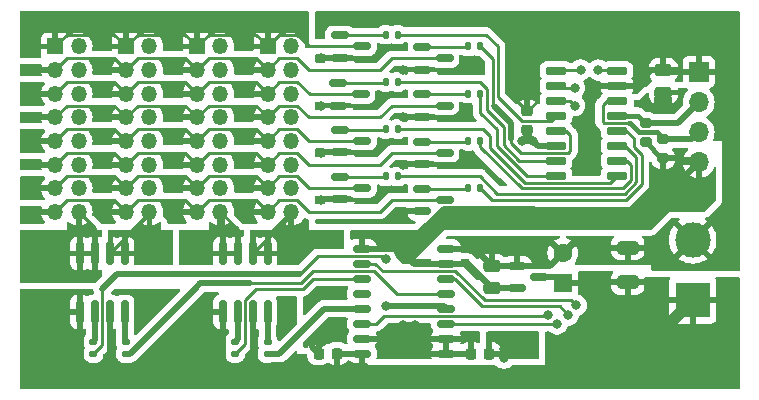
<source format=gbr>
%TF.GenerationSoftware,KiCad,Pcbnew,7.0.9-rc2*%
%TF.CreationDate,2023-12-26T16:59:53-08:00*%
%TF.ProjectId,driver_board,64726976-6572-45f6-926f-6172642e6b69,rev?*%
%TF.SameCoordinates,PX5f5e100PY5f5e100*%
%TF.FileFunction,Copper,L1,Top*%
%TF.FilePolarity,Positive*%
%FSLAX46Y46*%
G04 Gerber Fmt 4.6, Leading zero omitted, Abs format (unit mm)*
G04 Created by KiCad (PCBNEW 7.0.9-rc2) date 2023-12-26 16:59:53*
%MOMM*%
%LPD*%
G01*
G04 APERTURE LIST*
G04 Aperture macros list*
%AMRoundRect*
0 Rectangle with rounded corners*
0 $1 Rounding radius*
0 $2 $3 $4 $5 $6 $7 $8 $9 X,Y pos of 4 corners*
0 Add a 4 corners polygon primitive as box body*
4,1,4,$2,$3,$4,$5,$6,$7,$8,$9,$2,$3,0*
0 Add four circle primitives for the rounded corners*
1,1,$1+$1,$2,$3*
1,1,$1+$1,$4,$5*
1,1,$1+$1,$6,$7*
1,1,$1+$1,$8,$9*
0 Add four rect primitives between the rounded corners*
20,1,$1+$1,$2,$3,$4,$5,0*
20,1,$1+$1,$4,$5,$6,$7,0*
20,1,$1+$1,$6,$7,$8,$9,0*
20,1,$1+$1,$8,$9,$2,$3,0*%
G04 Aperture macros list end*
%TA.AperFunction,SMDPad,CuDef*%
%ADD10RoundRect,0.225000X0.225000X0.250000X-0.225000X0.250000X-0.225000X-0.250000X0.225000X-0.250000X0*%
%TD*%
%TA.AperFunction,SMDPad,CuDef*%
%ADD11RoundRect,0.150000X0.600000X0.150000X-0.600000X0.150000X-0.600000X-0.150000X0.600000X-0.150000X0*%
%TD*%
%TA.AperFunction,SMDPad,CuDef*%
%ADD12RoundRect,0.225000X-0.225000X-0.250000X0.225000X-0.250000X0.225000X0.250000X-0.225000X0.250000X0*%
%TD*%
%TA.AperFunction,ComponentPad*%
%ADD13C,1.600000*%
%TD*%
%TA.AperFunction,ComponentPad*%
%ADD14R,1.600000X1.600000*%
%TD*%
%TA.AperFunction,SMDPad,CuDef*%
%ADD15RoundRect,0.150000X-0.587500X-0.150000X0.587500X-0.150000X0.587500X0.150000X-0.587500X0.150000X0*%
%TD*%
%TA.AperFunction,SMDPad,CuDef*%
%ADD16RoundRect,0.200000X0.275000X-0.200000X0.275000X0.200000X-0.275000X0.200000X-0.275000X-0.200000X0*%
%TD*%
%TA.AperFunction,SMDPad,CuDef*%
%ADD17RoundRect,0.135000X0.185000X-0.135000X0.185000X0.135000X-0.185000X0.135000X-0.185000X-0.135000X0*%
%TD*%
%TA.AperFunction,SMDPad,CuDef*%
%ADD18RoundRect,0.135000X0.135000X0.185000X-0.135000X0.185000X-0.135000X-0.185000X0.135000X-0.185000X0*%
%TD*%
%TA.AperFunction,SMDPad,CuDef*%
%ADD19RoundRect,0.150000X0.150000X-0.825000X0.150000X0.825000X-0.150000X0.825000X-0.150000X-0.825000X0*%
%TD*%
%TA.AperFunction,ComponentPad*%
%ADD20R,3.000000X3.000000*%
%TD*%
%TA.AperFunction,ComponentPad*%
%ADD21C,3.000000*%
%TD*%
%TA.AperFunction,SMDPad,CuDef*%
%ADD22RoundRect,0.150000X0.725000X0.150000X-0.725000X0.150000X-0.725000X-0.150000X0.725000X-0.150000X0*%
%TD*%
%TA.AperFunction,ComponentPad*%
%ADD23R,1.700000X1.700000*%
%TD*%
%TA.AperFunction,ComponentPad*%
%ADD24O,1.700000X1.700000*%
%TD*%
%TA.AperFunction,ComponentPad*%
%ADD25R,1.350000X1.350000*%
%TD*%
%TA.AperFunction,ComponentPad*%
%ADD26O,1.350000X1.350000*%
%TD*%
%TA.AperFunction,SMDPad,CuDef*%
%ADD27RoundRect,0.250000X0.650000X-0.325000X0.650000X0.325000X-0.650000X0.325000X-0.650000X-0.325000X0*%
%TD*%
%TA.AperFunction,SMDPad,CuDef*%
%ADD28RoundRect,0.250000X0.475000X-0.250000X0.475000X0.250000X-0.475000X0.250000X-0.475000X-0.250000X0*%
%TD*%
%TA.AperFunction,SMDPad,CuDef*%
%ADD29RoundRect,0.225000X0.250000X-0.225000X0.250000X0.225000X-0.250000X0.225000X-0.250000X-0.225000X0*%
%TD*%
%TA.AperFunction,ViaPad*%
%ADD30C,0.800000*%
%TD*%
%TA.AperFunction,Conductor*%
%ADD31C,0.250000*%
%TD*%
%TA.AperFunction,Conductor*%
%ADD32C,0.500000*%
%TD*%
%TA.AperFunction,Conductor*%
%ADD33C,0.400000*%
%TD*%
%TA.AperFunction,Conductor*%
%ADD34C,1.000000*%
%TD*%
G04 APERTURE END LIST*
D10*
%TO.P,C7,1*%
%TO.N,+12V*%
X26875000Y-29000000D03*
%TO.P,C7,2*%
%TO.N,GND*%
X25325000Y-29000000D03*
%TD*%
D11*
%TO.P,U3,1,Pin_1*%
%TO.N,+5V*%
X36100000Y-29000000D03*
%TO.P,U3,2,Pin_2*%
X36100000Y-27730000D03*
%TO.P,U3,3,Pin_3*%
%TO.N,/DIG_0*%
X36100000Y-26460000D03*
%TO.P,U3,4,Pin_4*%
%TO.N,/DIG_VT_0*%
X36100000Y-25190000D03*
%TO.P,U3,5,Pin_5*%
%TO.N,/DIG_VT_1*%
X36100000Y-23920000D03*
%TO.P,U3,6,Pin_6*%
%TO.N,/DIG_1*%
X36100000Y-22650000D03*
%TO.P,U3,7,Pin_7*%
%TO.N,+5V*%
X36100000Y-21380000D03*
%TO.P,U3,8,Pin_8*%
%TO.N,GND*%
X36100000Y-20110000D03*
%TO.P,U3,9,Pin_9*%
%TO.N,+5V*%
X29000000Y-20110000D03*
%TO.P,U3,10,Pin_10*%
%TO.N,/DIG_2*%
X29000000Y-21380000D03*
%TO.P,U3,11,Pin_11*%
%TO.N,/DIG_VT_2*%
X29000000Y-22650000D03*
%TO.P,U3,12,Pin_12*%
%TO.N,unconnected-(U3-Pin_12-Pad12)*%
X29000000Y-23920000D03*
%TO.P,U3,13,Pin_13*%
%TO.N,/DIG_VT_3*%
X29000000Y-25190000D03*
%TO.P,U3,14,Pin_14*%
%TO.N,/DIG_3*%
X29000000Y-26460000D03*
%TO.P,U3,15,Pin_15*%
%TO.N,+5V*%
X29000000Y-27730000D03*
%TO.P,U3,16,Pin_16*%
%TO.N,+12V*%
X29000000Y-29000000D03*
%TD*%
D12*
%TO.P,C6,2*%
%TO.N,GND*%
X39775000Y-29000000D03*
%TO.P,C6,1*%
%TO.N,+5V*%
X38225000Y-29000000D03*
%TD*%
D13*
%TO.P,C5,2*%
%TO.N,GND*%
X46000000Y-20500000D03*
D14*
%TO.P,C5,1*%
%TO.N,+12V*%
X46000000Y-23000000D03*
%TD*%
D15*
%TO.P,U1,3,VI*%
%TO.N,+12V*%
X44000000Y-22500000D03*
%TO.P,U1,2,VO*%
%TO.N,+5V*%
X42125000Y-23450000D03*
%TO.P,U1,1,GND*%
%TO.N,GND*%
X42125000Y-21550000D03*
%TD*%
D16*
%TO.P,R14,1*%
%TO.N,+5V*%
X53000000Y-11125000D03*
%TO.P,R14,2*%
%TO.N,/SCL*%
X53000000Y-9475000D03*
%TD*%
%TO.P,R13,1*%
%TO.N,+5V*%
X54500000Y-12475000D03*
%TO.P,R13,2*%
%TO.N,/SDA*%
X54500000Y-10825000D03*
%TD*%
D17*
%TO.P,R12,1*%
%TO.N,/DIG_VT_3*%
X21000000Y-29000000D03*
%TO.P,R12,2*%
%TO.N,Net-(Q10B-G-Pad4)*%
X21000000Y-27980000D03*
%TD*%
%TO.P,R11,2*%
%TO.N,Net-(Q10A-G-Pad2)*%
X18250000Y-27990000D03*
%TO.P,R11,1*%
%TO.N,/DIG_VT_2*%
X18250000Y-29010000D03*
%TD*%
%TO.P,R10,1*%
%TO.N,/DIG_VT_1*%
X9000000Y-29020000D03*
%TO.P,R10,2*%
%TO.N,Net-(Q9B-G-Pad4)*%
X9000000Y-28000000D03*
%TD*%
%TO.P,R9,1*%
%TO.N,/DIG_VT_0*%
X6250000Y-29020000D03*
%TO.P,R9,2*%
%TO.N,Net-(Q9A-G-Pad2)*%
X6250000Y-28000000D03*
%TD*%
D18*
%TO.P,R8,1*%
%TO.N,/SEG_DP*%
X39020000Y-15000000D03*
%TO.P,R8,2*%
%TO.N,Net-(Q8-G)*%
X38000000Y-15000000D03*
%TD*%
%TO.P,R7,1*%
%TO.N,/SEG_G*%
X32020000Y-14000000D03*
%TO.P,R7,2*%
%TO.N,Net-(Q7-G)*%
X31000000Y-14000000D03*
%TD*%
%TO.P,R6,1*%
%TO.N,/SEG_F*%
X39020000Y-11000000D03*
%TO.P,R6,2*%
%TO.N,Net-(Q6-G)*%
X38000000Y-11000000D03*
%TD*%
%TO.P,R5,1*%
%TO.N,/SEG_E*%
X32020000Y-10000000D03*
%TO.P,R5,2*%
%TO.N,Net-(Q5-G)*%
X31000000Y-10000000D03*
%TD*%
%TO.P,R4,1*%
%TO.N,/SEG_D*%
X39000000Y-7000000D03*
%TO.P,R4,2*%
%TO.N,Net-(Q4-G)*%
X37980000Y-7000000D03*
%TD*%
%TO.P,R3,2*%
%TO.N,Net-(Q3-G)*%
X31000000Y-6000000D03*
%TO.P,R3,1*%
%TO.N,/SEG_C*%
X32020000Y-6000000D03*
%TD*%
%TO.P,R2,2*%
%TO.N,Net-(Q2-G)*%
X38000000Y-3000000D03*
%TO.P,R2,1*%
%TO.N,/SEG_B*%
X39020000Y-3000000D03*
%TD*%
%TO.P,R1,2*%
%TO.N,Net-(Q1-G)*%
X31000000Y-2000000D03*
%TO.P,R1,1*%
%TO.N,/SEG_A*%
X32020000Y-2000000D03*
%TD*%
D19*
%TO.P,Q10,1,S*%
%TO.N,+12V*%
X17190000Y-25475000D03*
%TO.P,Q10,2,G*%
%TO.N,Net-(Q10A-G-Pad2)*%
X18460000Y-25475000D03*
%TO.P,Q10,3,S*%
%TO.N,+12V*%
X19730000Y-25475000D03*
%TO.P,Q10,4,G*%
%TO.N,Net-(Q10B-G-Pad4)*%
X21000000Y-25475000D03*
%TO.P,Q10,5,D*%
%TO.N,Net-(J4-Pin_10)*%
X21000000Y-20525000D03*
%TO.P,Q10,6,G*%
X19730000Y-20525000D03*
%TO.P,Q10,7,D*%
%TO.N,Net-(J3-Pin_10)*%
X18460000Y-20525000D03*
%TO.P,Q10,8,G*%
X17190000Y-20525000D03*
%TD*%
%TO.P,Q9,8,G*%
%TO.N,Net-(J1-Pin_10)*%
X5095000Y-20525000D03*
%TO.P,Q9,7,D*%
X6365000Y-20525000D03*
%TO.P,Q9,6,G*%
%TO.N,Net-(J2-Pin_10)*%
X7635000Y-20525000D03*
%TO.P,Q9,5,D*%
X8905000Y-20525000D03*
%TO.P,Q9,4,G*%
%TO.N,Net-(Q9B-G-Pad4)*%
X8905000Y-25475000D03*
%TO.P,Q9,3,S*%
%TO.N,+12V*%
X7635000Y-25475000D03*
%TO.P,Q9,2,G*%
%TO.N,Net-(Q9A-G-Pad2)*%
X6365000Y-25475000D03*
%TO.P,Q9,1,S*%
%TO.N,+12V*%
X5095000Y-25475000D03*
%TD*%
D15*
%TO.P,Q8,1,G*%
%TO.N,Net-(Q8-G)*%
X34105000Y-15050000D03*
%TO.P,Q8,2,S*%
%TO.N,GND*%
X34105000Y-16950000D03*
%TO.P,Q8,3,D*%
%TO.N,/SEG_PD_DP*%
X35980000Y-16000000D03*
%TD*%
%TO.P,Q7,1,G*%
%TO.N,Net-(Q7-G)*%
X27125000Y-14050000D03*
%TO.P,Q7,2,S*%
%TO.N,GND*%
X27125000Y-15950000D03*
%TO.P,Q7,3,D*%
%TO.N,/SEG_PD_G*%
X29000000Y-15000000D03*
%TD*%
%TO.P,Q6,1,G*%
%TO.N,Net-(Q6-G)*%
X34105000Y-11050000D03*
%TO.P,Q6,2,S*%
%TO.N,GND*%
X34105000Y-12950000D03*
%TO.P,Q6,3,D*%
%TO.N,/SEG_PD_F*%
X35980000Y-12000000D03*
%TD*%
%TO.P,Q5,1,G*%
%TO.N,Net-(Q5-G)*%
X27125000Y-10050000D03*
%TO.P,Q5,2,S*%
%TO.N,GND*%
X27125000Y-11950000D03*
%TO.P,Q5,3,D*%
%TO.N,/SEG_PD_E*%
X29000000Y-11000000D03*
%TD*%
%TO.P,Q4,1,G*%
%TO.N,Net-(Q4-G)*%
X34105000Y-7050000D03*
%TO.P,Q4,2,S*%
%TO.N,GND*%
X34105000Y-8950000D03*
%TO.P,Q4,3,D*%
%TO.N,/SEG_PD_D*%
X35980000Y-8000000D03*
%TD*%
%TO.P,Q3,1,G*%
%TO.N,Net-(Q3-G)*%
X27000000Y-6100000D03*
%TO.P,Q3,2,S*%
%TO.N,GND*%
X27000000Y-8000000D03*
%TO.P,Q3,3,D*%
%TO.N,/SEG_PD_C*%
X28875000Y-7050000D03*
%TD*%
%TO.P,Q2,3,D*%
%TO.N,/SEG_PD_B*%
X35980000Y-4000000D03*
%TO.P,Q2,2,S*%
%TO.N,GND*%
X34105000Y-4950000D03*
%TO.P,Q2,1,G*%
%TO.N,Net-(Q2-G)*%
X34105000Y-3050000D03*
%TD*%
%TO.P,Q1,3,D*%
%TO.N,/SEG_PD_A*%
X29000000Y-3000000D03*
%TO.P,Q1,2,S*%
%TO.N,GND*%
X27125000Y-3950000D03*
%TO.P,Q1,1,G*%
%TO.N,Net-(Q1-G)*%
X27125000Y-2050000D03*
%TD*%
D20*
%TO.P,J7,1,Pin_1*%
%TO.N,+12V*%
X57000000Y-24460000D03*
D21*
%TO.P,J7,2,Pin_2*%
%TO.N,GND*%
X57000000Y-19380000D03*
%TD*%
D22*
%TO.P,U2,1,Pin_1*%
%TO.N,/SEG_E*%
X50575000Y-13945000D03*
%TO.P,U2,2,Pin_2*%
%TO.N,/SEG_F*%
X50575000Y-12675000D03*
%TO.P,U2,3,Pin_3*%
%TO.N,/SEG_G*%
X50575000Y-11405000D03*
%TO.P,U2,4,Pin_4*%
%TO.N,/SEG_DP*%
X50575000Y-10135000D03*
%TO.P,U2,5,Pin_5*%
%TO.N,/SCL*%
X50575000Y-8865000D03*
%TO.P,U2,6,Pin_6*%
%TO.N,/SDA*%
X50575000Y-7595000D03*
%TO.P,U2,7,Pin_7*%
%TO.N,GND*%
X50575000Y-6325000D03*
%TO.P,U2,8,Pin_8*%
%TO.N,/DIG_0*%
X50575000Y-5055000D03*
%TO.P,U2,9,Pin_9*%
%TO.N,/DIG_1*%
X45425000Y-5055000D03*
%TO.P,U2,10,Pin_10*%
%TO.N,/DIG_2*%
X45425000Y-6325000D03*
%TO.P,U2,11,Pin_11*%
%TO.N,/DIG_3*%
X45425000Y-7595000D03*
%TO.P,U2,12,Pin_12*%
%TO.N,/SEG_A*%
X45425000Y-8865000D03*
%TO.P,U2,13,Pin_13*%
%TO.N,/SEG_B*%
X45425000Y-10135000D03*
%TO.P,U2,14,Pin_14*%
%TO.N,+5V*%
X45425000Y-11405000D03*
%TO.P,U2,15,Pin_15*%
%TO.N,/SEG_C*%
X45425000Y-12675000D03*
%TO.P,U2,16,Pin_16*%
%TO.N,/SEG_D*%
X45425000Y-13945000D03*
%TD*%
D23*
%TO.P,J5,1,Pin_1*%
%TO.N,GND*%
X57500000Y-5175000D03*
D24*
%TO.P,J5,2,Pin_2*%
%TO.N,/SCL*%
X57500000Y-7715000D03*
%TO.P,J5,3,Pin_3*%
%TO.N,/SDA*%
X57500000Y-10255000D03*
%TO.P,J5,4,Pin_4*%
%TO.N,+5V*%
X57500000Y-12795000D03*
%TD*%
D25*
%TO.P,J4,1,Pin_1*%
%TO.N,/SEG_PD_A*%
X21000000Y-3000000D03*
D26*
%TO.P,J4,2,Pin_2*%
%TO.N,Net-(J4-Pin_10)*%
X23000000Y-3000000D03*
%TO.P,J4,3,Pin_3*%
%TO.N,/SEG_PD_B*%
X21000000Y-5000000D03*
%TO.P,J4,4,Pin_4*%
%TO.N,Net-(J4-Pin_10)*%
X23000000Y-5000000D03*
%TO.P,J4,5,Pin_5*%
%TO.N,/SEG_PD_C*%
X21000000Y-7000000D03*
%TO.P,J4,6,Pin_6*%
%TO.N,Net-(J4-Pin_10)*%
X23000000Y-7000000D03*
%TO.P,J4,7,Pin_7*%
%TO.N,/SEG_PD_D*%
X21000000Y-9000000D03*
%TO.P,J4,8,Pin_8*%
%TO.N,Net-(J4-Pin_10)*%
X23000000Y-9000000D03*
%TO.P,J4,9,Pin_9*%
%TO.N,/SEG_PD_E*%
X21000000Y-11000000D03*
%TO.P,J4,10,Pin_10*%
%TO.N,Net-(J4-Pin_10)*%
X23000000Y-11000000D03*
%TO.P,J4,11,Pin_11*%
%TO.N,/SEG_PD_F*%
X21000000Y-13000000D03*
%TO.P,J4,12,Pin_12*%
%TO.N,Net-(J4-Pin_10)*%
X23000000Y-13000000D03*
%TO.P,J4,13,Pin_13*%
%TO.N,/SEG_PD_G*%
X21000000Y-15000000D03*
%TO.P,J4,14,Pin_14*%
%TO.N,Net-(J4-Pin_10)*%
X23000000Y-15000000D03*
%TO.P,J4,15,Pin_15*%
%TO.N,/SEG_PD_DP*%
X21000000Y-17000000D03*
%TO.P,J4,16,Pin_16*%
%TO.N,Net-(J4-Pin_10)*%
X23000000Y-17000000D03*
%TD*%
D25*
%TO.P,J3,1,Pin_1*%
%TO.N,/SEG_PD_A*%
X15000000Y-3000000D03*
D26*
%TO.P,J3,2,Pin_2*%
%TO.N,Net-(J3-Pin_10)*%
X17000000Y-3000000D03*
%TO.P,J3,3,Pin_3*%
%TO.N,/SEG_PD_B*%
X15000000Y-5000000D03*
%TO.P,J3,4,Pin_4*%
%TO.N,Net-(J3-Pin_10)*%
X17000000Y-5000000D03*
%TO.P,J3,5,Pin_5*%
%TO.N,/SEG_PD_C*%
X15000000Y-7000000D03*
%TO.P,J3,6,Pin_6*%
%TO.N,Net-(J3-Pin_10)*%
X17000000Y-7000000D03*
%TO.P,J3,7,Pin_7*%
%TO.N,/SEG_PD_D*%
X15000000Y-9000000D03*
%TO.P,J3,8,Pin_8*%
%TO.N,Net-(J3-Pin_10)*%
X17000000Y-9000000D03*
%TO.P,J3,9,Pin_9*%
%TO.N,/SEG_PD_E*%
X15000000Y-11000000D03*
%TO.P,J3,10,Pin_10*%
%TO.N,Net-(J3-Pin_10)*%
X17000000Y-11000000D03*
%TO.P,J3,11,Pin_11*%
%TO.N,/SEG_PD_F*%
X15000000Y-13000000D03*
%TO.P,J3,12,Pin_12*%
%TO.N,Net-(J3-Pin_10)*%
X17000000Y-13000000D03*
%TO.P,J3,13,Pin_13*%
%TO.N,/SEG_PD_G*%
X15000000Y-15000000D03*
%TO.P,J3,14,Pin_14*%
%TO.N,Net-(J3-Pin_10)*%
X17000000Y-15000000D03*
%TO.P,J3,15,Pin_15*%
%TO.N,/SEG_PD_DP*%
X15000000Y-17000000D03*
%TO.P,J3,16,Pin_16*%
%TO.N,Net-(J3-Pin_10)*%
X17000000Y-17000000D03*
%TD*%
D25*
%TO.P,J2,1,Pin_1*%
%TO.N,/SEG_PD_A*%
X9000000Y-3000000D03*
D26*
%TO.P,J2,2,Pin_2*%
%TO.N,Net-(J2-Pin_10)*%
X11000000Y-3000000D03*
%TO.P,J2,3,Pin_3*%
%TO.N,/SEG_PD_B*%
X9000000Y-5000000D03*
%TO.P,J2,4,Pin_4*%
%TO.N,Net-(J2-Pin_10)*%
X11000000Y-5000000D03*
%TO.P,J2,5,Pin_5*%
%TO.N,/SEG_PD_C*%
X9000000Y-7000000D03*
%TO.P,J2,6,Pin_6*%
%TO.N,Net-(J2-Pin_10)*%
X11000000Y-7000000D03*
%TO.P,J2,7,Pin_7*%
%TO.N,/SEG_PD_D*%
X9000000Y-9000000D03*
%TO.P,J2,8,Pin_8*%
%TO.N,Net-(J2-Pin_10)*%
X11000000Y-9000000D03*
%TO.P,J2,9,Pin_9*%
%TO.N,/SEG_PD_E*%
X9000000Y-11000000D03*
%TO.P,J2,10,Pin_10*%
%TO.N,Net-(J2-Pin_10)*%
X11000000Y-11000000D03*
%TO.P,J2,11,Pin_11*%
%TO.N,/SEG_PD_F*%
X9000000Y-13000000D03*
%TO.P,J2,12,Pin_12*%
%TO.N,Net-(J2-Pin_10)*%
X11000000Y-13000000D03*
%TO.P,J2,13,Pin_13*%
%TO.N,/SEG_PD_G*%
X9000000Y-15000000D03*
%TO.P,J2,14,Pin_14*%
%TO.N,Net-(J2-Pin_10)*%
X11000000Y-15000000D03*
%TO.P,J2,15,Pin_15*%
%TO.N,/SEG_PD_DP*%
X9000000Y-17000000D03*
%TO.P,J2,16,Pin_16*%
%TO.N,Net-(J2-Pin_10)*%
X11000000Y-17000000D03*
%TD*%
D25*
%TO.P,J1,1,Pin_1*%
%TO.N,/SEG_PD_A*%
X3000000Y-3000000D03*
D26*
%TO.P,J1,2,Pin_2*%
%TO.N,Net-(J1-Pin_10)*%
X5000000Y-3000000D03*
%TO.P,J1,3,Pin_3*%
%TO.N,/SEG_PD_B*%
X3000000Y-5000000D03*
%TO.P,J1,4,Pin_4*%
%TO.N,Net-(J1-Pin_10)*%
X5000000Y-5000000D03*
%TO.P,J1,5,Pin_5*%
%TO.N,/SEG_PD_C*%
X3000000Y-7000000D03*
%TO.P,J1,6,Pin_6*%
%TO.N,Net-(J1-Pin_10)*%
X5000000Y-7000000D03*
%TO.P,J1,7,Pin_7*%
%TO.N,/SEG_PD_D*%
X3000000Y-9000000D03*
%TO.P,J1,8,Pin_8*%
%TO.N,Net-(J1-Pin_10)*%
X5000000Y-9000000D03*
%TO.P,J1,9,Pin_9*%
%TO.N,/SEG_PD_E*%
X3000000Y-11000000D03*
%TO.P,J1,10,Pin_10*%
%TO.N,Net-(J1-Pin_10)*%
X5000000Y-11000000D03*
%TO.P,J1,11,Pin_11*%
%TO.N,/SEG_PD_F*%
X3000000Y-13000000D03*
%TO.P,J1,12,Pin_12*%
%TO.N,Net-(J1-Pin_10)*%
X5000000Y-13000000D03*
%TO.P,J1,13,Pin_13*%
%TO.N,/SEG_PD_G*%
X3000000Y-15000000D03*
%TO.P,J1,14,Pin_14*%
%TO.N,Net-(J1-Pin_10)*%
X5000000Y-15000000D03*
%TO.P,J1,15,Pin_15*%
%TO.N,/SEG_PD_DP*%
X3000000Y-17000000D03*
%TO.P,J1,16,Pin_16*%
%TO.N,Net-(J1-Pin_10)*%
X5000000Y-17000000D03*
%TD*%
D27*
%TO.P,C4,1*%
%TO.N,+12V*%
X51500000Y-22975000D03*
%TO.P,C4,2*%
%TO.N,GND*%
X51500000Y-20025000D03*
%TD*%
D28*
%TO.P,C3,2*%
%TO.N,GND*%
X40000000Y-21550000D03*
%TO.P,C3,1*%
%TO.N,+5V*%
X40000000Y-23450000D03*
%TD*%
%TO.P,C2,1*%
%TO.N,+5V*%
X54500000Y-6900000D03*
%TO.P,C2,2*%
%TO.N,GND*%
X54500000Y-5000000D03*
%TD*%
D29*
%TO.P,C1,2*%
%TO.N,GND*%
X43000000Y-8500000D03*
%TO.P,C1,1*%
%TO.N,+5V*%
X43000000Y-10050000D03*
%TD*%
D30*
%TO.N,GND*%
X26000000Y-24000000D03*
%TO.N,+12V*%
X5500000Y-30000000D03*
X8000000Y-30000000D03*
X17000000Y-30000000D03*
X19500000Y-30000000D03*
X27000000Y-31000000D03*
X51500000Y-27000000D03*
X52000000Y-26500000D03*
X52500000Y-26000000D03*
X12000000Y-24500000D03*
X22500000Y-26000000D03*
%TO.N,GND*%
X32500000Y-17000000D03*
X32500000Y-13000000D03*
X32500000Y-9000000D03*
X32500000Y-5000000D03*
X25500000Y-4000000D03*
X25500000Y-8000000D03*
X25500000Y-12000000D03*
X25500000Y-16000000D03*
%TO.N,/DIG_VT_0*%
X31000000Y-21000000D03*
X30999999Y-24999993D03*
%TO.N,+5V*%
X55000000Y-8000000D03*
X54000000Y-8000000D03*
X33500010Y-26600000D03*
X32500017Y-26600000D03*
X33500002Y-20000002D03*
X32500004Y-20000004D03*
X43500000Y-17000000D03*
X42500000Y-17000000D03*
X43500000Y-11000000D03*
X42500000Y-11000000D03*
%TO.N,GND*%
X25600000Y-28000000D03*
X24800000Y-28000000D03*
X41000000Y-28600000D03*
X41000000Y-29400000D03*
%TO.N,/DIG_3*%
X47000000Y-8000000D03*
X44757536Y-25757536D03*
%TO.N,/DIG_2*%
X47138571Y-24912248D03*
X47000000Y-6500000D03*
%TO.N,/DIG_1*%
X46473786Y-25725000D03*
X47500000Y-5000000D03*
%TO.N,/DIG_0*%
X49000000Y-5000000D03*
X45500000Y-26500010D03*
%TD*%
D31*
%TO.N,/DIG_VT_1*%
X36100000Y-23920000D02*
X31932954Y-23920000D01*
X31932954Y-23920000D02*
X30037954Y-22025000D01*
X30037954Y-22025000D02*
X24846396Y-22025000D01*
X24846396Y-22025000D02*
X23821396Y-23050000D01*
X23821396Y-23050000D02*
X19500000Y-23050000D01*
%TO.N,/DIG_2*%
X29000000Y-21380000D02*
X30130000Y-21380000D01*
X30130000Y-21380000D02*
X30765000Y-22015000D01*
X30765000Y-22015000D02*
X36905050Y-22015000D01*
X36905050Y-22015000D02*
X39390050Y-24500000D01*
X39390050Y-24500000D02*
X46726323Y-24500000D01*
X46726323Y-24500000D02*
X47138571Y-24912248D01*
D32*
%TO.N,/DIG_VT_0*%
X8250000Y-22250000D02*
X23750000Y-22250001D01*
D31*
X30735000Y-20735000D02*
X25265001Y-20735000D01*
X25265001Y-20735000D02*
X23750000Y-22250001D01*
D32*
X7000000Y-23500000D02*
X8250000Y-22250000D01*
D31*
X31000000Y-21000000D02*
X30735000Y-20735000D01*
X6250000Y-29020000D02*
X6990000Y-28280000D01*
X6990000Y-23510000D02*
X7000000Y-23500000D01*
X6990000Y-28280000D02*
X6990000Y-23510000D01*
D32*
%TO.N,/DIG_VT_1*%
X19500000Y-23050000D02*
X15289999Y-23050000D01*
X15289999Y-23050000D02*
X14919999Y-23419999D01*
X14919999Y-23419999D02*
X9319999Y-29020000D01*
%TO.N,/DIG_VT_0*%
X36100000Y-25190000D02*
X35910000Y-25000000D01*
X35910000Y-25000000D02*
X31000006Y-25000000D01*
X31000006Y-25000000D02*
X30999999Y-24999993D01*
D31*
%TO.N,/SEG_E*%
X50575000Y-13945000D02*
X49950000Y-14570000D01*
X39197140Y-10000000D02*
X32020000Y-10000000D01*
X49950000Y-14570000D02*
X42805720Y-14570000D01*
X39800000Y-11564280D02*
X39800000Y-10602860D01*
X42805720Y-14570000D02*
X39800000Y-11564280D01*
X39800000Y-10602860D02*
X39197140Y-10000000D01*
%TO.N,/SEG_D*%
X45425000Y-13945000D02*
X42945000Y-13945000D01*
X42945000Y-13945000D02*
X40400000Y-11400000D01*
X40400000Y-10000000D02*
X39000000Y-8600000D01*
X40400000Y-11400000D02*
X40400000Y-10000000D01*
X39000000Y-8600000D02*
X39000000Y-7000000D01*
%TO.N,/SEG_C*%
X45425000Y-12675000D02*
X42311396Y-12675000D01*
X42311396Y-12675000D02*
X41000000Y-11363604D01*
X41000000Y-11363604D02*
X41000000Y-9800000D01*
X41000000Y-9800000D02*
X39595000Y-8395000D01*
X39595000Y-8395000D02*
X39595000Y-6595000D01*
X39595000Y-6595000D02*
X39000000Y-6000000D01*
X39000000Y-6000000D02*
X32020000Y-6000000D01*
%TO.N,/SEG_B*%
X41600000Y-11163604D02*
X41600000Y-10800000D01*
D32*
X41600000Y-10800000D02*
X41600000Y-9448266D01*
X41600000Y-9448266D02*
X40175867Y-8024133D01*
D31*
X40175867Y-8024133D02*
X40045000Y-7893266D01*
X45425000Y-10135000D02*
X46299999Y-10135000D01*
X46299999Y-10135000D02*
X46625000Y-10460001D01*
X40045000Y-7893266D02*
X40045000Y-4025000D01*
X46625000Y-10460001D02*
X46625000Y-11875000D01*
X40045000Y-4025000D02*
X39020000Y-3000000D01*
X46625000Y-11875000D02*
X46450000Y-12050000D01*
X46450000Y-12050000D02*
X42486396Y-12050000D01*
X42486396Y-12050000D02*
X41600000Y-11163604D01*
D32*
%TO.N,+5V*%
X34630010Y-27730000D02*
X33500010Y-26600000D01*
X36100000Y-27730000D02*
X34630010Y-27730000D01*
X32500017Y-26600000D02*
X33500010Y-26600000D01*
X31370017Y-27730000D02*
X32500017Y-26600000D01*
X29000000Y-27730000D02*
X31370017Y-27730000D01*
D31*
%TO.N,/DIG_3*%
X29000000Y-26460000D02*
X29040000Y-26500000D01*
X44690072Y-25825000D02*
X44757536Y-25757536D01*
X29040000Y-26500000D02*
X30200000Y-26500000D01*
X30200000Y-26500000D02*
X30875000Y-25825000D01*
X30875000Y-25825000D02*
X44690072Y-25825000D01*
%TO.N,GND*%
X43000000Y-8500000D02*
X43900000Y-7600000D01*
X43900000Y-7600000D02*
X43900000Y-7400000D01*
X43000000Y-8500000D02*
X41900000Y-7400000D01*
%TO.N,/SDA*%
X50575000Y-7595000D02*
X49700001Y-7595000D01*
X49700001Y-7595000D02*
X49375000Y-7920001D01*
X49375000Y-7920001D02*
X49375000Y-9375000D01*
X49375000Y-9375000D02*
X49510000Y-9510000D01*
X49510000Y-9510000D02*
X51600000Y-9510000D01*
D33*
X54500000Y-10825000D02*
X53950000Y-10275000D01*
X53950000Y-10275000D02*
X52415908Y-10275000D01*
X52415908Y-10275000D02*
X51650908Y-9510000D01*
X51650908Y-9510000D02*
X51600000Y-9510000D01*
D31*
%TO.N,/SEG_DP*%
X40020000Y-16000000D02*
X39020000Y-15000000D01*
X51383446Y-10135000D02*
X52000000Y-10751554D01*
X51343700Y-16000000D02*
X40020000Y-16000000D01*
X52000000Y-10751554D02*
X52000000Y-11500000D01*
X50575000Y-10135000D02*
X51383446Y-10135000D01*
X52000000Y-11500000D02*
X52675000Y-12175000D01*
X52675000Y-12175000D02*
X52675000Y-14668700D01*
X52675000Y-14668700D02*
X51343700Y-16000000D01*
%TO.N,/DIG_1*%
X36849999Y-22650000D02*
X39182535Y-24982536D01*
%TO.N,/DIG_0*%
X36140010Y-26500010D02*
X45500000Y-26500010D01*
X36100000Y-26460000D02*
X36140010Y-26500010D01*
%TO.N,/DIG_1*%
X36100000Y-22650000D02*
X36849999Y-22650000D01*
X39182535Y-24982536D02*
X45731322Y-24982536D01*
X45731322Y-24982536D02*
X46473786Y-25725000D01*
D32*
%TO.N,+12V*%
X5095000Y-25475000D02*
X5095000Y-29405000D01*
X5095000Y-29405000D02*
X5000000Y-29500000D01*
X5000000Y-29500000D02*
X5500000Y-30000000D01*
X5500000Y-30000000D02*
X5095000Y-30295000D01*
X7635000Y-30365000D02*
X7635000Y-30965000D01*
X8000000Y-30000000D02*
X7635000Y-30365000D01*
X7635000Y-29635000D02*
X8000000Y-30000000D01*
X17190000Y-30190000D02*
X17190000Y-30790000D01*
X17000000Y-30000000D02*
X17190000Y-30190000D01*
X17190000Y-29810000D02*
X17000000Y-30000000D01*
X19730000Y-30230000D02*
X19730000Y-30930000D01*
X19500000Y-30000000D02*
X19730000Y-30230000D01*
X19730000Y-29770000D02*
X19500000Y-30000000D01*
%TO.N,+5V*%
X57500000Y-12795000D02*
X52795000Y-17500000D01*
X52795000Y-17500000D02*
X43000000Y-17500000D01*
X43500000Y-11000000D02*
X42500000Y-11000000D01*
X45425000Y-11405000D02*
X43905000Y-11405000D01*
X43905000Y-11405000D02*
X43500000Y-11000000D01*
%TO.N,GND*%
X25325000Y-29000000D02*
X25325000Y-28275000D01*
X25325000Y-28275000D02*
X25600000Y-28000000D01*
X24800000Y-28000000D02*
X24800000Y-28475000D01*
X24800000Y-28475000D02*
X25325000Y-29000000D01*
X25600000Y-28000000D02*
X24800000Y-28000000D01*
D31*
X34105000Y-16950000D02*
X32550000Y-16950000D01*
X32550000Y-16950000D02*
X32500000Y-17000000D01*
X34105000Y-12950000D02*
X32550000Y-12950000D01*
X32550000Y-12950000D02*
X32500000Y-13000000D01*
X34105000Y-8950000D02*
X32550000Y-8950000D01*
X32550000Y-8950000D02*
X32500000Y-9000000D01*
X34105000Y-4950000D02*
X32550000Y-4950000D01*
X32550000Y-4950000D02*
X32500000Y-5000000D01*
X27125000Y-3950000D02*
X25550000Y-3950000D01*
X25550000Y-3950000D02*
X25500000Y-4000000D01*
X27000000Y-8000000D02*
X25500000Y-8000000D01*
X27125000Y-11950000D02*
X25550000Y-11950000D01*
X25550000Y-11950000D02*
X25500000Y-12000000D01*
X27125000Y-15950000D02*
X25550000Y-15950000D01*
X25550000Y-15950000D02*
X25500000Y-16000000D01*
D32*
%TO.N,/DIG_VT_3*%
X29000000Y-25190000D02*
X25810000Y-25190000D01*
X25810000Y-25190000D02*
X22000000Y-29000000D01*
X22000000Y-29000000D02*
X21000000Y-29000000D01*
D31*
%TO.N,/DIG_VT_2*%
X19095000Y-28165000D02*
X18250000Y-29010000D01*
X24857792Y-22650000D02*
X24007792Y-23500000D01*
X29000000Y-22650000D02*
X24857792Y-22650000D01*
D32*
%TO.N,/DIG_VT_1*%
X9319999Y-29020000D02*
X9000000Y-29020000D01*
D31*
%TO.N,/DIG_VT_2*%
X24007792Y-23500000D02*
X20039950Y-23500000D01*
X20039950Y-23500000D02*
X19095000Y-24444950D01*
X19095000Y-24444950D02*
X19095000Y-28165000D01*
D32*
%TO.N,+5V*%
X29000000Y-20110000D02*
X32390008Y-20110000D01*
X32510000Y-20490000D02*
X32500004Y-20480004D01*
X32390008Y-20110000D02*
X32500004Y-20000004D01*
X32500004Y-20480004D02*
X32500004Y-20000004D01*
D34*
X33500002Y-19499998D02*
X33500002Y-20000002D01*
X36000000Y-17000000D02*
X33500002Y-19499998D01*
X42500000Y-17000000D02*
X36000000Y-17000000D01*
X32999998Y-20000002D02*
X33500002Y-20000002D01*
X32510000Y-20490000D02*
X32999998Y-20000002D01*
D32*
%TO.N,/SCL*%
X53000000Y-9475000D02*
X55740000Y-9475000D01*
X55740000Y-9475000D02*
X57500000Y-7715000D01*
D31*
%TO.N,+5V*%
X54500000Y-12475000D02*
X54350000Y-12475000D01*
D33*
X54350000Y-12475000D02*
X53000000Y-11125000D01*
D31*
X54500000Y-12475000D02*
X57180000Y-12475000D01*
X57180000Y-12475000D02*
X57500000Y-12795000D01*
D33*
%TO.N,/SCL*%
X53000000Y-9475000D02*
X52390000Y-8865000D01*
X52390000Y-8865000D02*
X50575000Y-8865000D01*
D32*
%TO.N,/SDA*%
X54500000Y-10825000D02*
X56930000Y-10825000D01*
X56930000Y-10825000D02*
X57500000Y-10255000D01*
%TO.N,+5V*%
X54000000Y-8000000D02*
X55000000Y-8000000D01*
X54000000Y-8000000D02*
X54000000Y-7400000D01*
X54000000Y-7400000D02*
X54500000Y-6900000D01*
X55000000Y-8000000D02*
X55000000Y-7400000D01*
X55000000Y-7400000D02*
X54500000Y-6900000D01*
%TO.N,GND*%
X54500000Y-5000000D02*
X53500000Y-5000000D01*
X53500000Y-5000000D02*
X52175000Y-6325000D01*
X52175000Y-6325000D02*
X50575000Y-6325000D01*
X57500000Y-5175000D02*
X54675000Y-5175000D01*
X54675000Y-5175000D02*
X54500000Y-5000000D01*
X57000000Y-19420000D02*
X60000000Y-16420000D01*
X60000000Y-16420000D02*
X60000000Y-6000000D01*
X60000000Y-6000000D02*
X59175000Y-5175000D01*
X59175000Y-5175000D02*
X57500000Y-5175000D01*
%TO.N,+5V*%
X43000000Y-10050000D02*
X43000000Y-10500000D01*
X43000000Y-10500000D02*
X42500000Y-11000000D01*
X43000000Y-10500000D02*
X43500000Y-11000000D01*
D31*
%TO.N,/SEG_G*%
X38994280Y-14000000D02*
X32020000Y-14000000D01*
X51268604Y-11405000D02*
X52225000Y-12361396D01*
X52225000Y-12361396D02*
X52225000Y-14482304D01*
%TO.N,/SEG_F*%
X51050908Y-15020000D02*
X42520000Y-15020000D01*
%TO.N,/SEG_G*%
X52225000Y-14482304D02*
X51237304Y-15470000D01*
%TO.N,/SEG_F*%
X50575000Y-12675000D02*
X51449999Y-12675000D01*
%TO.N,/SEG_G*%
X40464280Y-15470000D02*
X38994280Y-14000000D01*
%TO.N,/SEG_F*%
X51775000Y-13000001D02*
X51775000Y-14295908D01*
X51775000Y-14295908D02*
X51050908Y-15020000D01*
X39020000Y-11520000D02*
X39020000Y-11000000D01*
%TO.N,/SEG_G*%
X51237304Y-15470000D02*
X40464280Y-15470000D01*
%TO.N,/SEG_F*%
X42520000Y-15020000D02*
X39020000Y-11520000D01*
X51449999Y-12675000D02*
X51775000Y-13000001D01*
%TO.N,/SEG_G*%
X50575000Y-11405000D02*
X51268604Y-11405000D01*
%TO.N,/SEG_A*%
X42515948Y-9275000D02*
X40495000Y-7254052D01*
X45015000Y-9275000D02*
X42515948Y-9275000D01*
X45425000Y-8865000D02*
X45015000Y-9275000D01*
X40495000Y-7254052D02*
X40495000Y-2995000D01*
X40495000Y-2995000D02*
X39500000Y-2000000D01*
X39500000Y-2000000D02*
X32020000Y-2000000D01*
D34*
%TO.N,+5V*%
X43500000Y-17000000D02*
X43000000Y-17500000D01*
X42500000Y-17000000D02*
X43500000Y-17000000D01*
X42500000Y-18000000D02*
X42500000Y-18000000D01*
D32*
X33400000Y-21380000D02*
X32510000Y-20490000D01*
%TO.N,+12V*%
X5095000Y-30295000D02*
X5800000Y-31000000D01*
X5800000Y-31000000D02*
X6500000Y-31000000D01*
D34*
X17400000Y-31000000D02*
X7600000Y-31000000D01*
X7600000Y-31000000D02*
X6500000Y-31000000D01*
D32*
X7635000Y-25475000D02*
X7635000Y-29635000D01*
X7635000Y-30965000D02*
X7600000Y-31000000D01*
D34*
X19800000Y-31000000D02*
X17400000Y-31000000D01*
D32*
X17190000Y-25475000D02*
X17190000Y-29810000D01*
X17190000Y-30790000D02*
X17400000Y-31000000D01*
D34*
X27000000Y-31000000D02*
X19800000Y-31000000D01*
D32*
X19730000Y-25475000D02*
X19730000Y-29770000D01*
X19730000Y-30930000D02*
X19800000Y-31000000D01*
%TO.N,+5V*%
X36100000Y-21380000D02*
X33400000Y-21380000D01*
%TO.N,GND*%
X40000000Y-21550000D02*
X38560000Y-20110000D01*
X38560000Y-20110000D02*
X36100000Y-20110000D01*
%TO.N,+5V*%
X40000000Y-23450000D02*
X37930000Y-21380000D01*
X37930000Y-21380000D02*
X36100000Y-21380000D01*
%TO.N,GND*%
X41000000Y-29400000D02*
X41000000Y-28600000D01*
X39775000Y-29000000D02*
X41000000Y-29000000D01*
%TO.N,+5V*%
X36100000Y-29000000D02*
X38225000Y-29000000D01*
D31*
%TO.N,/DIG_3*%
X47000000Y-8000000D02*
X46595000Y-7595000D01*
X46595000Y-7595000D02*
X45425000Y-7595000D01*
%TO.N,/DIG_2*%
X45600000Y-6500000D02*
X45425000Y-6325000D01*
X47000000Y-6500000D02*
X45600000Y-6500000D01*
D32*
%TO.N,GND*%
X42125000Y-21550000D02*
X40000000Y-21550000D01*
%TO.N,+5V*%
X42125000Y-23450000D02*
X40000000Y-23450000D01*
%TO.N,+12V*%
X44000000Y-22500000D02*
X45500000Y-22500000D01*
X45500000Y-22500000D02*
X46000000Y-23000000D01*
%TO.N,GND*%
X42125000Y-21550000D02*
X44950000Y-21550000D01*
X44950000Y-21550000D02*
X46000000Y-20500000D01*
D31*
%TO.N,/DIG_1*%
X45480000Y-5000000D02*
X45425000Y-5055000D01*
X47500000Y-5000000D02*
X45480000Y-5000000D01*
%TO.N,/DIG_0*%
X49000000Y-5000000D02*
X50520000Y-5000000D01*
X50520000Y-5000000D02*
X50575000Y-5055000D01*
D34*
%TO.N,+12V*%
X50500000Y-31000000D02*
X27000000Y-31000000D01*
D32*
X26875000Y-29000000D02*
X26875000Y-30875000D01*
X26875000Y-30875000D02*
X27000000Y-31000000D01*
D34*
X57000000Y-24500000D02*
X50500000Y-31000000D01*
D31*
%TO.N,/SEG_PD_A*%
X21000000Y-3000000D02*
X22000000Y-2000000D01*
X22000000Y-2000000D02*
X23500000Y-2000000D01*
X23500000Y-2000000D02*
X24500000Y-3000000D01*
X24500000Y-3000000D02*
X29000000Y-3000000D01*
%TO.N,/SEG_PD_B*%
X21000000Y-5000000D02*
X22000000Y-4000000D01*
X22000000Y-4000000D02*
X23500000Y-4000000D01*
X24500000Y-5000000D02*
X30500000Y-5000000D01*
X23500000Y-4000000D02*
X24500000Y-5000000D01*
X30500000Y-5000000D02*
X31500000Y-4000000D01*
X31500000Y-4000000D02*
X35980000Y-4000000D01*
%TO.N,/SEG_PD_D*%
X35980000Y-8000000D02*
X31500000Y-8000000D01*
X22000000Y-8000000D02*
X21000000Y-9000000D01*
X31500000Y-8000000D02*
X30500000Y-9000000D01*
X30500000Y-9000000D02*
X24500000Y-9000000D01*
X24500000Y-9000000D02*
X23500000Y-8000000D01*
X23500000Y-8000000D02*
X22000000Y-8000000D01*
D32*
%TO.N,Net-(Q9A-G-Pad2)*%
X6365000Y-25475000D02*
X6365000Y-27885000D01*
X6365000Y-27885000D02*
X6250000Y-28000000D01*
%TO.N,Net-(Q10A-G-Pad2)*%
X18460000Y-25475000D02*
X18460000Y-27780000D01*
X18460000Y-27780000D02*
X18250000Y-27990000D01*
%TO.N,Net-(Q10B-G-Pad4)*%
X21000000Y-25475000D02*
X21000000Y-27980000D01*
%TO.N,Net-(Q9B-G-Pad4)*%
X8905000Y-25475000D02*
X8905000Y-27905000D01*
X8905000Y-27905000D02*
X9000000Y-28000000D01*
%TO.N,+12V*%
X29000000Y-29000000D02*
X26875000Y-29000000D01*
%TO.N,+5V*%
X36100000Y-29000000D02*
X36100000Y-27730000D01*
D31*
%TO.N,Net-(J4-Pin_10)*%
X21000000Y-20525000D02*
X21000000Y-19000000D01*
X21000000Y-19000000D02*
X23000000Y-17000000D01*
X19730000Y-20525000D02*
X23000000Y-17255000D01*
X23000000Y-17255000D02*
X23000000Y-17000000D01*
%TO.N,Net-(J3-Pin_10)*%
X18460000Y-20525000D02*
X18460000Y-18460000D01*
X18460000Y-18460000D02*
X17000000Y-17000000D01*
X17190000Y-20525000D02*
X17190000Y-17190000D01*
X17190000Y-17190000D02*
X17000000Y-17000000D01*
%TO.N,Net-(J2-Pin_10)*%
X8905000Y-20525000D02*
X8905000Y-19095000D01*
X8905000Y-19095000D02*
X11000000Y-17000000D01*
X7635000Y-20525000D02*
X11000000Y-17160000D01*
X11000000Y-17160000D02*
X11000000Y-17000000D01*
%TO.N,Net-(J1-Pin_10)*%
X5095000Y-20525000D02*
X5095000Y-17095000D01*
X5095000Y-17095000D02*
X5000000Y-17000000D01*
X6365000Y-20525000D02*
X6365000Y-18365000D01*
X6365000Y-18365000D02*
X5000000Y-17000000D01*
%TO.N,Net-(Q8-G)*%
X34105000Y-15050000D02*
X37950000Y-15050000D01*
X37950000Y-15050000D02*
X38000000Y-15000000D01*
%TO.N,Net-(Q6-G)*%
X34105000Y-11050000D02*
X37950000Y-11050000D01*
X37950000Y-11050000D02*
X38000000Y-11000000D01*
%TO.N,Net-(Q4-G)*%
X34105000Y-7050000D02*
X37930000Y-7050000D01*
X37930000Y-7050000D02*
X37980000Y-7000000D01*
%TO.N,Net-(Q2-G)*%
X34105000Y-3050000D02*
X37950000Y-3050000D01*
X37950000Y-3050000D02*
X38000000Y-3000000D01*
%TO.N,Net-(Q1-G)*%
X27125000Y-2050000D02*
X30950000Y-2050000D01*
X30950000Y-2050000D02*
X31000000Y-2000000D01*
%TO.N,Net-(Q3-G)*%
X27000000Y-6100000D02*
X30900000Y-6100000D01*
X30900000Y-6100000D02*
X31000000Y-6000000D01*
%TO.N,Net-(Q5-G)*%
X27125000Y-10050000D02*
X30950000Y-10050000D01*
X30950000Y-10050000D02*
X31000000Y-10000000D01*
%TO.N,Net-(Q7-G)*%
X27125000Y-14050000D02*
X30950000Y-14050000D01*
X30950000Y-14050000D02*
X31000000Y-14000000D01*
%TO.N,/SEG_PD_F*%
X35980000Y-12000000D02*
X31500000Y-12000000D01*
X31500000Y-12000000D02*
X30500000Y-13000000D01*
X30500000Y-13000000D02*
X24500000Y-13000000D01*
X24500000Y-13000000D02*
X23500000Y-12000000D01*
X23500000Y-12000000D02*
X22000000Y-12000000D01*
X22000000Y-12000000D02*
X21000000Y-13000000D01*
%TO.N,/SEG_PD_DP*%
X35980000Y-16000000D02*
X31500000Y-16000000D01*
X31500000Y-16000000D02*
X30500000Y-17000000D01*
X30500000Y-17000000D02*
X24500000Y-17000000D01*
X24500000Y-17000000D02*
X23500000Y-16000000D01*
X23500000Y-16000000D02*
X22000000Y-16000000D01*
X22000000Y-16000000D02*
X21000000Y-17000000D01*
%TO.N,/SEG_PD_G*%
X29000000Y-15000000D02*
X24500000Y-15000000D01*
X24500000Y-15000000D02*
X23500000Y-14000000D01*
X23500000Y-14000000D02*
X22000000Y-14000000D01*
X22000000Y-14000000D02*
X21000000Y-15000000D01*
%TO.N,/SEG_PD_C*%
X28875000Y-7050000D02*
X24550000Y-7050000D01*
X24550000Y-7050000D02*
X23500000Y-6000000D01*
X23500000Y-6000000D02*
X22000000Y-6000000D01*
X22000000Y-6000000D02*
X21000000Y-7000000D01*
%TO.N,/SEG_PD_E*%
X29000000Y-11000000D02*
X24500000Y-11000000D01*
X24500000Y-11000000D02*
X23500000Y-10000000D01*
X23500000Y-10000000D02*
X22000000Y-10000000D01*
X22000000Y-10000000D02*
X21000000Y-11000000D01*
%TO.N,/SEG_PD_DP*%
X9000000Y-17000000D02*
X8000000Y-16000000D01*
X8000000Y-16000000D02*
X4000000Y-16000000D01*
X4000000Y-16000000D02*
X3000000Y-17000000D01*
X15000000Y-17000000D02*
X14000000Y-16000000D01*
X14000000Y-16000000D02*
X10000000Y-16000000D01*
X10000000Y-16000000D02*
X9000000Y-17000000D01*
X21000000Y-17000000D02*
X20000000Y-16000000D01*
X20000000Y-16000000D02*
X16000000Y-16000000D01*
X16000000Y-16000000D02*
X15000000Y-17000000D01*
%TO.N,/SEG_PD_G*%
X9000000Y-15000000D02*
X8000000Y-14000000D01*
X8000000Y-14000000D02*
X4000000Y-14000000D01*
X4000000Y-14000000D02*
X3000000Y-15000000D01*
X15000000Y-15000000D02*
X14000000Y-14000000D01*
X14000000Y-14000000D02*
X10000000Y-14000000D01*
X10000000Y-14000000D02*
X9000000Y-15000000D01*
X21000000Y-15000000D02*
X20000000Y-14000000D01*
X20000000Y-14000000D02*
X16000000Y-14000000D01*
X16000000Y-14000000D02*
X15000000Y-15000000D01*
%TO.N,/SEG_PD_F*%
X9000000Y-13000000D02*
X8000000Y-12000000D01*
X4000000Y-12000000D02*
X3000000Y-13000000D01*
X8000000Y-12000000D02*
X4000000Y-12000000D01*
X15000000Y-13000000D02*
X14000000Y-12000000D01*
X14000000Y-12000000D02*
X10000000Y-12000000D01*
X10000000Y-12000000D02*
X9000000Y-13000000D01*
X21000000Y-13000000D02*
X20000000Y-12000000D01*
X20000000Y-12000000D02*
X16000000Y-12000000D01*
X16000000Y-12000000D02*
X15000000Y-13000000D01*
%TO.N,/SEG_PD_E*%
X9000000Y-11000000D02*
X8000000Y-10000000D01*
X8000000Y-10000000D02*
X4000000Y-10000000D01*
X4000000Y-10000000D02*
X3000000Y-11000000D01*
X15000000Y-11000000D02*
X14000000Y-10000000D01*
X14000000Y-10000000D02*
X10000000Y-10000000D01*
X10000000Y-10000000D02*
X9000000Y-11000000D01*
X21000000Y-11000000D02*
X20000000Y-10000000D01*
X20000000Y-10000000D02*
X16000000Y-10000000D01*
X16000000Y-10000000D02*
X15000000Y-11000000D01*
%TO.N,/SEG_PD_D*%
X9000000Y-9000000D02*
X8000000Y-8000000D01*
X8000000Y-8000000D02*
X4000000Y-8000000D01*
X4000000Y-8000000D02*
X3000000Y-9000000D01*
X15000000Y-9000000D02*
X14000000Y-8000000D01*
X14000000Y-8000000D02*
X10000000Y-8000000D01*
X10000000Y-8000000D02*
X9000000Y-9000000D01*
X21000000Y-9000000D02*
X20000000Y-8000000D01*
X20000000Y-8000000D02*
X16000000Y-8000000D01*
X16000000Y-8000000D02*
X15000000Y-9000000D01*
%TO.N,/SEG_PD_C*%
X9000000Y-7000000D02*
X8000000Y-6000000D01*
X8000000Y-6000000D02*
X4000000Y-6000000D01*
X4000000Y-6000000D02*
X3000000Y-7000000D01*
X15000000Y-7000000D02*
X14000000Y-6000000D01*
X14000000Y-6000000D02*
X10000000Y-6000000D01*
X10000000Y-6000000D02*
X9000000Y-7000000D01*
X21000000Y-7000000D02*
X20000000Y-6000000D01*
X20000000Y-6000000D02*
X16000000Y-6000000D01*
X16000000Y-6000000D02*
X15000000Y-7000000D01*
%TO.N,/SEG_PD_B*%
X9000000Y-5000000D02*
X8000000Y-4000000D01*
X8000000Y-4000000D02*
X4000000Y-4000000D01*
X4000000Y-4000000D02*
X3000000Y-5000000D01*
X15000000Y-5000000D02*
X14000000Y-4000000D01*
X14000000Y-4000000D02*
X10000000Y-4000000D01*
X10000000Y-4000000D02*
X9000000Y-5000000D01*
X21000000Y-5000000D02*
X20000000Y-4000000D01*
X20000000Y-4000000D02*
X16000000Y-4000000D01*
X16000000Y-4000000D02*
X15000000Y-5000000D01*
%TO.N,/SEG_PD_A*%
X15000000Y-3000000D02*
X16000000Y-2000000D01*
X16000000Y-2000000D02*
X20000000Y-2000000D01*
X20000000Y-2000000D02*
X21000000Y-3000000D01*
X9000000Y-3000000D02*
X10000000Y-2000000D01*
X10000000Y-2000000D02*
X14000000Y-2000000D01*
X14000000Y-2000000D02*
X15000000Y-3000000D01*
X3000000Y-3000000D02*
X4000000Y-2000000D01*
X4000000Y-2000000D02*
X8000000Y-2000000D01*
X8000000Y-2000000D02*
X9000000Y-3000000D01*
%TD*%
%TA.AperFunction,Conductor*%
%TO.N,/SEG_PD_DP*%
G36*
X8101046Y-16019685D02*
G01*
X8146801Y-16072489D01*
X8156745Y-16141647D01*
X8130280Y-16199596D01*
X8131399Y-16200441D01*
X7996715Y-16378791D01*
X7899651Y-16573719D01*
X7849494Y-16749999D01*
X7849495Y-16750000D01*
X8684314Y-16750000D01*
X8672359Y-16761955D01*
X8614835Y-16874852D01*
X8595014Y-17000000D01*
X8614835Y-17125148D01*
X8672359Y-17238045D01*
X8684314Y-17250000D01*
X7849495Y-17250000D01*
X7899651Y-17426280D01*
X7996715Y-17621208D01*
X8128540Y-17795773D01*
X8153232Y-17861135D01*
X8138667Y-17929469D01*
X8089469Y-17979082D01*
X8029586Y-17994500D01*
X7624000Y-17994500D01*
X7623991Y-17994500D01*
X7623990Y-17994501D01*
X7576155Y-17999644D01*
X7569523Y-18000000D01*
X6936154Y-18000000D01*
X6869115Y-17980315D01*
X6835837Y-17948888D01*
X6831788Y-17943315D01*
X6824594Y-17933413D01*
X6824591Y-17933411D01*
X6824591Y-17933410D01*
X6788693Y-17903713D01*
X6784381Y-17899790D01*
X6196599Y-17312008D01*
X6163114Y-17250685D01*
X6160809Y-17212886D01*
X6173494Y-17076000D01*
X6180536Y-17000000D01*
X6160435Y-16783077D01*
X6100817Y-16573541D01*
X6003712Y-16378528D01*
X5872427Y-16204678D01*
X5872426Y-16204677D01*
X5868972Y-16200103D01*
X5870751Y-16198759D01*
X5844415Y-16144715D01*
X5852623Y-16075329D01*
X5897041Y-16021396D01*
X5963567Y-16000039D01*
X5966672Y-16000000D01*
X8034007Y-16000000D01*
X8101046Y-16019685D01*
G37*
%TD.AperFunction*%
%TA.AperFunction,Conductor*%
G36*
X14101046Y-16019685D02*
G01*
X14146801Y-16072489D01*
X14156745Y-16141647D01*
X14130280Y-16199596D01*
X14131399Y-16200441D01*
X13996715Y-16378791D01*
X13899651Y-16573719D01*
X13849494Y-16749999D01*
X13849495Y-16750000D01*
X14684314Y-16750000D01*
X14672359Y-16761955D01*
X14614835Y-16874852D01*
X14595014Y-17000000D01*
X14614835Y-17125148D01*
X14672359Y-17238045D01*
X14684314Y-17250000D01*
X13849495Y-17250000D01*
X13899651Y-17426280D01*
X13996715Y-17621208D01*
X14128540Y-17795773D01*
X14153232Y-17861135D01*
X14138667Y-17929469D01*
X14089469Y-17979082D01*
X14029586Y-17994500D01*
X13624000Y-17994500D01*
X13623991Y-17994500D01*
X13623990Y-17994501D01*
X13576155Y-17999644D01*
X13569523Y-18000000D01*
X12923123Y-18000000D01*
X12905477Y-17998738D01*
X12876001Y-17994500D01*
X12876000Y-17994500D01*
X12618721Y-17994500D01*
X12551682Y-17974815D01*
X12505927Y-17922011D01*
X12496467Y-17891234D01*
X12483836Y-17816764D01*
X12481241Y-17801461D01*
X12459873Y-17734939D01*
X12455798Y-17726581D01*
X12430230Y-17674133D01*
X12396826Y-17605613D01*
X12299895Y-17499284D01*
X12257471Y-17464355D01*
X12245956Y-17454874D01*
X12212577Y-17434593D01*
X12196042Y-17424546D01*
X12148972Y-17372912D01*
X12137289Y-17304026D01*
X12141164Y-17284649D01*
X12160435Y-17216923D01*
X12180536Y-17000000D01*
X12160435Y-16783077D01*
X12100817Y-16573541D01*
X12003712Y-16378528D01*
X11872427Y-16204678D01*
X11872426Y-16204677D01*
X11868972Y-16200103D01*
X11870751Y-16198759D01*
X11844415Y-16144715D01*
X11852623Y-16075329D01*
X11897041Y-16021396D01*
X11963567Y-16000039D01*
X11966672Y-16000000D01*
X14034007Y-16000000D01*
X14101046Y-16019685D01*
G37*
%TD.AperFunction*%
%TA.AperFunction,Conductor*%
G36*
X20101046Y-16019685D02*
G01*
X20146801Y-16072489D01*
X20156745Y-16141647D01*
X20130280Y-16199596D01*
X20131399Y-16200441D01*
X19996715Y-16378791D01*
X19899651Y-16573719D01*
X19849494Y-16749999D01*
X19849495Y-16750000D01*
X20684314Y-16750000D01*
X20672359Y-16761955D01*
X20614835Y-16874852D01*
X20595014Y-17000000D01*
X20614835Y-17125148D01*
X20672359Y-17238045D01*
X20684314Y-17250000D01*
X19849495Y-17250000D01*
X19899651Y-17426280D01*
X19996715Y-17621208D01*
X20128540Y-17795773D01*
X20153232Y-17861135D01*
X20138667Y-17929469D01*
X20089469Y-17979082D01*
X20029586Y-17994500D01*
X19629500Y-17994500D01*
X19629491Y-17994500D01*
X19629490Y-17994501D01*
X19581655Y-17999644D01*
X19575023Y-18000000D01*
X18935952Y-18000000D01*
X18868913Y-17980315D01*
X18848271Y-17963681D01*
X18196599Y-17312009D01*
X18163114Y-17250686D01*
X18160809Y-17212887D01*
X18180536Y-17000000D01*
X18180536Y-16999999D01*
X18167519Y-16859523D01*
X18160435Y-16783077D01*
X18100817Y-16573541D01*
X18003712Y-16378528D01*
X17872427Y-16204678D01*
X17872426Y-16204677D01*
X17868972Y-16200103D01*
X17870751Y-16198759D01*
X17844415Y-16144715D01*
X17852623Y-16075329D01*
X17897041Y-16021396D01*
X17963567Y-16000039D01*
X17966672Y-16000000D01*
X20034007Y-16000000D01*
X20101046Y-16019685D01*
G37*
%TD.AperFunction*%
%TA.AperFunction,Conductor*%
G36*
X1821898Y-16525185D02*
G01*
X1867653Y-16577989D01*
X1877597Y-16647147D01*
X1874125Y-16663435D01*
X1849494Y-16749999D01*
X1849495Y-16750000D01*
X2684314Y-16750000D01*
X2672359Y-16761955D01*
X2614835Y-16874852D01*
X2595014Y-17000000D01*
X2614835Y-17125148D01*
X2672359Y-17238045D01*
X2684314Y-17250000D01*
X1849495Y-17250000D01*
X1899651Y-17426280D01*
X1996715Y-17621208D01*
X2128540Y-17795773D01*
X2153232Y-17861135D01*
X2138667Y-17929469D01*
X2089469Y-17979082D01*
X2029586Y-17994500D01*
X124500Y-17994500D01*
X57461Y-17974815D01*
X11706Y-17922011D01*
X500Y-17870500D01*
X500Y-16629500D01*
X20185Y-16562461D01*
X72989Y-16516706D01*
X124500Y-16505500D01*
X1754859Y-16505500D01*
X1821898Y-16525185D01*
G37*
%TD.AperFunction*%
%TD*%
%TA.AperFunction,Conductor*%
%TO.N,/SEG_PD_G*%
G36*
X2101046Y-14019685D02*
G01*
X2146801Y-14072489D01*
X2156745Y-14141647D01*
X2130280Y-14199596D01*
X2131399Y-14200441D01*
X1996715Y-14378791D01*
X1899651Y-14573719D01*
X1849494Y-14749999D01*
X1849495Y-14750000D01*
X2684314Y-14750000D01*
X2672359Y-14761955D01*
X2614835Y-14874852D01*
X2595014Y-15000000D01*
X2614835Y-15125148D01*
X2672359Y-15238045D01*
X2684314Y-15250000D01*
X1849495Y-15250000D01*
X1899651Y-15426280D01*
X1996715Y-15621208D01*
X2131399Y-15799559D01*
X2129725Y-15800823D01*
X2156265Y-15855286D01*
X2148055Y-15924672D01*
X2103637Y-15978605D01*
X2037111Y-15999961D01*
X2034007Y-16000000D01*
X124500Y-16000000D01*
X57461Y-15980315D01*
X11706Y-15927511D01*
X500Y-15876000D01*
X500Y-14124000D01*
X20185Y-14056961D01*
X72989Y-14011206D01*
X124500Y-14000000D01*
X2034007Y-14000000D01*
X2101046Y-14019685D01*
G37*
%TD.AperFunction*%
%TA.AperFunction,Conductor*%
G36*
X8101046Y-14019685D02*
G01*
X8146801Y-14072489D01*
X8156745Y-14141647D01*
X8130280Y-14199596D01*
X8131399Y-14200441D01*
X7996715Y-14378791D01*
X7899651Y-14573719D01*
X7849494Y-14749999D01*
X7849495Y-14750000D01*
X8684314Y-14750000D01*
X8672359Y-14761955D01*
X8614835Y-14874852D01*
X8595014Y-15000000D01*
X8614835Y-15125148D01*
X8672359Y-15238045D01*
X8684314Y-15250000D01*
X7849495Y-15250000D01*
X7839590Y-15263115D01*
X7839394Y-15286434D01*
X7801127Y-15344892D01*
X7737329Y-15373382D01*
X7720715Y-15374500D01*
X6279803Y-15374500D01*
X6212764Y-15354815D01*
X6167009Y-15302011D01*
X6157065Y-15232853D01*
X6160254Y-15217887D01*
X6160435Y-15216922D01*
X6180536Y-15000000D01*
X6180536Y-14999999D01*
X6160435Y-14783081D01*
X6160435Y-14783077D01*
X6100817Y-14573541D01*
X6003712Y-14378528D01*
X5872427Y-14204678D01*
X5872426Y-14204677D01*
X5868972Y-14200103D01*
X5870751Y-14198759D01*
X5844415Y-14144715D01*
X5852623Y-14075329D01*
X5897041Y-14021396D01*
X5963567Y-14000039D01*
X5966672Y-14000000D01*
X8034007Y-14000000D01*
X8101046Y-14019685D01*
G37*
%TD.AperFunction*%
%TA.AperFunction,Conductor*%
G36*
X14101046Y-14019685D02*
G01*
X14146801Y-14072489D01*
X14156745Y-14141647D01*
X14130280Y-14199596D01*
X14131399Y-14200441D01*
X13996715Y-14378791D01*
X13899651Y-14573719D01*
X13849494Y-14749999D01*
X13849495Y-14750000D01*
X14684314Y-14750000D01*
X14672359Y-14761955D01*
X14614835Y-14874852D01*
X14595014Y-15000000D01*
X14614835Y-15125148D01*
X14672359Y-15238045D01*
X14684314Y-15250000D01*
X13849495Y-15250000D01*
X13839590Y-15263115D01*
X13839394Y-15286434D01*
X13801127Y-15344892D01*
X13737329Y-15373382D01*
X13720715Y-15374500D01*
X12279803Y-15374500D01*
X12212764Y-15354815D01*
X12167009Y-15302011D01*
X12157065Y-15232853D01*
X12160254Y-15217887D01*
X12160435Y-15216922D01*
X12180536Y-15000000D01*
X12180536Y-14999999D01*
X12160435Y-14783081D01*
X12160435Y-14783077D01*
X12100817Y-14573541D01*
X12003712Y-14378528D01*
X11872427Y-14204678D01*
X11872426Y-14204677D01*
X11868972Y-14200103D01*
X11870751Y-14198759D01*
X11844415Y-14144715D01*
X11852623Y-14075329D01*
X11897041Y-14021396D01*
X11963567Y-14000039D01*
X11966672Y-14000000D01*
X14034007Y-14000000D01*
X14101046Y-14019685D01*
G37*
%TD.AperFunction*%
%TA.AperFunction,Conductor*%
G36*
X20101046Y-14019685D02*
G01*
X20146801Y-14072489D01*
X20156745Y-14141647D01*
X20130280Y-14199596D01*
X20131399Y-14200441D01*
X19996715Y-14378791D01*
X19899651Y-14573719D01*
X19849494Y-14749999D01*
X19849495Y-14750000D01*
X20684314Y-14750000D01*
X20672359Y-14761955D01*
X20614835Y-14874852D01*
X20595014Y-15000000D01*
X20614835Y-15125148D01*
X20672359Y-15238045D01*
X20684314Y-15250000D01*
X19849495Y-15250000D01*
X19839590Y-15263115D01*
X19839394Y-15286434D01*
X19801127Y-15344892D01*
X19737329Y-15373382D01*
X19720715Y-15374500D01*
X18279803Y-15374500D01*
X18212764Y-15354815D01*
X18167009Y-15302011D01*
X18157065Y-15232853D01*
X18160254Y-15217887D01*
X18160435Y-15216922D01*
X18180536Y-15000000D01*
X18180536Y-14999999D01*
X18160435Y-14783081D01*
X18160435Y-14783077D01*
X18100817Y-14573541D01*
X18003712Y-14378528D01*
X17872427Y-14204678D01*
X17872426Y-14204677D01*
X17868972Y-14200103D01*
X17870751Y-14198759D01*
X17844415Y-14144715D01*
X17852623Y-14075329D01*
X17897041Y-14021396D01*
X17963567Y-14000039D01*
X17966672Y-14000000D01*
X20034007Y-14000000D01*
X20101046Y-14019685D01*
G37*
%TD.AperFunction*%
%TD*%
%TA.AperFunction,Conductor*%
%TO.N,/SEG_PD_F*%
G36*
X1821898Y-12525185D02*
G01*
X1867653Y-12577989D01*
X1877597Y-12647147D01*
X1874125Y-12663435D01*
X1849494Y-12749999D01*
X1849495Y-12750000D01*
X2684314Y-12750000D01*
X2672359Y-12761955D01*
X2614835Y-12874852D01*
X2595014Y-13000000D01*
X2614835Y-13125148D01*
X2672359Y-13238045D01*
X2684314Y-13250000D01*
X1849495Y-13250000D01*
X1874125Y-13336565D01*
X1873539Y-13406432D01*
X1835272Y-13464891D01*
X1771475Y-13493382D01*
X1754859Y-13494500D01*
X124500Y-13494500D01*
X57461Y-13474815D01*
X11706Y-13422011D01*
X500Y-13370500D01*
X500Y-12629500D01*
X20185Y-12562461D01*
X72989Y-12516706D01*
X124500Y-12505500D01*
X1754859Y-12505500D01*
X1821898Y-12525185D01*
G37*
%TD.AperFunction*%
%TA.AperFunction,Conductor*%
G36*
X8101046Y-12019685D02*
G01*
X8146801Y-12072489D01*
X8156745Y-12141647D01*
X8130280Y-12199596D01*
X8131399Y-12200441D01*
X7996715Y-12378791D01*
X7899651Y-12573719D01*
X7849494Y-12749999D01*
X7849495Y-12750000D01*
X8684314Y-12750000D01*
X8672359Y-12761955D01*
X8614835Y-12874852D01*
X8595014Y-13000000D01*
X8614835Y-13125148D01*
X8672359Y-13238045D01*
X8684314Y-13250000D01*
X7849495Y-13250000D01*
X7839590Y-13263115D01*
X7839394Y-13286434D01*
X7801127Y-13344892D01*
X7737329Y-13373382D01*
X7720715Y-13374500D01*
X6279803Y-13374500D01*
X6212764Y-13354815D01*
X6167009Y-13302011D01*
X6157065Y-13232853D01*
X6160254Y-13217887D01*
X6160435Y-13216922D01*
X6180536Y-13000000D01*
X6180536Y-12999999D01*
X6176515Y-12956615D01*
X6160435Y-12783077D01*
X6100817Y-12573541D01*
X6003712Y-12378528D01*
X5872427Y-12204678D01*
X5872426Y-12204677D01*
X5868972Y-12200103D01*
X5870751Y-12198759D01*
X5844415Y-12144715D01*
X5852623Y-12075329D01*
X5897041Y-12021396D01*
X5963567Y-12000039D01*
X5966672Y-12000000D01*
X8034007Y-12000000D01*
X8101046Y-12019685D01*
G37*
%TD.AperFunction*%
%TA.AperFunction,Conductor*%
G36*
X14101046Y-12019685D02*
G01*
X14146801Y-12072489D01*
X14156745Y-12141647D01*
X14130280Y-12199596D01*
X14131399Y-12200441D01*
X13996715Y-12378791D01*
X13899651Y-12573719D01*
X13849494Y-12749999D01*
X13849495Y-12750000D01*
X14684314Y-12750000D01*
X14672359Y-12761955D01*
X14614835Y-12874852D01*
X14595014Y-13000000D01*
X14614835Y-13125148D01*
X14672359Y-13238045D01*
X14684314Y-13250000D01*
X13849495Y-13250000D01*
X13839590Y-13263115D01*
X13839394Y-13286434D01*
X13801127Y-13344892D01*
X13737329Y-13373382D01*
X13720715Y-13374500D01*
X12279803Y-13374500D01*
X12212764Y-13354815D01*
X12167009Y-13302011D01*
X12157065Y-13232853D01*
X12160254Y-13217887D01*
X12160435Y-13216922D01*
X12180536Y-13000000D01*
X12180536Y-12999999D01*
X12176515Y-12956615D01*
X12160435Y-12783077D01*
X12100817Y-12573541D01*
X12003712Y-12378528D01*
X11872427Y-12204678D01*
X11872426Y-12204677D01*
X11868972Y-12200103D01*
X11870751Y-12198759D01*
X11844415Y-12144715D01*
X11852623Y-12075329D01*
X11897041Y-12021396D01*
X11963567Y-12000039D01*
X11966672Y-12000000D01*
X14034007Y-12000000D01*
X14101046Y-12019685D01*
G37*
%TD.AperFunction*%
%TA.AperFunction,Conductor*%
G36*
X20101046Y-12019685D02*
G01*
X20146801Y-12072489D01*
X20156745Y-12141647D01*
X20130280Y-12199596D01*
X20131399Y-12200441D01*
X19996715Y-12378791D01*
X19899651Y-12573719D01*
X19849494Y-12749999D01*
X19849495Y-12750000D01*
X20684314Y-12750000D01*
X20672359Y-12761955D01*
X20614835Y-12874852D01*
X20595014Y-13000000D01*
X20614835Y-13125148D01*
X20672359Y-13238045D01*
X20684314Y-13250000D01*
X19849495Y-13250000D01*
X19839590Y-13263115D01*
X19839394Y-13286434D01*
X19801127Y-13344892D01*
X19737329Y-13373382D01*
X19720715Y-13374500D01*
X18279803Y-13374500D01*
X18212764Y-13354815D01*
X18167009Y-13302011D01*
X18157065Y-13232853D01*
X18160254Y-13217887D01*
X18160435Y-13216922D01*
X18180536Y-13000000D01*
X18180536Y-12999999D01*
X18176515Y-12956615D01*
X18160435Y-12783077D01*
X18100817Y-12573541D01*
X18003712Y-12378528D01*
X17872427Y-12204678D01*
X17872426Y-12204677D01*
X17868972Y-12200103D01*
X17870751Y-12198759D01*
X17844415Y-12144715D01*
X17852623Y-12075329D01*
X17897041Y-12021396D01*
X17963567Y-12000039D01*
X17966672Y-12000000D01*
X20034007Y-12000000D01*
X20101046Y-12019685D01*
G37*
%TD.AperFunction*%
%TD*%
%TA.AperFunction,Conductor*%
%TO.N,/SEG_PD_E*%
G36*
X2101046Y-10019685D02*
G01*
X2146801Y-10072489D01*
X2156745Y-10141647D01*
X2130280Y-10199596D01*
X2131399Y-10200441D01*
X1996715Y-10378791D01*
X1899651Y-10573719D01*
X1849494Y-10749999D01*
X1849495Y-10750000D01*
X2684314Y-10750000D01*
X2672359Y-10761955D01*
X2614835Y-10874852D01*
X2595014Y-11000000D01*
X2614835Y-11125148D01*
X2672359Y-11238045D01*
X2684314Y-11250000D01*
X1849495Y-11250000D01*
X1899651Y-11426280D01*
X1996715Y-11621208D01*
X2131399Y-11799559D01*
X2129725Y-11800823D01*
X2156265Y-11855286D01*
X2148055Y-11924672D01*
X2103637Y-11978605D01*
X2037111Y-11999961D01*
X2034007Y-12000000D01*
X124500Y-12000000D01*
X57461Y-11980315D01*
X11706Y-11927511D01*
X500Y-11876000D01*
X500Y-10124000D01*
X20185Y-10056961D01*
X72989Y-10011206D01*
X124500Y-10000000D01*
X2034007Y-10000000D01*
X2101046Y-10019685D01*
G37*
%TD.AperFunction*%
%TA.AperFunction,Conductor*%
G36*
X8101046Y-10019685D02*
G01*
X8146801Y-10072489D01*
X8156745Y-10141647D01*
X8130280Y-10199596D01*
X8131399Y-10200441D01*
X7996715Y-10378791D01*
X7899651Y-10573719D01*
X7849494Y-10749999D01*
X7849495Y-10750000D01*
X8684314Y-10750000D01*
X8672359Y-10761955D01*
X8614835Y-10874852D01*
X8595014Y-11000000D01*
X8614835Y-11125148D01*
X8672359Y-11238045D01*
X8684314Y-11250000D01*
X7849495Y-11250000D01*
X7839590Y-11263115D01*
X7839394Y-11286434D01*
X7801127Y-11344892D01*
X7737329Y-11373382D01*
X7720715Y-11374500D01*
X6279803Y-11374500D01*
X6212764Y-11354815D01*
X6167009Y-11302011D01*
X6157065Y-11232853D01*
X6160254Y-11217887D01*
X6160435Y-11216922D01*
X6180536Y-11000000D01*
X6180536Y-10999999D01*
X6160435Y-10783081D01*
X6160435Y-10783077D01*
X6100817Y-10573541D01*
X6003712Y-10378528D01*
X5872427Y-10204678D01*
X5872426Y-10204677D01*
X5868972Y-10200103D01*
X5870751Y-10198759D01*
X5844415Y-10144715D01*
X5852623Y-10075329D01*
X5897041Y-10021396D01*
X5963567Y-10000039D01*
X5966672Y-10000000D01*
X8034007Y-10000000D01*
X8101046Y-10019685D01*
G37*
%TD.AperFunction*%
%TA.AperFunction,Conductor*%
G36*
X14101046Y-10019685D02*
G01*
X14146801Y-10072489D01*
X14156745Y-10141647D01*
X14130280Y-10199596D01*
X14131399Y-10200441D01*
X13996715Y-10378791D01*
X13899651Y-10573719D01*
X13849494Y-10749999D01*
X13849495Y-10750000D01*
X14684314Y-10750000D01*
X14672359Y-10761955D01*
X14614835Y-10874852D01*
X14595014Y-11000000D01*
X14614835Y-11125148D01*
X14672359Y-11238045D01*
X14684314Y-11250000D01*
X13849495Y-11250000D01*
X13839590Y-11263115D01*
X13839394Y-11286434D01*
X13801127Y-11344892D01*
X13737329Y-11373382D01*
X13720715Y-11374500D01*
X12279803Y-11374500D01*
X12212764Y-11354815D01*
X12167009Y-11302011D01*
X12157065Y-11232853D01*
X12160254Y-11217887D01*
X12160435Y-11216922D01*
X12180536Y-11000000D01*
X12180536Y-10999999D01*
X12160435Y-10783081D01*
X12160435Y-10783077D01*
X12100817Y-10573541D01*
X12003712Y-10378528D01*
X11872427Y-10204678D01*
X11872426Y-10204677D01*
X11868972Y-10200103D01*
X11870751Y-10198759D01*
X11844415Y-10144715D01*
X11852623Y-10075329D01*
X11897041Y-10021396D01*
X11963567Y-10000039D01*
X11966672Y-10000000D01*
X14034007Y-10000000D01*
X14101046Y-10019685D01*
G37*
%TD.AperFunction*%
%TA.AperFunction,Conductor*%
G36*
X20101046Y-10019685D02*
G01*
X20146801Y-10072489D01*
X20156745Y-10141647D01*
X20130280Y-10199596D01*
X20131399Y-10200441D01*
X19996715Y-10378791D01*
X19899651Y-10573719D01*
X19849494Y-10749999D01*
X19849495Y-10750000D01*
X20684314Y-10750000D01*
X20672359Y-10761955D01*
X20614835Y-10874852D01*
X20595014Y-11000000D01*
X20614835Y-11125148D01*
X20672359Y-11238045D01*
X20684314Y-11250000D01*
X19849495Y-11250000D01*
X19839590Y-11263115D01*
X19839394Y-11286434D01*
X19801127Y-11344892D01*
X19737329Y-11373382D01*
X19720715Y-11374500D01*
X18279803Y-11374500D01*
X18212764Y-11354815D01*
X18167009Y-11302011D01*
X18157065Y-11232853D01*
X18160254Y-11217887D01*
X18160435Y-11216922D01*
X18180536Y-11000000D01*
X18180536Y-10999999D01*
X18160435Y-10783081D01*
X18160435Y-10783077D01*
X18100817Y-10573541D01*
X18003712Y-10378528D01*
X17872427Y-10204678D01*
X17872426Y-10204677D01*
X17868972Y-10200103D01*
X17870751Y-10198759D01*
X17844415Y-10144715D01*
X17852623Y-10075329D01*
X17897041Y-10021396D01*
X17963567Y-10000039D01*
X17966672Y-10000000D01*
X20034007Y-10000000D01*
X20101046Y-10019685D01*
G37*
%TD.AperFunction*%
%TD*%
%TA.AperFunction,Conductor*%
%TO.N,/SEG_PD_D*%
G36*
X1821898Y-8525185D02*
G01*
X1867653Y-8577989D01*
X1877597Y-8647147D01*
X1874125Y-8663435D01*
X1849494Y-8749999D01*
X1849495Y-8750000D01*
X2684314Y-8750000D01*
X2672359Y-8761955D01*
X2614835Y-8874852D01*
X2595014Y-9000000D01*
X2614835Y-9125148D01*
X2672359Y-9238045D01*
X2684314Y-9250000D01*
X1849495Y-9250000D01*
X1874125Y-9336565D01*
X1873539Y-9406432D01*
X1835272Y-9464891D01*
X1771475Y-9493382D01*
X1754859Y-9494500D01*
X124500Y-9494500D01*
X57461Y-9474815D01*
X11706Y-9422011D01*
X500Y-9370500D01*
X500Y-8629500D01*
X20185Y-8562461D01*
X72989Y-8516706D01*
X124500Y-8505500D01*
X1754859Y-8505500D01*
X1821898Y-8525185D01*
G37*
%TD.AperFunction*%
%TA.AperFunction,Conductor*%
G36*
X8101046Y-8019685D02*
G01*
X8146801Y-8072489D01*
X8156745Y-8141647D01*
X8130280Y-8199596D01*
X8131399Y-8200441D01*
X7996715Y-8378791D01*
X7899651Y-8573719D01*
X7849494Y-8749999D01*
X7849495Y-8750000D01*
X8684314Y-8750000D01*
X8672359Y-8761955D01*
X8614835Y-8874852D01*
X8595014Y-9000000D01*
X8614835Y-9125148D01*
X8672359Y-9238045D01*
X8684314Y-9250000D01*
X7849495Y-9250000D01*
X7839590Y-9263115D01*
X7839394Y-9286434D01*
X7801127Y-9344892D01*
X7737329Y-9373382D01*
X7720715Y-9374500D01*
X6279803Y-9374500D01*
X6212764Y-9354815D01*
X6167009Y-9302011D01*
X6157065Y-9232853D01*
X6160254Y-9217887D01*
X6160435Y-9216922D01*
X6180536Y-9000000D01*
X6180536Y-8999999D01*
X6160435Y-8783081D01*
X6160435Y-8783077D01*
X6100817Y-8573541D01*
X6003712Y-8378528D01*
X5872427Y-8204678D01*
X5872426Y-8204677D01*
X5868972Y-8200103D01*
X5870751Y-8198759D01*
X5844415Y-8144715D01*
X5852623Y-8075329D01*
X5897041Y-8021396D01*
X5963567Y-8000039D01*
X5966672Y-8000000D01*
X8034007Y-8000000D01*
X8101046Y-8019685D01*
G37*
%TD.AperFunction*%
%TA.AperFunction,Conductor*%
G36*
X14101046Y-8019685D02*
G01*
X14146801Y-8072489D01*
X14156745Y-8141647D01*
X14130280Y-8199596D01*
X14131399Y-8200441D01*
X13996715Y-8378791D01*
X13899651Y-8573719D01*
X13849494Y-8749999D01*
X13849495Y-8750000D01*
X14684314Y-8750000D01*
X14672359Y-8761955D01*
X14614835Y-8874852D01*
X14595014Y-9000000D01*
X14614835Y-9125148D01*
X14672359Y-9238045D01*
X14684314Y-9250000D01*
X13849495Y-9250000D01*
X13839590Y-9263115D01*
X13839394Y-9286434D01*
X13801127Y-9344892D01*
X13737329Y-9373382D01*
X13720715Y-9374500D01*
X12279803Y-9374500D01*
X12212764Y-9354815D01*
X12167009Y-9302011D01*
X12157065Y-9232853D01*
X12160254Y-9217887D01*
X12160435Y-9216922D01*
X12180536Y-9000000D01*
X12180536Y-8999999D01*
X12160435Y-8783081D01*
X12160435Y-8783077D01*
X12100817Y-8573541D01*
X12003712Y-8378528D01*
X11872427Y-8204678D01*
X11872426Y-8204677D01*
X11868972Y-8200103D01*
X11870751Y-8198759D01*
X11844415Y-8144715D01*
X11852623Y-8075329D01*
X11897041Y-8021396D01*
X11963567Y-8000039D01*
X11966672Y-8000000D01*
X14034007Y-8000000D01*
X14101046Y-8019685D01*
G37*
%TD.AperFunction*%
%TA.AperFunction,Conductor*%
G36*
X20101046Y-8019685D02*
G01*
X20146801Y-8072489D01*
X20156745Y-8141647D01*
X20130280Y-8199596D01*
X20131399Y-8200441D01*
X19996715Y-8378791D01*
X19899651Y-8573719D01*
X19849494Y-8749999D01*
X19849495Y-8750000D01*
X20684314Y-8750000D01*
X20672359Y-8761955D01*
X20614835Y-8874852D01*
X20595014Y-9000000D01*
X20614835Y-9125148D01*
X20672359Y-9238045D01*
X20684314Y-9250000D01*
X19849495Y-9250000D01*
X19839590Y-9263115D01*
X19839394Y-9286434D01*
X19801127Y-9344892D01*
X19737329Y-9373382D01*
X19720715Y-9374500D01*
X18279803Y-9374500D01*
X18212764Y-9354815D01*
X18167009Y-9302011D01*
X18157065Y-9232853D01*
X18160254Y-9217887D01*
X18160435Y-9216922D01*
X18180536Y-9000000D01*
X18180536Y-8999999D01*
X18160435Y-8783081D01*
X18160435Y-8783077D01*
X18100817Y-8573541D01*
X18003712Y-8378528D01*
X17872427Y-8204678D01*
X17872426Y-8204677D01*
X17868972Y-8200103D01*
X17870751Y-8198759D01*
X17844415Y-8144715D01*
X17852623Y-8075329D01*
X17897041Y-8021396D01*
X17963567Y-8000039D01*
X17966672Y-8000000D01*
X20034007Y-8000000D01*
X20101046Y-8019685D01*
G37*
%TD.AperFunction*%
%TD*%
%TA.AperFunction,Conductor*%
%TO.N,/SEG_PD_C*%
G36*
X2101046Y-6019685D02*
G01*
X2146801Y-6072489D01*
X2156745Y-6141647D01*
X2130280Y-6199596D01*
X2131399Y-6200441D01*
X1996715Y-6378791D01*
X1899651Y-6573719D01*
X1849494Y-6749999D01*
X1849495Y-6750000D01*
X2684314Y-6750000D01*
X2672359Y-6761955D01*
X2614835Y-6874852D01*
X2595014Y-7000000D01*
X2614835Y-7125148D01*
X2672359Y-7238045D01*
X2684314Y-7250000D01*
X1849495Y-7250000D01*
X1899651Y-7426280D01*
X1996715Y-7621208D01*
X2131399Y-7799559D01*
X2129725Y-7800823D01*
X2156265Y-7855286D01*
X2148055Y-7924672D01*
X2103637Y-7978605D01*
X2037111Y-7999961D01*
X2034007Y-8000000D01*
X124500Y-8000000D01*
X57461Y-7980315D01*
X11706Y-7927511D01*
X500Y-7876000D01*
X500Y-6124000D01*
X20185Y-6056961D01*
X72989Y-6011206D01*
X124500Y-6000000D01*
X2034007Y-6000000D01*
X2101046Y-6019685D01*
G37*
%TD.AperFunction*%
%TA.AperFunction,Conductor*%
G36*
X8101046Y-6019685D02*
G01*
X8146801Y-6072489D01*
X8156745Y-6141647D01*
X8130280Y-6199596D01*
X8131399Y-6200441D01*
X7996715Y-6378791D01*
X7899651Y-6573719D01*
X7849494Y-6749999D01*
X7849495Y-6750000D01*
X8684314Y-6750000D01*
X8672359Y-6761955D01*
X8614835Y-6874852D01*
X8595014Y-7000000D01*
X8614835Y-7125148D01*
X8672359Y-7238045D01*
X8684314Y-7250000D01*
X7849495Y-7250000D01*
X7839590Y-7263115D01*
X7839394Y-7286434D01*
X7801127Y-7344892D01*
X7737329Y-7373382D01*
X7720715Y-7374500D01*
X6279803Y-7374500D01*
X6212764Y-7354815D01*
X6167009Y-7302011D01*
X6157065Y-7232853D01*
X6160254Y-7217887D01*
X6160435Y-7216922D01*
X6180536Y-7000000D01*
X6180536Y-6999999D01*
X6160435Y-6783081D01*
X6160435Y-6783077D01*
X6100817Y-6573541D01*
X6003712Y-6378528D01*
X5872427Y-6204678D01*
X5872426Y-6204677D01*
X5868972Y-6200103D01*
X5870751Y-6198759D01*
X5844415Y-6144715D01*
X5852623Y-6075329D01*
X5897041Y-6021396D01*
X5963567Y-6000039D01*
X5966672Y-6000000D01*
X8034007Y-6000000D01*
X8101046Y-6019685D01*
G37*
%TD.AperFunction*%
%TA.AperFunction,Conductor*%
G36*
X14101046Y-6019685D02*
G01*
X14146801Y-6072489D01*
X14156745Y-6141647D01*
X14130280Y-6199596D01*
X14131399Y-6200441D01*
X13996715Y-6378791D01*
X13899651Y-6573719D01*
X13849494Y-6749999D01*
X13849495Y-6750000D01*
X14684314Y-6750000D01*
X14672359Y-6761955D01*
X14614835Y-6874852D01*
X14595014Y-7000000D01*
X14614835Y-7125148D01*
X14672359Y-7238045D01*
X14684314Y-7250000D01*
X13849495Y-7250000D01*
X13839590Y-7263115D01*
X13839394Y-7286434D01*
X13801127Y-7344892D01*
X13737329Y-7373382D01*
X13720715Y-7374500D01*
X12279803Y-7374500D01*
X12212764Y-7354815D01*
X12167009Y-7302011D01*
X12157065Y-7232853D01*
X12160254Y-7217887D01*
X12160435Y-7216922D01*
X12180536Y-7000000D01*
X12180536Y-6999999D01*
X12160435Y-6783081D01*
X12160435Y-6783077D01*
X12100817Y-6573541D01*
X12003712Y-6378528D01*
X11872427Y-6204678D01*
X11872426Y-6204677D01*
X11868972Y-6200103D01*
X11870751Y-6198759D01*
X11844415Y-6144715D01*
X11852623Y-6075329D01*
X11897041Y-6021396D01*
X11963567Y-6000039D01*
X11966672Y-6000000D01*
X14034007Y-6000000D01*
X14101046Y-6019685D01*
G37*
%TD.AperFunction*%
%TA.AperFunction,Conductor*%
G36*
X20101046Y-6019685D02*
G01*
X20146801Y-6072489D01*
X20156745Y-6141647D01*
X20130280Y-6199596D01*
X20131399Y-6200441D01*
X19996715Y-6378791D01*
X19899651Y-6573719D01*
X19849494Y-6749999D01*
X19849495Y-6750000D01*
X20684314Y-6750000D01*
X20672359Y-6761955D01*
X20614835Y-6874852D01*
X20595014Y-7000000D01*
X20614835Y-7125148D01*
X20672359Y-7238045D01*
X20684314Y-7250000D01*
X19849495Y-7250000D01*
X19839590Y-7263115D01*
X19839394Y-7286434D01*
X19801127Y-7344892D01*
X19737329Y-7373382D01*
X19720715Y-7374500D01*
X18279803Y-7374500D01*
X18212764Y-7354815D01*
X18167009Y-7302011D01*
X18157065Y-7232853D01*
X18160254Y-7217887D01*
X18160435Y-7216922D01*
X18180536Y-7000000D01*
X18180536Y-6999999D01*
X18160435Y-6783081D01*
X18160435Y-6783077D01*
X18100817Y-6573541D01*
X18003712Y-6378528D01*
X17872427Y-6204678D01*
X17872426Y-6204677D01*
X17868972Y-6200103D01*
X17870751Y-6198759D01*
X17844415Y-6144715D01*
X17852623Y-6075329D01*
X17897041Y-6021396D01*
X17963567Y-6000039D01*
X17966672Y-6000000D01*
X20034007Y-6000000D01*
X20101046Y-6019685D01*
G37*
%TD.AperFunction*%
%TD*%
%TA.AperFunction,Conductor*%
%TO.N,/SEG_PD_B*%
G36*
X1816275Y-4521524D02*
G01*
X1864794Y-4571801D01*
X1878428Y-4640327D01*
X1874187Y-4663216D01*
X1849494Y-4749999D01*
X1849495Y-4750000D01*
X2684314Y-4750000D01*
X2672359Y-4761955D01*
X2614835Y-4874852D01*
X2595014Y-5000000D01*
X2614835Y-5125148D01*
X2672359Y-5238045D01*
X2684314Y-5250000D01*
X1849495Y-5250000D01*
X1874125Y-5336565D01*
X1873539Y-5406432D01*
X1835272Y-5464891D01*
X1771475Y-5493382D01*
X1754859Y-5494500D01*
X124500Y-5494500D01*
X57461Y-5474815D01*
X11706Y-5422011D01*
X500Y-5370500D01*
X500Y-4629500D01*
X20185Y-4562461D01*
X72989Y-4516706D01*
X124500Y-4505500D01*
X1747514Y-4505500D01*
X1747517Y-4505500D01*
X1748278Y-4505459D01*
X1816275Y-4521524D01*
G37*
%TD.AperFunction*%
%TA.AperFunction,Conductor*%
G36*
X7950585Y-4019685D02*
G01*
X7960202Y-4027435D01*
X7960355Y-4027232D01*
X8053504Y-4096964D01*
X8095375Y-4152898D01*
X8100359Y-4222589D01*
X8078148Y-4270956D01*
X7996714Y-4378792D01*
X7899651Y-4573719D01*
X7849494Y-4749999D01*
X7849495Y-4750000D01*
X8684314Y-4750000D01*
X8672359Y-4761955D01*
X8614835Y-4874852D01*
X8595014Y-5000000D01*
X8614835Y-5125148D01*
X8672359Y-5238045D01*
X8684314Y-5250000D01*
X7849495Y-5250000D01*
X7839590Y-5263115D01*
X7839394Y-5286434D01*
X7801127Y-5344892D01*
X7737329Y-5373382D01*
X7720715Y-5374500D01*
X6279803Y-5374500D01*
X6212764Y-5354815D01*
X6167009Y-5302011D01*
X6157065Y-5232853D01*
X6160254Y-5217887D01*
X6160435Y-5216922D01*
X6180536Y-5000000D01*
X6180536Y-4999999D01*
X6160435Y-4783081D01*
X6160435Y-4783077D01*
X6100817Y-4573541D01*
X6003712Y-4378528D01*
X5872427Y-4204678D01*
X5872426Y-4204677D01*
X5868972Y-4200103D01*
X5870751Y-4198759D01*
X5844415Y-4144715D01*
X5852623Y-4075329D01*
X5897041Y-4021396D01*
X5963567Y-4000039D01*
X5966672Y-4000000D01*
X7883546Y-4000000D01*
X7950585Y-4019685D01*
G37*
%TD.AperFunction*%
%TA.AperFunction,Conductor*%
G36*
X13950585Y-4019685D02*
G01*
X13960202Y-4027435D01*
X13960355Y-4027232D01*
X14053504Y-4096964D01*
X14095375Y-4152898D01*
X14100359Y-4222589D01*
X14078148Y-4270956D01*
X13996714Y-4378792D01*
X13899651Y-4573719D01*
X13849494Y-4749999D01*
X13849495Y-4750000D01*
X14684314Y-4750000D01*
X14672359Y-4761955D01*
X14614835Y-4874852D01*
X14595014Y-5000000D01*
X14614835Y-5125148D01*
X14672359Y-5238045D01*
X14684314Y-5250000D01*
X13849495Y-5250000D01*
X13839590Y-5263115D01*
X13839394Y-5286434D01*
X13801127Y-5344892D01*
X13737329Y-5373382D01*
X13720715Y-5374500D01*
X12279803Y-5374500D01*
X12212764Y-5354815D01*
X12167009Y-5302011D01*
X12157065Y-5232853D01*
X12160254Y-5217887D01*
X12160435Y-5216922D01*
X12180536Y-5000000D01*
X12180536Y-4999999D01*
X12160435Y-4783081D01*
X12160435Y-4783077D01*
X12100817Y-4573541D01*
X12003712Y-4378528D01*
X11872427Y-4204678D01*
X11872426Y-4204677D01*
X11868972Y-4200103D01*
X11870751Y-4198759D01*
X11844415Y-4144715D01*
X11852623Y-4075329D01*
X11897041Y-4021396D01*
X11963567Y-4000039D01*
X11966672Y-4000000D01*
X13883546Y-4000000D01*
X13950585Y-4019685D01*
G37*
%TD.AperFunction*%
%TA.AperFunction,Conductor*%
G36*
X19950585Y-4019685D02*
G01*
X19960202Y-4027435D01*
X19960355Y-4027232D01*
X20053504Y-4096964D01*
X20095375Y-4152898D01*
X20100359Y-4222589D01*
X20078148Y-4270956D01*
X19996714Y-4378792D01*
X19899651Y-4573719D01*
X19849494Y-4749999D01*
X19849495Y-4750000D01*
X20684314Y-4750000D01*
X20672359Y-4761955D01*
X20614835Y-4874852D01*
X20595014Y-5000000D01*
X20614835Y-5125148D01*
X20672359Y-5238045D01*
X20684314Y-5250000D01*
X19849495Y-5250000D01*
X19839590Y-5263115D01*
X19839394Y-5286434D01*
X19801127Y-5344892D01*
X19737329Y-5373382D01*
X19720715Y-5374500D01*
X18279803Y-5374500D01*
X18212764Y-5354815D01*
X18167009Y-5302011D01*
X18157065Y-5232853D01*
X18160254Y-5217887D01*
X18160435Y-5216922D01*
X18180536Y-5000000D01*
X18180536Y-4999999D01*
X18160435Y-4783081D01*
X18160435Y-4783077D01*
X18100817Y-4573541D01*
X18003712Y-4378528D01*
X17872427Y-4204678D01*
X17872426Y-4204677D01*
X17868972Y-4200103D01*
X17870751Y-4198759D01*
X17844415Y-4144715D01*
X17852623Y-4075329D01*
X17897041Y-4021396D01*
X17963567Y-4000039D01*
X17966672Y-4000000D01*
X19883546Y-4000000D01*
X19950585Y-4019685D01*
G37*
%TD.AperFunction*%
%TD*%
%TA.AperFunction,Conductor*%
%TO.N,/SEG_PD_A*%
G36*
X24443039Y-20185D02*
G01*
X24488794Y-72989D01*
X24500000Y-124500D01*
X24500000Y-2948637D01*
X24480315Y-3015676D01*
X24463681Y-3036318D01*
X24390749Y-3109250D01*
X24329426Y-3142735D01*
X24259734Y-3137751D01*
X24203801Y-3095879D01*
X24179384Y-3030415D01*
X24179596Y-3010134D01*
X24180536Y-3000000D01*
X24160435Y-2783077D01*
X24100817Y-2573541D01*
X24003712Y-2378528D01*
X23872427Y-2204678D01*
X23711432Y-2057912D01*
X23711428Y-2057909D01*
X23711423Y-2057906D01*
X23526213Y-1943229D01*
X23526207Y-1943226D01*
X23441113Y-1910260D01*
X23323069Y-1864530D01*
X23108926Y-1824500D01*
X22891074Y-1824500D01*
X22676931Y-1864530D01*
X22632753Y-1881645D01*
X22473792Y-1943226D01*
X22473786Y-1943229D01*
X22288565Y-2057913D01*
X22277214Y-2068261D01*
X22214408Y-2098875D01*
X22145021Y-2090674D01*
X22094414Y-2050932D01*
X22032187Y-1967809D01*
X21917093Y-1881649D01*
X21917086Y-1881645D01*
X21782379Y-1831403D01*
X21782372Y-1831401D01*
X21722844Y-1825000D01*
X21250000Y-1825000D01*
X21250000Y-2684314D01*
X21238045Y-2672359D01*
X21125148Y-2614835D01*
X21031481Y-2600000D01*
X20968519Y-2600000D01*
X20874852Y-2614835D01*
X20761955Y-2672359D01*
X20750000Y-2684314D01*
X20750000Y-1825000D01*
X20277155Y-1825000D01*
X20217627Y-1831401D01*
X20217620Y-1831403D01*
X20082913Y-1881645D01*
X20082906Y-1881649D01*
X19967812Y-1967809D01*
X19967809Y-1967812D01*
X19881649Y-2082906D01*
X19881645Y-2082913D01*
X19831403Y-2217620D01*
X19831401Y-2217627D01*
X19825000Y-2277155D01*
X19825000Y-2750000D01*
X20684314Y-2750000D01*
X20672359Y-2761955D01*
X20614835Y-2874852D01*
X20595014Y-3000000D01*
X20614835Y-3125148D01*
X20672359Y-3238045D01*
X20684314Y-3250000D01*
X19825000Y-3250000D01*
X19825000Y-3250500D01*
X19805315Y-3317539D01*
X19752511Y-3363294D01*
X19701000Y-3374500D01*
X18279803Y-3374500D01*
X18212764Y-3354815D01*
X18167009Y-3302011D01*
X18157065Y-3232853D01*
X18160254Y-3217887D01*
X18160435Y-3216922D01*
X18180536Y-3000000D01*
X18180536Y-2999999D01*
X18160435Y-2783081D01*
X18160435Y-2783077D01*
X18100817Y-2573541D01*
X18003712Y-2378528D01*
X17872427Y-2204678D01*
X17711432Y-2057912D01*
X17711428Y-2057909D01*
X17711423Y-2057906D01*
X17526213Y-1943229D01*
X17526207Y-1943226D01*
X17441113Y-1910260D01*
X17323069Y-1864530D01*
X17108926Y-1824500D01*
X16891074Y-1824500D01*
X16676931Y-1864530D01*
X16632753Y-1881645D01*
X16473792Y-1943226D01*
X16473786Y-1943229D01*
X16288565Y-2057913D01*
X16277214Y-2068261D01*
X16214408Y-2098875D01*
X16145021Y-2090674D01*
X16094414Y-2050932D01*
X16032187Y-1967809D01*
X15917093Y-1881649D01*
X15917086Y-1881645D01*
X15782379Y-1831403D01*
X15782372Y-1831401D01*
X15722844Y-1825000D01*
X15250000Y-1825000D01*
X15250000Y-2684314D01*
X15238045Y-2672359D01*
X15125148Y-2614835D01*
X15031481Y-2600000D01*
X14968519Y-2600000D01*
X14874852Y-2614835D01*
X14761955Y-2672359D01*
X14750000Y-2684314D01*
X14750000Y-1825000D01*
X14277155Y-1825000D01*
X14217627Y-1831401D01*
X14217620Y-1831403D01*
X14082913Y-1881645D01*
X14082906Y-1881649D01*
X13967812Y-1967809D01*
X13967809Y-1967812D01*
X13881649Y-2082906D01*
X13881645Y-2082913D01*
X13831403Y-2217620D01*
X13831401Y-2217627D01*
X13825000Y-2277155D01*
X13825000Y-2750000D01*
X14684314Y-2750000D01*
X14672359Y-2761955D01*
X14614835Y-2874852D01*
X14595014Y-3000000D01*
X14614835Y-3125148D01*
X14672359Y-3238045D01*
X14684314Y-3250000D01*
X13825000Y-3250000D01*
X13825000Y-3250500D01*
X13805315Y-3317539D01*
X13752511Y-3363294D01*
X13701000Y-3374500D01*
X12279803Y-3374500D01*
X12212764Y-3354815D01*
X12167009Y-3302011D01*
X12157065Y-3232853D01*
X12160254Y-3217887D01*
X12160435Y-3216922D01*
X12180536Y-3000000D01*
X12180536Y-2999999D01*
X12160435Y-2783081D01*
X12160435Y-2783077D01*
X12100817Y-2573541D01*
X12003712Y-2378528D01*
X11872427Y-2204678D01*
X11711432Y-2057912D01*
X11711428Y-2057909D01*
X11711423Y-2057906D01*
X11526213Y-1943229D01*
X11526207Y-1943226D01*
X11441113Y-1910260D01*
X11323069Y-1864530D01*
X11108926Y-1824500D01*
X10891074Y-1824500D01*
X10676931Y-1864530D01*
X10632753Y-1881645D01*
X10473792Y-1943226D01*
X10473786Y-1943229D01*
X10288565Y-2057913D01*
X10277214Y-2068261D01*
X10214408Y-2098875D01*
X10145021Y-2090674D01*
X10094414Y-2050932D01*
X10032187Y-1967809D01*
X9917093Y-1881649D01*
X9917086Y-1881645D01*
X9782379Y-1831403D01*
X9782372Y-1831401D01*
X9722844Y-1825000D01*
X9250000Y-1825000D01*
X9250000Y-2684314D01*
X9238045Y-2672359D01*
X9125148Y-2614835D01*
X9031481Y-2600000D01*
X8968519Y-2600000D01*
X8874852Y-2614835D01*
X8761955Y-2672359D01*
X8750000Y-2684314D01*
X8750000Y-1825000D01*
X8277155Y-1825000D01*
X8217627Y-1831401D01*
X8217620Y-1831403D01*
X8082913Y-1881645D01*
X8082906Y-1881649D01*
X7967812Y-1967809D01*
X7967809Y-1967812D01*
X7881649Y-2082906D01*
X7881645Y-2082913D01*
X7831403Y-2217620D01*
X7831401Y-2217627D01*
X7825000Y-2277155D01*
X7825000Y-2750000D01*
X8684314Y-2750000D01*
X8672359Y-2761955D01*
X8614835Y-2874852D01*
X8595014Y-3000000D01*
X8614835Y-3125148D01*
X8672359Y-3238045D01*
X8684314Y-3250000D01*
X7825000Y-3250000D01*
X7825000Y-3250500D01*
X7805315Y-3317539D01*
X7752511Y-3363294D01*
X7701000Y-3374500D01*
X6279803Y-3374500D01*
X6212764Y-3354815D01*
X6167009Y-3302011D01*
X6157065Y-3232853D01*
X6160254Y-3217887D01*
X6160435Y-3216922D01*
X6180536Y-3000000D01*
X6180536Y-2999999D01*
X6160435Y-2783081D01*
X6160435Y-2783077D01*
X6100817Y-2573541D01*
X6003712Y-2378528D01*
X5872427Y-2204678D01*
X5711432Y-2057912D01*
X5711428Y-2057909D01*
X5711423Y-2057906D01*
X5526213Y-1943229D01*
X5526207Y-1943226D01*
X5441113Y-1910260D01*
X5323069Y-1864530D01*
X5108926Y-1824500D01*
X4891074Y-1824500D01*
X4676931Y-1864530D01*
X4632753Y-1881645D01*
X4473792Y-1943226D01*
X4473786Y-1943229D01*
X4288565Y-2057913D01*
X4277214Y-2068261D01*
X4214408Y-2098875D01*
X4145021Y-2090674D01*
X4094414Y-2050932D01*
X4032187Y-1967809D01*
X3917093Y-1881649D01*
X3917086Y-1881645D01*
X3782379Y-1831403D01*
X3782372Y-1831401D01*
X3722844Y-1825000D01*
X3250000Y-1825000D01*
X3250000Y-2684314D01*
X3238045Y-2672359D01*
X3125148Y-2614835D01*
X3031481Y-2600000D01*
X2968519Y-2600000D01*
X2874852Y-2614835D01*
X2761955Y-2672359D01*
X2750000Y-2684314D01*
X2750000Y-1825000D01*
X2277155Y-1825000D01*
X2217627Y-1831401D01*
X2217620Y-1831403D01*
X2082913Y-1881645D01*
X2082906Y-1881649D01*
X1967812Y-1967809D01*
X1967809Y-1967812D01*
X1881649Y-2082906D01*
X1881645Y-2082913D01*
X1831403Y-2217620D01*
X1831401Y-2217627D01*
X1825000Y-2277155D01*
X1825000Y-2750000D01*
X2684314Y-2750000D01*
X2672359Y-2761955D01*
X2614835Y-2874852D01*
X2595014Y-3000000D01*
X2614835Y-3125148D01*
X2672359Y-3238045D01*
X2684314Y-3250000D01*
X1825000Y-3250000D01*
X1825000Y-3722844D01*
X1831401Y-3782372D01*
X1831403Y-3782379D01*
X1850159Y-3832667D01*
X1855143Y-3902359D01*
X1821658Y-3963682D01*
X1760334Y-3997166D01*
X1733977Y-4000000D01*
X124500Y-4000000D01*
X57461Y-3980315D01*
X11706Y-3927511D01*
X500Y-3876000D01*
X500Y-124500D01*
X20185Y-57461D01*
X72989Y-11706D01*
X124500Y-500D01*
X24376000Y-500D01*
X24443039Y-20185D01*
G37*
%TD.AperFunction*%
%TD*%
%TA.AperFunction,Conductor*%
%TO.N,+12V*%
G36*
X50214594Y-22019685D02*
G01*
X50260349Y-22072489D01*
X50270293Y-22141647D01*
X50253094Y-22189097D01*
X50165643Y-22330875D01*
X50165641Y-22330880D01*
X50110494Y-22497302D01*
X50110493Y-22497309D01*
X50100000Y-22600013D01*
X50100000Y-22725000D01*
X52899999Y-22725000D01*
X52899999Y-22624000D01*
X52919684Y-22556961D01*
X52972488Y-22511206D01*
X53023999Y-22500000D01*
X54972053Y-22500000D01*
X55039092Y-22519685D01*
X55084847Y-22572489D01*
X55094791Y-22641647D01*
X55071319Y-22698312D01*
X55056647Y-22717910D01*
X55056645Y-22717913D01*
X55006403Y-22852620D01*
X55006401Y-22852627D01*
X55000000Y-22912155D01*
X55000000Y-24210000D01*
X56281517Y-24210000D01*
X56246451Y-24327129D01*
X56236121Y-24504491D01*
X56266971Y-24679454D01*
X56280147Y-24710000D01*
X55000000Y-24710000D01*
X55000000Y-26007844D01*
X55006401Y-26067372D01*
X55006403Y-26067379D01*
X55056645Y-26202086D01*
X55056649Y-26202093D01*
X55142809Y-26317187D01*
X55142812Y-26317190D01*
X55257906Y-26403350D01*
X55257913Y-26403354D01*
X55392620Y-26453596D01*
X55392627Y-26453598D01*
X55452155Y-26459999D01*
X55452172Y-26460000D01*
X56750000Y-26460000D01*
X56750000Y-25181802D01*
X56911169Y-25220000D01*
X57044267Y-25220000D01*
X57176461Y-25204549D01*
X57250000Y-25177782D01*
X57250000Y-26460000D01*
X58547828Y-26460000D01*
X58547844Y-26459999D01*
X58607372Y-26453598D01*
X58607379Y-26453596D01*
X58742086Y-26403354D01*
X58742093Y-26403350D01*
X58857187Y-26317190D01*
X58857190Y-26317187D01*
X58943350Y-26202093D01*
X58943354Y-26202086D01*
X58993596Y-26067379D01*
X58993598Y-26067372D01*
X58999999Y-26007844D01*
X59000000Y-26007827D01*
X59000000Y-24710000D01*
X57718483Y-24710000D01*
X57753549Y-24592871D01*
X57763879Y-24415509D01*
X57733029Y-24240546D01*
X57719853Y-24210000D01*
X59000000Y-24210000D01*
X59000000Y-22912172D01*
X58999999Y-22912155D01*
X58993598Y-22852627D01*
X58993596Y-22852620D01*
X58943354Y-22717913D01*
X58943352Y-22717910D01*
X58928681Y-22698312D01*
X58904263Y-22632848D01*
X58919114Y-22564575D01*
X58968518Y-22515169D01*
X59027947Y-22500000D01*
X60875500Y-22500000D01*
X60942539Y-22519685D01*
X60988294Y-22572489D01*
X60999500Y-22624000D01*
X60999500Y-31875500D01*
X60979815Y-31942539D01*
X60927011Y-31988294D01*
X60875500Y-31999500D01*
X124500Y-31999500D01*
X57461Y-31979815D01*
X11706Y-31927011D01*
X500Y-31875500D01*
X500Y-25725000D01*
X4295000Y-25725000D01*
X4295000Y-26365644D01*
X4297899Y-26402489D01*
X4297900Y-26402495D01*
X4343716Y-26560193D01*
X4343717Y-26560196D01*
X4427314Y-26701552D01*
X4427321Y-26701561D01*
X4543438Y-26817678D01*
X4543447Y-26817685D01*
X4684801Y-26901281D01*
X4842514Y-26947100D01*
X4842511Y-26947100D01*
X4844998Y-26947295D01*
X4845000Y-26947295D01*
X4845000Y-25725000D01*
X4295000Y-25725000D01*
X500Y-25725000D01*
X500Y-25225000D01*
X4295000Y-25225000D01*
X4845000Y-25225000D01*
X4845000Y-24002703D01*
X4842503Y-24002900D01*
X4684806Y-24048716D01*
X4684803Y-24048717D01*
X4543447Y-24132314D01*
X4543438Y-24132321D01*
X4427321Y-24248438D01*
X4427314Y-24248447D01*
X4343717Y-24389803D01*
X4343716Y-24389806D01*
X4297900Y-24547504D01*
X4297899Y-24547510D01*
X4295000Y-24584356D01*
X4295000Y-25225000D01*
X500Y-25225000D01*
X500Y-23629500D01*
X20185Y-23562461D01*
X72989Y-23516706D01*
X124500Y-23505500D01*
X6129974Y-23505500D01*
X6197013Y-23525185D01*
X6242768Y-23577989D01*
X6250046Y-23602658D01*
X6250500Y-23602537D01*
X6297776Y-23778975D01*
X6318090Y-23816650D01*
X6332580Y-23885001D01*
X6307817Y-23950335D01*
X6251663Y-23991910D01*
X6208945Y-23999500D01*
X6149304Y-23999500D01*
X6112432Y-24002401D01*
X6112426Y-24002402D01*
X5954606Y-24048254D01*
X5954603Y-24048255D01*
X5813140Y-24131915D01*
X5806974Y-24136699D01*
X5805174Y-24134379D01*
X5755913Y-24161230D01*
X5686225Y-24156193D01*
X5653992Y-24135461D01*
X5652722Y-24137100D01*
X5646552Y-24132314D01*
X5505196Y-24048717D01*
X5505193Y-24048716D01*
X5347494Y-24002900D01*
X5347497Y-24002900D01*
X5345000Y-24002703D01*
X5345000Y-26947295D01*
X5345001Y-26947295D01*
X5347488Y-26947100D01*
X5347494Y-26947099D01*
X5455905Y-26915603D01*
X5525775Y-26915802D01*
X5584445Y-26953744D01*
X5613288Y-27017383D01*
X5614500Y-27034679D01*
X5614500Y-27365404D01*
X5594815Y-27432443D01*
X5578181Y-27453085D01*
X5558869Y-27472396D01*
X5558863Y-27472404D01*
X5477131Y-27610606D01*
X5477129Y-27610611D01*
X5432335Y-27764791D01*
X5432334Y-27764797D01*
X5429500Y-27800817D01*
X5429501Y-28199181D01*
X5432335Y-28235205D01*
X5477129Y-28389388D01*
X5477132Y-28389395D01*
X5511128Y-28446881D01*
X5528309Y-28514605D01*
X5511128Y-28573119D01*
X5477132Y-28630604D01*
X5477129Y-28630611D01*
X5432335Y-28784791D01*
X5432334Y-28784797D01*
X5429500Y-28820817D01*
X5429501Y-29219181D01*
X5432335Y-29255205D01*
X5477129Y-29409388D01*
X5477131Y-29409393D01*
X5558863Y-29547595D01*
X5558869Y-29547603D01*
X5672396Y-29661130D01*
X5672400Y-29661133D01*
X5672402Y-29661135D01*
X5810607Y-29742869D01*
X5839565Y-29751282D01*
X5964791Y-29787664D01*
X5964794Y-29787664D01*
X5964796Y-29787665D01*
X5976803Y-29788610D01*
X6000817Y-29790500D01*
X6000818Y-29790499D01*
X6000819Y-29790500D01*
X6333059Y-29790499D01*
X6499181Y-29790499D01*
X6502015Y-29790275D01*
X6535204Y-29787665D01*
X6689393Y-29742869D01*
X6827598Y-29661135D01*
X6941135Y-29547598D01*
X7022869Y-29409393D01*
X7067665Y-29255204D01*
X7070500Y-29219181D01*
X7070499Y-29135450D01*
X7090183Y-29068413D01*
X7106813Y-29047775D01*
X7373787Y-28780802D01*
X7386042Y-28770986D01*
X7385859Y-28770764D01*
X7391866Y-28765792D01*
X7391877Y-28765786D01*
X7422775Y-28732882D01*
X7439227Y-28715364D01*
X7449671Y-28704918D01*
X7460120Y-28694471D01*
X7464379Y-28688978D01*
X7468152Y-28684561D01*
X7500062Y-28650582D01*
X7509715Y-28633020D01*
X7520389Y-28616770D01*
X7532673Y-28600936D01*
X7551180Y-28558167D01*
X7553749Y-28552924D01*
X7563283Y-28535582D01*
X7576197Y-28512092D01*
X7581177Y-28492691D01*
X7587478Y-28474288D01*
X7595438Y-28455896D01*
X7602730Y-28409849D01*
X7603911Y-28404152D01*
X7605724Y-28397092D01*
X7615500Y-28359019D01*
X7615500Y-28338983D01*
X7617027Y-28319582D01*
X7620160Y-28299804D01*
X7615775Y-28253415D01*
X7615500Y-28247577D01*
X7615500Y-27074000D01*
X7635185Y-27006961D01*
X7687989Y-26961206D01*
X7739500Y-26950000D01*
X7850644Y-26950000D01*
X7887489Y-26947100D01*
X7887495Y-26947099D01*
X7995905Y-26915603D01*
X8065774Y-26915802D01*
X8124444Y-26953744D01*
X8153288Y-27017382D01*
X8154500Y-27034679D01*
X8154500Y-27841294D01*
X8153191Y-27859263D01*
X8149710Y-27883025D01*
X8154264Y-27935064D01*
X8154500Y-27940470D01*
X8154500Y-27948709D01*
X8158306Y-27981274D01*
X8165000Y-28057791D01*
X8166461Y-28064867D01*
X8166403Y-28064878D01*
X8168036Y-28072243D01*
X8168093Y-28072230D01*
X8169757Y-28079252D01*
X8172023Y-28085477D01*
X8179500Y-28127882D01*
X8179501Y-28199180D01*
X8179501Y-28199181D01*
X8182335Y-28235205D01*
X8227129Y-28389388D01*
X8227132Y-28389395D01*
X8261128Y-28446881D01*
X8278309Y-28514605D01*
X8261128Y-28573119D01*
X8227132Y-28630604D01*
X8227129Y-28630611D01*
X8182335Y-28784791D01*
X8182334Y-28784797D01*
X8179500Y-28820817D01*
X8179501Y-29219181D01*
X8182335Y-29255205D01*
X8227129Y-29409388D01*
X8227131Y-29409393D01*
X8308863Y-29547595D01*
X8308869Y-29547603D01*
X8422396Y-29661130D01*
X8422400Y-29661133D01*
X8422402Y-29661135D01*
X8560607Y-29742869D01*
X8589565Y-29751282D01*
X8714791Y-29787664D01*
X8714794Y-29787664D01*
X8714796Y-29787665D01*
X8726803Y-29788610D01*
X8750817Y-29790500D01*
X8750818Y-29790499D01*
X8750819Y-29790500D01*
X9083059Y-29790499D01*
X9249181Y-29790499D01*
X9252015Y-29790275D01*
X9285204Y-29787665D01*
X9313348Y-29779487D01*
X9327338Y-29775424D01*
X9360103Y-29770760D01*
X9360101Y-29770710D01*
X9360704Y-29770674D01*
X9361933Y-29770500D01*
X9363703Y-29770500D01*
X9363708Y-29770500D01*
X9375326Y-29769141D01*
X9396275Y-29766693D01*
X9409027Y-29765577D01*
X9472796Y-29759999D01*
X9472804Y-29759996D01*
X9479865Y-29758539D01*
X9479877Y-29758598D01*
X9487242Y-29756965D01*
X9487228Y-29756906D01*
X9494245Y-29755241D01*
X9494254Y-29755241D01*
X9566422Y-29728974D01*
X9639333Y-29704814D01*
X9639342Y-29704807D01*
X9645881Y-29701760D01*
X9645907Y-29701816D01*
X9652689Y-29698532D01*
X9652662Y-29698478D01*
X9659105Y-29695240D01*
X9659116Y-29695237D01*
X9723282Y-29653034D01*
X9788655Y-29612712D01*
X9788661Y-29612705D01*
X9794324Y-29608229D01*
X9794361Y-29608277D01*
X9800203Y-29603518D01*
X9800163Y-29603471D01*
X9805690Y-29598832D01*
X9805695Y-29598830D01*
X9815697Y-29588229D01*
X9858385Y-29542981D01*
X13676365Y-25725000D01*
X16390000Y-25725000D01*
X16390000Y-26365644D01*
X16392899Y-26402489D01*
X16392900Y-26402495D01*
X16438716Y-26560193D01*
X16438717Y-26560196D01*
X16522314Y-26701552D01*
X16522321Y-26701561D01*
X16638438Y-26817678D01*
X16638447Y-26817685D01*
X16779801Y-26901281D01*
X16937514Y-26947100D01*
X16937511Y-26947100D01*
X16939998Y-26947295D01*
X16940000Y-26947295D01*
X16940000Y-25725000D01*
X16390000Y-25725000D01*
X13676365Y-25725000D01*
X15481590Y-23919775D01*
X15540967Y-23860398D01*
X15564548Y-23836817D01*
X15625871Y-23803334D01*
X15652228Y-23800500D01*
X16762904Y-23800500D01*
X16829943Y-23820185D01*
X16875698Y-23872989D01*
X16885642Y-23942147D01*
X16856617Y-24005703D01*
X16797839Y-24043477D01*
X16797499Y-24043577D01*
X16779801Y-24048718D01*
X16638447Y-24132314D01*
X16638438Y-24132321D01*
X16522321Y-24248438D01*
X16522314Y-24248447D01*
X16438717Y-24389803D01*
X16438716Y-24389806D01*
X16392900Y-24547504D01*
X16392899Y-24547510D01*
X16390000Y-24584356D01*
X16390000Y-25225000D01*
X17316000Y-25225000D01*
X17383039Y-25244685D01*
X17428794Y-25297489D01*
X17440000Y-25349000D01*
X17440000Y-26947295D01*
X17440001Y-26947295D01*
X17442488Y-26947100D01*
X17442494Y-26947099D01*
X17550905Y-26915603D01*
X17620775Y-26915802D01*
X17679445Y-26953744D01*
X17708288Y-27017383D01*
X17709500Y-27034679D01*
X17709500Y-27260404D01*
X17689815Y-27327443D01*
X17673181Y-27348085D01*
X17558869Y-27462396D01*
X17558863Y-27462404D01*
X17477131Y-27600606D01*
X17477129Y-27600611D01*
X17432335Y-27754791D01*
X17432334Y-27754797D01*
X17429500Y-27790817D01*
X17429501Y-28189181D01*
X17432335Y-28225205D01*
X17477129Y-28379388D01*
X17477132Y-28379395D01*
X17511128Y-28436881D01*
X17528309Y-28504605D01*
X17511128Y-28563119D01*
X17477132Y-28620604D01*
X17477129Y-28620611D01*
X17432335Y-28774791D01*
X17432334Y-28774797D01*
X17429500Y-28810817D01*
X17429501Y-29209181D01*
X17432335Y-29245205D01*
X17477129Y-29399388D01*
X17477131Y-29399393D01*
X17558863Y-29537595D01*
X17558869Y-29537603D01*
X17672396Y-29651130D01*
X17672400Y-29651133D01*
X17672402Y-29651135D01*
X17810607Y-29732869D01*
X17835149Y-29739999D01*
X17964791Y-29777664D01*
X17964794Y-29777664D01*
X17964796Y-29777665D01*
X17976803Y-29778610D01*
X18000817Y-29780500D01*
X18000818Y-29780499D01*
X18000819Y-29780500D01*
X18333059Y-29780499D01*
X18499181Y-29780499D01*
X18502015Y-29780275D01*
X18535204Y-29777665D01*
X18689393Y-29732869D01*
X18827598Y-29651135D01*
X18941135Y-29537598D01*
X19022869Y-29399393D01*
X19064759Y-29255208D01*
X19067664Y-29245208D01*
X19067664Y-29245206D01*
X19067665Y-29245204D01*
X19069713Y-29219180D01*
X19070500Y-29209184D01*
X19070500Y-29170635D01*
X19070499Y-29125450D01*
X19090183Y-29058413D01*
X19106813Y-29037775D01*
X19478787Y-28665802D01*
X19491042Y-28655986D01*
X19490859Y-28655764D01*
X19496866Y-28650792D01*
X19496877Y-28650786D01*
X19534604Y-28610611D01*
X19544227Y-28600364D01*
X19554671Y-28589918D01*
X19565120Y-28579471D01*
X19569379Y-28573978D01*
X19573152Y-28569561D01*
X19605062Y-28535582D01*
X19614713Y-28518024D01*
X19625396Y-28501761D01*
X19637673Y-28485936D01*
X19656185Y-28443153D01*
X19658738Y-28437941D01*
X19681197Y-28397092D01*
X19686180Y-28377680D01*
X19692481Y-28359280D01*
X19700437Y-28340896D01*
X19707729Y-28294852D01*
X19708906Y-28289171D01*
X19720500Y-28244019D01*
X19720500Y-28223983D01*
X19722027Y-28204582D01*
X19725160Y-28184804D01*
X19720775Y-28138415D01*
X19720500Y-28132577D01*
X19720500Y-27074000D01*
X19740185Y-27006961D01*
X19792989Y-26961206D01*
X19844500Y-26950000D01*
X19945644Y-26950000D01*
X19982489Y-26947100D01*
X19982495Y-26947099D01*
X20090905Y-26915603D01*
X20160774Y-26915802D01*
X20219444Y-26953744D01*
X20248288Y-27017382D01*
X20249500Y-27034679D01*
X20249500Y-27518859D01*
X20232235Y-27581976D01*
X20227132Y-27590605D01*
X20227129Y-27590611D01*
X20182335Y-27744791D01*
X20182334Y-27744797D01*
X20179500Y-27780817D01*
X20179501Y-28179181D01*
X20182335Y-28215205D01*
X20227129Y-28369388D01*
X20227132Y-28369395D01*
X20261128Y-28426881D01*
X20278309Y-28494605D01*
X20261128Y-28553119D01*
X20227132Y-28610604D01*
X20227129Y-28610611D01*
X20182335Y-28764791D01*
X20182334Y-28764797D01*
X20179500Y-28800817D01*
X20179501Y-29199181D01*
X20182335Y-29235205D01*
X20227129Y-29389388D01*
X20227131Y-29389393D01*
X20308863Y-29527595D01*
X20308869Y-29527603D01*
X20422396Y-29641130D01*
X20422400Y-29641133D01*
X20422402Y-29641135D01*
X20560607Y-29722869D01*
X20581621Y-29728974D01*
X20714791Y-29767664D01*
X20714794Y-29767664D01*
X20714796Y-29767665D01*
X20726803Y-29768610D01*
X20750817Y-29770500D01*
X20750818Y-29770499D01*
X20750819Y-29770500D01*
X21083059Y-29770499D01*
X21249181Y-29770499D01*
X21252015Y-29770275D01*
X21285204Y-29767665D01*
X21321053Y-29757249D01*
X21327338Y-29755424D01*
X21361933Y-29750500D01*
X21936295Y-29750500D01*
X21954265Y-29751809D01*
X21978023Y-29755289D01*
X22030068Y-29750735D01*
X22035470Y-29750500D01*
X22043704Y-29750500D01*
X22043709Y-29750500D01*
X22055327Y-29749141D01*
X22076276Y-29746693D01*
X22089028Y-29745577D01*
X22152797Y-29739999D01*
X22152805Y-29739996D01*
X22159866Y-29738539D01*
X22159878Y-29738598D01*
X22167243Y-29736965D01*
X22167229Y-29736906D01*
X22174246Y-29735241D01*
X22174255Y-29735241D01*
X22246423Y-29708974D01*
X22319334Y-29684814D01*
X22319343Y-29684807D01*
X22325882Y-29681760D01*
X22325908Y-29681816D01*
X22332690Y-29678532D01*
X22332663Y-29678478D01*
X22339106Y-29675240D01*
X22339117Y-29675237D01*
X22403283Y-29633034D01*
X22468656Y-29592712D01*
X22468662Y-29592705D01*
X22474325Y-29588229D01*
X22474362Y-29588277D01*
X22480204Y-29583518D01*
X22480164Y-29583471D01*
X22485686Y-29578836D01*
X22485696Y-29578830D01*
X22515157Y-29547603D01*
X22538386Y-29522982D01*
X23288319Y-28773048D01*
X23349642Y-28739563D01*
X23419333Y-28744547D01*
X23475267Y-28786419D01*
X23499684Y-28851883D01*
X23500000Y-28860729D01*
X23500000Y-29000000D01*
X24212270Y-29000000D01*
X24279309Y-29019685D01*
X24299951Y-29036319D01*
X24338181Y-29074549D01*
X24371666Y-29135872D01*
X24374500Y-29162229D01*
X24374500Y-29298336D01*
X24374501Y-29298355D01*
X24384650Y-29397707D01*
X24384651Y-29397710D01*
X24437996Y-29558694D01*
X24438001Y-29558705D01*
X24527029Y-29703040D01*
X24527032Y-29703044D01*
X24646955Y-29822967D01*
X24646959Y-29822970D01*
X24791294Y-29911998D01*
X24791297Y-29911999D01*
X24791303Y-29912003D01*
X24952292Y-29965349D01*
X25051655Y-29975500D01*
X25598344Y-29975499D01*
X25598352Y-29975498D01*
X25598355Y-29975498D01*
X25652760Y-29969940D01*
X25697708Y-29965349D01*
X25858697Y-29912003D01*
X26003044Y-29822968D01*
X26012668Y-29813343D01*
X26073987Y-29779856D01*
X26143679Y-29784835D01*
X26188034Y-29813339D01*
X26197267Y-29822572D01*
X26197271Y-29822575D01*
X26341507Y-29911542D01*
X26341518Y-29911547D01*
X26502393Y-29964855D01*
X26601683Y-29974999D01*
X26625000Y-29974998D01*
X26625000Y-29250000D01*
X27125000Y-29250000D01*
X27125000Y-29974999D01*
X27148308Y-29974999D01*
X27148322Y-29974998D01*
X27247607Y-29964855D01*
X27408481Y-29911547D01*
X27408492Y-29911542D01*
X27552728Y-29822575D01*
X27552732Y-29822572D01*
X27672573Y-29702731D01*
X27727933Y-29612978D01*
X27779880Y-29566253D01*
X27848843Y-29555030D01*
X27912925Y-29582873D01*
X27921153Y-29590393D01*
X27998438Y-29667678D01*
X27998447Y-29667685D01*
X28139803Y-29751282D01*
X28139806Y-29751283D01*
X28297504Y-29797099D01*
X28297510Y-29797100D01*
X28334356Y-29800000D01*
X28750000Y-29800000D01*
X28750000Y-29250000D01*
X27125000Y-29250000D01*
X26625000Y-29250000D01*
X26625000Y-29000000D01*
X29250000Y-29000000D01*
X29250000Y-29800000D01*
X29376000Y-29800000D01*
X29443039Y-29819685D01*
X29488794Y-29872489D01*
X29500000Y-29924000D01*
X29500000Y-30000000D01*
X30293742Y-30000000D01*
X30311388Y-30001262D01*
X30314515Y-30001711D01*
X30340865Y-30005500D01*
X30340868Y-30005500D01*
X34768496Y-30005500D01*
X34768497Y-30005500D01*
X34786170Y-30004882D01*
X34793345Y-30004379D01*
X34812288Y-30003051D01*
X34829271Y-30001262D01*
X34838015Y-30000340D01*
X34844513Y-30000000D01*
X40273292Y-30000000D01*
X40340331Y-30019685D01*
X40365442Y-30041028D01*
X40394129Y-30072888D01*
X40394135Y-30072893D01*
X40547265Y-30184148D01*
X40547270Y-30184151D01*
X40720192Y-30261142D01*
X40720197Y-30261144D01*
X40905354Y-30300500D01*
X40905355Y-30300500D01*
X41094644Y-30300500D01*
X41094646Y-30300500D01*
X41279803Y-30261144D01*
X41452730Y-30184151D01*
X41605871Y-30072888D01*
X41634558Y-30041028D01*
X41694045Y-30004379D01*
X41726708Y-30000000D01*
X44500000Y-30000000D01*
X44500000Y-27249510D01*
X44519685Y-27182471D01*
X44572489Y-27136716D01*
X44624000Y-27125510D01*
X44796252Y-27125510D01*
X44863291Y-27145195D01*
X44888400Y-27166536D01*
X44894126Y-27172895D01*
X44894130Y-27172899D01*
X45047265Y-27284158D01*
X45047270Y-27284161D01*
X45220192Y-27361152D01*
X45220197Y-27361154D01*
X45405354Y-27400510D01*
X45405355Y-27400510D01*
X45594644Y-27400510D01*
X45594646Y-27400510D01*
X45779803Y-27361154D01*
X45952730Y-27284161D01*
X46105871Y-27172898D01*
X46232533Y-27032226D01*
X46327179Y-26868294D01*
X46378228Y-26711181D01*
X46417665Y-26653506D01*
X46482024Y-26626308D01*
X46496159Y-26625500D01*
X46568430Y-26625500D01*
X46568432Y-26625500D01*
X46753589Y-26586144D01*
X46926516Y-26509151D01*
X47079657Y-26397888D01*
X47206319Y-26257216D01*
X47300965Y-26093284D01*
X47359460Y-25913256D01*
X47364506Y-25865244D01*
X47391090Y-25800629D01*
X47437391Y-25764925D01*
X47443111Y-25762378D01*
X47591301Y-25696399D01*
X47744442Y-25585136D01*
X47871104Y-25444464D01*
X47965750Y-25280532D01*
X48024245Y-25100504D01*
X48044031Y-24912248D01*
X48024245Y-24723992D01*
X47965750Y-24543964D01*
X47871104Y-24380032D01*
X47744442Y-24239360D01*
X47744441Y-24239359D01*
X47591305Y-24128099D01*
X47591300Y-24128096D01*
X47418378Y-24051105D01*
X47418373Y-24051103D01*
X47390750Y-24045232D01*
X47329268Y-24012039D01*
X47295492Y-23950876D01*
X47293242Y-23910685D01*
X47299999Y-23847841D01*
X47300000Y-23847827D01*
X47300000Y-23250000D01*
X46315686Y-23250000D01*
X46327641Y-23238045D01*
X46334288Y-23225000D01*
X50100001Y-23225000D01*
X50100001Y-23349986D01*
X50110494Y-23452697D01*
X50165641Y-23619119D01*
X50165643Y-23619124D01*
X50257684Y-23768345D01*
X50381654Y-23892315D01*
X50530875Y-23984356D01*
X50530880Y-23984358D01*
X50697302Y-24039505D01*
X50697309Y-24039506D01*
X50800019Y-24049999D01*
X51249999Y-24049999D01*
X51250000Y-24049998D01*
X51250000Y-23225000D01*
X51750000Y-23225000D01*
X51750000Y-24049999D01*
X52199972Y-24049999D01*
X52199986Y-24049998D01*
X52302697Y-24039505D01*
X52469119Y-23984358D01*
X52469124Y-23984356D01*
X52618345Y-23892315D01*
X52742315Y-23768345D01*
X52834356Y-23619124D01*
X52834358Y-23619119D01*
X52889505Y-23452697D01*
X52889506Y-23452690D01*
X52899999Y-23349986D01*
X52900000Y-23349973D01*
X52900000Y-23225000D01*
X51750000Y-23225000D01*
X51250000Y-23225000D01*
X50100001Y-23225000D01*
X46334288Y-23225000D01*
X46385165Y-23125148D01*
X46404986Y-23000000D01*
X46385165Y-22874852D01*
X46327641Y-22761955D01*
X46315686Y-22750000D01*
X47300000Y-22750000D01*
X47300000Y-22152172D01*
X47299999Y-22152158D01*
X47298397Y-22137257D01*
X47310801Y-22068497D01*
X47358411Y-22017359D01*
X47421686Y-22000000D01*
X50147555Y-22000000D01*
X50214594Y-22019685D01*
G37*
%TD.AperFunction*%
%TA.AperFunction,Conductor*%
G36*
X23443039Y-24145185D02*
G01*
X23488794Y-24197989D01*
X23500000Y-24249500D01*
X23500000Y-26387269D01*
X23480315Y-26454308D01*
X23463681Y-26474950D01*
X22032180Y-27906451D01*
X21970857Y-27939936D01*
X21901165Y-27934952D01*
X21845232Y-27893080D01*
X21820815Y-27827616D01*
X21820499Y-27818770D01*
X21820499Y-27780820D01*
X21819238Y-27764791D01*
X21817665Y-27744796D01*
X21772869Y-27590607D01*
X21767765Y-27581976D01*
X21750500Y-27518859D01*
X21750500Y-26582328D01*
X21755424Y-26547733D01*
X21797597Y-26402573D01*
X21797598Y-26402567D01*
X21800500Y-26365696D01*
X21800500Y-24584304D01*
X21797598Y-24547432D01*
X21797597Y-24547426D01*
X21751745Y-24389606D01*
X21751744Y-24389603D01*
X21751744Y-24389602D01*
X21739137Y-24368284D01*
X21706218Y-24312620D01*
X21689035Y-24244896D01*
X21711195Y-24178634D01*
X21765662Y-24134871D01*
X21812950Y-24125500D01*
X23376000Y-24125500D01*
X23443039Y-24145185D01*
G37*
%TD.AperFunction*%
%TA.AperFunction,Conductor*%
G36*
X13546307Y-23519685D02*
G01*
X13592062Y-23572489D01*
X13602006Y-23641647D01*
X13572981Y-23705203D01*
X13566949Y-23711681D01*
X9867181Y-27411449D01*
X9805858Y-27444934D01*
X9736166Y-27439950D01*
X9680233Y-27398078D01*
X9655816Y-27332614D01*
X9655500Y-27323768D01*
X9655500Y-26582328D01*
X9660424Y-26547733D01*
X9702597Y-26402573D01*
X9702598Y-26402567D01*
X9705500Y-26365696D01*
X9705500Y-24584304D01*
X9702598Y-24547432D01*
X9702597Y-24547426D01*
X9656745Y-24389606D01*
X9656744Y-24389603D01*
X9656744Y-24389602D01*
X9573081Y-24248135D01*
X9573079Y-24248133D01*
X9573076Y-24248129D01*
X9456870Y-24131923D01*
X9456862Y-24131917D01*
X9378681Y-24085681D01*
X9315398Y-24048256D01*
X9315397Y-24048255D01*
X9315396Y-24048255D01*
X9315393Y-24048254D01*
X9157573Y-24002402D01*
X9157567Y-24002401D01*
X9120696Y-23999500D01*
X9120694Y-23999500D01*
X8689306Y-23999500D01*
X8689304Y-23999500D01*
X8652432Y-24002401D01*
X8652426Y-24002402D01*
X8494606Y-24048254D01*
X8494603Y-24048255D01*
X8353140Y-24131915D01*
X8346974Y-24136699D01*
X8345174Y-24134379D01*
X8295913Y-24161230D01*
X8226225Y-24156193D01*
X8193992Y-24135461D01*
X8192722Y-24137100D01*
X8186552Y-24132314D01*
X8045196Y-24048717D01*
X8045193Y-24048716D01*
X7887495Y-24002900D01*
X7887489Y-24002899D01*
X7850620Y-23999998D01*
X7785331Y-23975114D01*
X7743861Y-23918883D01*
X7739374Y-23849157D01*
X7772666Y-23788700D01*
X8025049Y-23536319D01*
X8086372Y-23502834D01*
X8112730Y-23500000D01*
X13479268Y-23500000D01*
X13546307Y-23519685D01*
G37*
%TD.AperFunction*%
%TD*%
%TA.AperFunction,Conductor*%
%TO.N,GND*%
G36*
X60942539Y-20185D02*
G01*
X60988294Y-72989D01*
X60999500Y-124500D01*
X60999500Y-21876000D01*
X60979815Y-21943039D01*
X60927011Y-21988794D01*
X60875500Y-22000000D01*
X53624000Y-22000000D01*
X53556961Y-21980315D01*
X53511206Y-21927511D01*
X53500000Y-21876000D01*
X53500000Y-21500000D01*
X47125001Y-21500000D01*
X47057962Y-21480315D01*
X47012207Y-21427511D01*
X47002263Y-21358353D01*
X47023426Y-21304876D01*
X47130134Y-21152482D01*
X47226265Y-20946326D01*
X47226269Y-20946317D01*
X47285139Y-20726610D01*
X47285141Y-20726599D01*
X47304966Y-20500000D01*
X47304966Y-20499997D01*
X47285281Y-20275000D01*
X50100001Y-20275000D01*
X50100001Y-20399986D01*
X50110494Y-20502697D01*
X50165641Y-20669119D01*
X50165643Y-20669124D01*
X50257684Y-20818345D01*
X50381654Y-20942315D01*
X50530875Y-21034356D01*
X50530880Y-21034358D01*
X50697302Y-21089505D01*
X50697309Y-21089506D01*
X50800019Y-21099999D01*
X51249999Y-21099999D01*
X51250000Y-21099998D01*
X51250000Y-20275000D01*
X51750000Y-20275000D01*
X51750000Y-21099999D01*
X52199972Y-21099999D01*
X52199986Y-21099998D01*
X52302697Y-21089505D01*
X52469119Y-21034358D01*
X52469124Y-21034356D01*
X52618345Y-20942315D01*
X52742315Y-20818345D01*
X52834356Y-20669124D01*
X52834358Y-20669119D01*
X52889505Y-20502697D01*
X52889506Y-20502690D01*
X52899999Y-20399986D01*
X52900000Y-20399973D01*
X52900000Y-20275000D01*
X51750000Y-20275000D01*
X51250000Y-20275000D01*
X50100001Y-20275000D01*
X47285281Y-20275000D01*
X47285141Y-20273400D01*
X47285139Y-20273389D01*
X47226269Y-20053682D01*
X47226265Y-20053673D01*
X47130133Y-19847516D01*
X47130131Y-19847512D01*
X47079025Y-19774526D01*
X46397953Y-20455598D01*
X46385165Y-20374852D01*
X46327641Y-20261955D01*
X46238045Y-20172359D01*
X46125148Y-20114835D01*
X46044400Y-20102046D01*
X46725472Y-19420974D01*
X46725471Y-19420973D01*
X46652483Y-19369866D01*
X46652481Y-19369865D01*
X46446326Y-19273734D01*
X46446317Y-19273730D01*
X46355047Y-19249275D01*
X46295386Y-19212910D01*
X46264857Y-19150063D01*
X46273152Y-19080688D01*
X46317637Y-19026810D01*
X46384189Y-19005535D01*
X46387140Y-19005500D01*
X50184477Y-19005500D01*
X50251516Y-19025185D01*
X50297271Y-19077989D01*
X50307215Y-19147147D01*
X50278190Y-19210703D01*
X50272158Y-19217181D01*
X50257684Y-19231654D01*
X50165643Y-19380875D01*
X50165641Y-19380880D01*
X50110494Y-19547302D01*
X50110493Y-19547309D01*
X50100000Y-19650013D01*
X50100000Y-19775000D01*
X52899999Y-19775000D01*
X52899999Y-19650028D01*
X52899998Y-19650013D01*
X52889505Y-19547302D01*
X52834358Y-19380880D01*
X52834356Y-19380875D01*
X52742315Y-19231654D01*
X52727842Y-19217181D01*
X52694357Y-19155858D01*
X52699341Y-19086166D01*
X52741213Y-19030233D01*
X52806677Y-19005816D01*
X52815523Y-19005500D01*
X53462173Y-19005500D01*
X53462177Y-19005500D01*
X53489216Y-19004051D01*
X53489223Y-19004050D01*
X53489227Y-19004050D01*
X53489228Y-19004050D01*
X53529036Y-18999769D01*
X53543575Y-18997413D01*
X53582448Y-18991114D01*
X53717257Y-18940832D01*
X53778580Y-18907347D01*
X53893762Y-18821123D01*
X55173065Y-17541818D01*
X55234388Y-17508334D01*
X55260746Y-17505500D01*
X55794127Y-17505500D01*
X55861166Y-17525185D01*
X55906921Y-17577989D01*
X55916865Y-17647147D01*
X55887840Y-17710703D01*
X55868437Y-17728767D01*
X55773437Y-17799882D01*
X55773436Y-17799883D01*
X56666252Y-18692699D01*
X56656591Y-18696216D01*
X56508156Y-18793843D01*
X56386236Y-18923070D01*
X56314231Y-19047784D01*
X55419883Y-18153436D01*
X55419882Y-18153437D01*
X55313196Y-18295953D01*
X55313191Y-18295961D01*
X55176091Y-18547041D01*
X55076109Y-18815104D01*
X55015300Y-19094637D01*
X54994891Y-19379998D01*
X54994891Y-19380001D01*
X55015300Y-19665362D01*
X55076109Y-19944895D01*
X55176091Y-20212958D01*
X55313191Y-20464038D01*
X55313196Y-20464046D01*
X55419882Y-20606561D01*
X55419883Y-20606562D01*
X56315195Y-19711250D01*
X56337340Y-19762587D01*
X56443433Y-19905094D01*
X56579530Y-20019294D01*
X56669216Y-20064335D01*
X55773436Y-20960115D01*
X55915960Y-21066807D01*
X55915961Y-21066808D01*
X56167042Y-21203908D01*
X56167041Y-21203908D01*
X56435104Y-21303890D01*
X56714637Y-21364699D01*
X56999999Y-21385109D01*
X57000001Y-21385109D01*
X57285362Y-21364699D01*
X57564895Y-21303890D01*
X57832958Y-21203908D01*
X58084047Y-21066803D01*
X58226561Y-20960116D01*
X58226562Y-20960115D01*
X57333748Y-20067300D01*
X57343409Y-20063784D01*
X57491844Y-19966157D01*
X57613764Y-19836930D01*
X57685768Y-19712215D01*
X58580115Y-20606562D01*
X58580116Y-20606561D01*
X58686803Y-20464047D01*
X58823908Y-20212958D01*
X58923890Y-19944895D01*
X58984699Y-19665362D01*
X59005109Y-19380001D01*
X59005109Y-19379998D01*
X58984699Y-19094637D01*
X58923890Y-18815104D01*
X58823908Y-18547041D01*
X58686808Y-18295961D01*
X58686807Y-18295960D01*
X58580115Y-18153436D01*
X57684803Y-19048747D01*
X57662660Y-18997413D01*
X57556567Y-18854906D01*
X57420470Y-18740706D01*
X57330782Y-18695663D01*
X58226562Y-17799883D01*
X58085130Y-17694008D01*
X58043259Y-17638074D01*
X58038275Y-17568383D01*
X58071760Y-17507060D01*
X58116104Y-17478560D01*
X58217257Y-17440832D01*
X58278580Y-17407347D01*
X58393761Y-17321123D01*
X59330697Y-16384188D01*
X59330697Y-16384187D01*
X59330704Y-16384181D01*
X59330704Y-16384180D01*
X59348791Y-16364044D01*
X59348791Y-16364045D01*
X59373920Y-16332861D01*
X59378362Y-16326699D01*
X59405567Y-16288974D01*
X59465338Y-16158097D01*
X59480340Y-16107004D01*
X59485021Y-16091066D01*
X59485021Y-16091063D01*
X59485023Y-16091058D01*
X59485024Y-16091054D01*
X59494896Y-16022384D01*
X59500000Y-16003788D01*
X59500000Y-15995760D01*
X59501262Y-15978113D01*
X59501736Y-15974815D01*
X59505500Y-15948638D01*
X59505500Y-13331939D01*
X59503066Y-13308869D01*
X59500342Y-13283051D01*
X59500000Y-13276541D01*
X59500000Y-12305182D01*
X59501262Y-12287535D01*
X59502104Y-12281680D01*
X59505500Y-12258060D01*
X59505500Y-11624000D01*
X59500355Y-11576145D01*
X59500000Y-11569513D01*
X59500000Y-11000000D01*
X58923123Y-11000000D01*
X58905477Y-10998738D01*
X58876001Y-10994500D01*
X58876000Y-10994500D01*
X58839919Y-10994500D01*
X58772880Y-10974815D01*
X58727125Y-10922011D01*
X58717181Y-10852853D01*
X58727537Y-10818095D01*
X58737172Y-10797432D01*
X58773903Y-10718663D01*
X58835063Y-10490408D01*
X58855659Y-10255000D01*
X58835063Y-10019592D01*
X58773903Y-9791337D01*
X58674035Y-9577171D01*
X58672599Y-9575119D01*
X58538494Y-9383597D01*
X58371402Y-9216506D01*
X58371396Y-9216501D01*
X58185842Y-9086575D01*
X58142217Y-9031998D01*
X58135023Y-8962500D01*
X58166546Y-8900145D01*
X58185842Y-8883425D01*
X58233021Y-8850390D01*
X58371401Y-8753495D01*
X58538495Y-8586401D01*
X58674035Y-8392830D01*
X58773903Y-8178663D01*
X58835063Y-7950408D01*
X58855659Y-7715000D01*
X58835063Y-7479592D01*
X58778899Y-7269981D01*
X58773905Y-7251344D01*
X58773904Y-7251343D01*
X58773903Y-7251337D01*
X58674035Y-7037171D01*
X58670565Y-7032216D01*
X58538496Y-6843600D01*
X58477357Y-6782461D01*
X58416179Y-6721283D01*
X58382696Y-6659963D01*
X58387680Y-6590271D01*
X58429551Y-6534337D01*
X58460529Y-6517422D01*
X58592086Y-6468354D01*
X58592093Y-6468350D01*
X58707187Y-6382190D01*
X58707190Y-6382187D01*
X58793350Y-6267093D01*
X58793354Y-6267086D01*
X58843596Y-6132379D01*
X58843598Y-6132372D01*
X58849999Y-6072844D01*
X58850000Y-6072827D01*
X58850000Y-5425000D01*
X57933686Y-5425000D01*
X57959493Y-5384844D01*
X58000000Y-5246889D01*
X58000000Y-5103111D01*
X57959493Y-4965156D01*
X57933686Y-4925000D01*
X58850000Y-4925000D01*
X58850000Y-4277172D01*
X58849999Y-4277155D01*
X58843598Y-4217627D01*
X58843596Y-4217620D01*
X58793354Y-4082913D01*
X58793350Y-4082906D01*
X58707190Y-3967812D01*
X58707187Y-3967809D01*
X58592093Y-3881649D01*
X58592086Y-3881645D01*
X58457379Y-3831403D01*
X58457372Y-3831401D01*
X58397844Y-3825000D01*
X57750000Y-3825000D01*
X57750000Y-4739498D01*
X57642315Y-4690320D01*
X57535763Y-4675000D01*
X57464237Y-4675000D01*
X57357685Y-4690320D01*
X57250000Y-4739498D01*
X57250000Y-3825000D01*
X56602155Y-3825000D01*
X56542627Y-3831401D01*
X56542620Y-3831403D01*
X56407913Y-3881645D01*
X56407906Y-3881649D01*
X56292812Y-3967809D01*
X56292809Y-3967812D01*
X56206649Y-4082906D01*
X56206645Y-4082913D01*
X56156403Y-4217620D01*
X56156401Y-4217627D01*
X56150000Y-4277155D01*
X56150000Y-4925000D01*
X57066314Y-4925000D01*
X57040507Y-4965156D01*
X57000000Y-5103111D01*
X57000000Y-5246889D01*
X57040507Y-5384844D01*
X57066314Y-5425000D01*
X56150000Y-5425000D01*
X56150000Y-5870500D01*
X56130315Y-5937539D01*
X56077511Y-5983294D01*
X56026000Y-5994500D01*
X55848999Y-5994500D01*
X55848990Y-5994500D01*
X55848989Y-5994501D01*
X55801154Y-5999644D01*
X55794522Y-6000000D01*
X55585023Y-6000000D01*
X55517984Y-5980315D01*
X55472229Y-5927511D01*
X55462285Y-5858353D01*
X55491310Y-5794797D01*
X55497342Y-5788319D01*
X55567315Y-5718345D01*
X55659356Y-5569124D01*
X55659358Y-5569119D01*
X55714505Y-5402697D01*
X55714506Y-5402690D01*
X55724999Y-5299986D01*
X55725000Y-5299973D01*
X55725000Y-5250000D01*
X53275001Y-5250000D01*
X53275001Y-5299986D01*
X53285494Y-5402697D01*
X53340641Y-5569119D01*
X53340643Y-5569124D01*
X53432684Y-5718345D01*
X53520336Y-5805997D01*
X53553821Y-5867320D01*
X53548837Y-5937012D01*
X53515896Y-5981014D01*
X53517441Y-5982559D01*
X53129123Y-6370875D01*
X53067800Y-6404360D01*
X53050289Y-6406878D01*
X53017195Y-6409245D01*
X52882384Y-6459525D01*
X52882383Y-6459526D01*
X52824347Y-6491214D01*
X52823797Y-6491473D01*
X52821064Y-6493007D01*
X52705881Y-6579233D01*
X52705869Y-6579243D01*
X52326934Y-6958181D01*
X52265611Y-6991666D01*
X52239253Y-6994500D01*
X52124000Y-6994500D01*
X52123991Y-6994500D01*
X52123990Y-6994501D01*
X52076155Y-6999644D01*
X52069523Y-7000000D01*
X51962074Y-7000000D01*
X51895035Y-6980315D01*
X51849280Y-6927511D01*
X51839336Y-6858353D01*
X51855342Y-6812879D01*
X51901281Y-6735198D01*
X51947100Y-6577486D01*
X51947295Y-6575001D01*
X51947295Y-6575000D01*
X49202705Y-6575000D01*
X49202704Y-6575001D01*
X49202899Y-6577486D01*
X49248718Y-6735198D01*
X49332314Y-6876552D01*
X49337100Y-6882722D01*
X49334640Y-6884629D01*
X49361210Y-6933288D01*
X49356226Y-7002980D01*
X49335159Y-7035771D01*
X49336702Y-7036968D01*
X49331920Y-7043132D01*
X49297151Y-7101922D01*
X49272803Y-7128693D01*
X49274096Y-7130070D01*
X49268412Y-7135407D01*
X49238707Y-7171312D01*
X49234775Y-7175633D01*
X48991211Y-7419198D01*
X48978948Y-7429023D01*
X48979131Y-7429245D01*
X48973120Y-7434216D01*
X48925771Y-7484638D01*
X48904889Y-7505520D01*
X48904877Y-7505533D01*
X48900621Y-7511018D01*
X48896837Y-7515448D01*
X48864937Y-7549419D01*
X48864936Y-7549421D01*
X48855284Y-7566977D01*
X48844610Y-7583227D01*
X48832329Y-7599062D01*
X48832324Y-7599069D01*
X48813815Y-7641839D01*
X48811245Y-7647085D01*
X48788803Y-7687907D01*
X48783822Y-7707308D01*
X48777521Y-7725711D01*
X48769562Y-7744103D01*
X48769561Y-7744106D01*
X48762271Y-7790128D01*
X48761087Y-7795847D01*
X48749501Y-7840973D01*
X48749500Y-7840983D01*
X48749500Y-7861017D01*
X48747973Y-7880416D01*
X48746652Y-7888759D01*
X48744840Y-7900197D01*
X48746639Y-7919232D01*
X48749225Y-7946584D01*
X48749500Y-7952422D01*
X48749500Y-9292255D01*
X48747775Y-9307872D01*
X48748061Y-9307899D01*
X48747326Y-9315665D01*
X48749500Y-9384814D01*
X48749500Y-9414343D01*
X48749501Y-9414360D01*
X48750368Y-9421231D01*
X48750826Y-9427050D01*
X48752290Y-9473624D01*
X48752291Y-9473627D01*
X48757880Y-9492867D01*
X48761824Y-9511911D01*
X48764336Y-9531792D01*
X48770161Y-9546504D01*
X48781490Y-9575119D01*
X48783382Y-9580647D01*
X48792835Y-9613184D01*
X48796382Y-9625390D01*
X48800293Y-9632004D01*
X48806580Y-9642634D01*
X48815138Y-9660103D01*
X48822514Y-9678732D01*
X48849898Y-9716423D01*
X48853106Y-9721307D01*
X48876827Y-9761416D01*
X48876833Y-9761424D01*
X48890990Y-9775580D01*
X48903628Y-9790376D01*
X48915406Y-9806587D01*
X48915409Y-9806590D01*
X48951307Y-9836287D01*
X48955618Y-9840209D01*
X48992330Y-9876921D01*
X49009198Y-9893789D01*
X49019022Y-9906050D01*
X49019243Y-9905868D01*
X49024213Y-9911876D01*
X49074637Y-9959228D01*
X49095523Y-9980115D01*
X49095527Y-9980118D01*
X49095529Y-9980120D01*
X49101011Y-9984373D01*
X49105443Y-9988157D01*
X49139418Y-10020062D01*
X49139422Y-10020064D01*
X49145730Y-10024647D01*
X49144187Y-10026769D01*
X49184491Y-10067290D01*
X49199500Y-10126425D01*
X49199500Y-10350696D01*
X49202401Y-10387567D01*
X49202402Y-10387573D01*
X49248254Y-10545393D01*
X49248255Y-10545396D01*
X49331917Y-10686862D01*
X49336702Y-10693031D01*
X49334256Y-10694927D01*
X49360857Y-10743642D01*
X49355873Y-10813334D01*
X49335069Y-10845703D01*
X49336702Y-10846969D01*
X49331917Y-10853137D01*
X49248255Y-10994603D01*
X49248254Y-10994606D01*
X49202402Y-11152426D01*
X49202401Y-11152432D01*
X49199500Y-11189304D01*
X49199500Y-11620696D01*
X49202401Y-11657567D01*
X49202402Y-11657573D01*
X49248254Y-11815393D01*
X49248255Y-11815396D01*
X49331917Y-11956862D01*
X49336702Y-11963031D01*
X49334256Y-11964927D01*
X49360857Y-12013642D01*
X49355873Y-12083334D01*
X49335069Y-12115703D01*
X49336702Y-12116969D01*
X49331917Y-12123137D01*
X49248255Y-12264603D01*
X49248254Y-12264606D01*
X49202402Y-12422426D01*
X49202401Y-12422432D01*
X49199500Y-12459304D01*
X49199500Y-12890696D01*
X49202401Y-12927567D01*
X49202402Y-12927573D01*
X49248254Y-13085393D01*
X49248255Y-13085396D01*
X49248256Y-13085398D01*
X49285681Y-13148681D01*
X49331917Y-13226862D01*
X49336702Y-13233031D01*
X49334256Y-13234927D01*
X49360857Y-13283642D01*
X49355873Y-13353334D01*
X49335069Y-13385703D01*
X49336702Y-13386969D01*
X49331917Y-13393137D01*
X49248255Y-13534603D01*
X49248254Y-13534606D01*
X49202402Y-13692426D01*
X49202401Y-13692432D01*
X49199500Y-13729304D01*
X49199500Y-13820500D01*
X49179815Y-13887539D01*
X49127011Y-13933294D01*
X49075500Y-13944500D01*
X46924500Y-13944500D01*
X46857461Y-13924815D01*
X46811706Y-13872011D01*
X46800500Y-13820500D01*
X46800500Y-13729304D01*
X46797598Y-13692432D01*
X46797597Y-13692426D01*
X46751745Y-13534606D01*
X46751744Y-13534603D01*
X46751744Y-13534602D01*
X46668081Y-13393135D01*
X46668078Y-13393132D01*
X46663298Y-13386969D01*
X46665750Y-13385066D01*
X46639155Y-13336421D01*
X46644104Y-13266726D01*
X46664940Y-13234304D01*
X46663298Y-13233031D01*
X46668075Y-13226870D01*
X46668081Y-13226865D01*
X46751744Y-13085398D01*
X46797598Y-12927569D01*
X46800500Y-12890694D01*
X46800500Y-12635451D01*
X46820185Y-12568412D01*
X46836811Y-12547778D01*
X46850586Y-12534003D01*
X46865373Y-12521373D01*
X46881587Y-12509594D01*
X46911285Y-12473693D01*
X46915217Y-12469372D01*
X46962163Y-12422426D01*
X47008791Y-12375798D01*
X47021050Y-12365979D01*
X47020867Y-12365758D01*
X47026876Y-12360787D01*
X47074227Y-12310363D01*
X47095115Y-12289476D01*
X47095115Y-12289475D01*
X47095120Y-12289471D01*
X47099379Y-12283978D01*
X47103152Y-12279561D01*
X47135062Y-12245582D01*
X47144713Y-12228024D01*
X47155396Y-12211761D01*
X47167673Y-12195936D01*
X47186185Y-12153153D01*
X47188738Y-12147941D01*
X47211197Y-12107092D01*
X47216180Y-12087680D01*
X47222481Y-12069280D01*
X47230437Y-12050896D01*
X47237729Y-12004852D01*
X47238906Y-11999171D01*
X47250500Y-11954019D01*
X47250500Y-11933983D01*
X47252027Y-11914582D01*
X47255160Y-11894804D01*
X47250775Y-11848415D01*
X47250500Y-11842577D01*
X47250500Y-10542743D01*
X47252224Y-10527123D01*
X47251939Y-10527097D01*
X47252671Y-10519341D01*
X47252673Y-10519334D01*
X47250500Y-10450186D01*
X47250500Y-10420651D01*
X47249631Y-10413773D01*
X47249172Y-10407944D01*
X47247709Y-10361373D01*
X47242122Y-10342145D01*
X47238174Y-10323085D01*
X47235664Y-10303209D01*
X47235663Y-10303207D01*
X47235663Y-10303205D01*
X47218512Y-10259888D01*
X47216619Y-10254359D01*
X47203618Y-10209610D01*
X47203616Y-10209607D01*
X47193423Y-10192372D01*
X47184861Y-10174895D01*
X47177487Y-10156271D01*
X47177486Y-10156269D01*
X47150079Y-10118546D01*
X47146888Y-10113687D01*
X47123172Y-10073584D01*
X47123166Y-10073576D01*
X47109007Y-10059418D01*
X47096370Y-10044623D01*
X47084594Y-10028414D01*
X47048690Y-9998711D01*
X47044368Y-9994778D01*
X46800805Y-9751216D01*
X46790980Y-9738952D01*
X46790759Y-9739136D01*
X46785784Y-9733121D01*
X46750550Y-9700035D01*
X46735362Y-9685772D01*
X46730330Y-9680740D01*
X46711280Y-9656182D01*
X46668081Y-9583135D01*
X46663298Y-9576969D01*
X46665750Y-9575066D01*
X46639155Y-9526421D01*
X46644104Y-9456726D01*
X46664940Y-9424304D01*
X46663298Y-9423031D01*
X46668075Y-9416870D01*
X46668081Y-9416865D01*
X46751744Y-9275398D01*
X46790341Y-9142548D01*
X46797597Y-9117573D01*
X46797598Y-9117567D01*
X46800500Y-9080696D01*
X46800500Y-9024500D01*
X46820185Y-8957461D01*
X46872989Y-8911706D01*
X46924500Y-8900500D01*
X47094644Y-8900500D01*
X47094646Y-8900500D01*
X47279803Y-8861144D01*
X47452730Y-8784151D01*
X47605871Y-8672888D01*
X47732533Y-8532216D01*
X47827179Y-8368284D01*
X47885674Y-8188256D01*
X47905460Y-8000000D01*
X47885674Y-7811744D01*
X47827179Y-7631716D01*
X47732533Y-7467784D01*
X47611146Y-7332971D01*
X47580917Y-7269981D01*
X47589542Y-7200646D01*
X47611147Y-7167028D01*
X47732533Y-7032216D01*
X47827179Y-6868284D01*
X47885674Y-6688256D01*
X47905460Y-6500000D01*
X47885674Y-6311744D01*
X47827179Y-6131716D01*
X47762077Y-6018957D01*
X47745605Y-5951058D01*
X47768458Y-5885031D01*
X47819028Y-5843679D01*
X47952730Y-5784151D01*
X48105871Y-5672888D01*
X48157851Y-5615158D01*
X48217336Y-5578510D01*
X48287193Y-5579840D01*
X48342148Y-5615158D01*
X48385804Y-5663642D01*
X48394129Y-5672888D01*
X48547265Y-5784148D01*
X48547270Y-5784151D01*
X48720192Y-5861142D01*
X48720197Y-5861144D01*
X48905354Y-5900500D01*
X48905355Y-5900500D01*
X49087721Y-5900500D01*
X49154760Y-5920185D01*
X49200515Y-5972989D01*
X49210459Y-6042147D01*
X49206797Y-6059095D01*
X49202900Y-6072505D01*
X49202899Y-6072511D01*
X49202704Y-6074998D01*
X49202705Y-6075000D01*
X51947295Y-6075000D01*
X51947295Y-6074998D01*
X51947100Y-6072513D01*
X51901281Y-5914801D01*
X51817685Y-5773447D01*
X51812900Y-5767278D01*
X51815366Y-5765364D01*
X51788802Y-5716776D01*
X51793749Y-5647082D01*
X51814856Y-5614232D01*
X51813301Y-5613026D01*
X51818077Y-5606868D01*
X51818081Y-5606865D01*
X51901744Y-5465398D01*
X51947220Y-5308869D01*
X51947597Y-5307573D01*
X51947598Y-5307567D01*
X51950500Y-5270696D01*
X51950500Y-4839304D01*
X51947598Y-4802432D01*
X51947597Y-4802426D01*
X51932366Y-4750000D01*
X53275000Y-4750000D01*
X54250000Y-4750000D01*
X54250000Y-4000000D01*
X54750000Y-4000000D01*
X54750000Y-4750000D01*
X55724999Y-4750000D01*
X55724999Y-4700028D01*
X55724998Y-4700013D01*
X55714505Y-4597302D01*
X55659358Y-4430880D01*
X55659356Y-4430875D01*
X55567315Y-4281654D01*
X55443345Y-4157684D01*
X55294124Y-4065643D01*
X55294119Y-4065641D01*
X55127697Y-4010494D01*
X55127690Y-4010493D01*
X55024986Y-4000000D01*
X54750000Y-4000000D01*
X54250000Y-4000000D01*
X53975029Y-4000000D01*
X53975012Y-4000001D01*
X53872302Y-4010494D01*
X53705880Y-4065641D01*
X53705875Y-4065643D01*
X53556654Y-4157684D01*
X53432684Y-4281654D01*
X53340643Y-4430875D01*
X53340641Y-4430880D01*
X53285494Y-4597302D01*
X53285493Y-4597309D01*
X53275000Y-4700013D01*
X53275000Y-4750000D01*
X51932366Y-4750000D01*
X51911465Y-4678060D01*
X51901744Y-4644602D01*
X51818081Y-4503135D01*
X51818079Y-4503133D01*
X51818076Y-4503129D01*
X51701870Y-4386923D01*
X51701862Y-4386917D01*
X51596736Y-4324746D01*
X51560398Y-4303256D01*
X51560397Y-4303255D01*
X51560396Y-4303255D01*
X51560393Y-4303254D01*
X51402573Y-4257402D01*
X51402567Y-4257401D01*
X51365696Y-4254500D01*
X51365694Y-4254500D01*
X49784306Y-4254500D01*
X49784304Y-4254500D01*
X49747432Y-4257401D01*
X49636101Y-4289746D01*
X49566232Y-4289546D01*
X49528622Y-4270987D01*
X49452734Y-4215851D01*
X49452729Y-4215848D01*
X49279807Y-4138857D01*
X49279802Y-4138855D01*
X49134001Y-4107865D01*
X49094646Y-4099500D01*
X48905354Y-4099500D01*
X48872897Y-4106398D01*
X48720197Y-4138855D01*
X48720192Y-4138857D01*
X48547270Y-4215848D01*
X48547265Y-4215851D01*
X48394132Y-4327109D01*
X48394129Y-4327111D01*
X48394129Y-4327112D01*
X48342148Y-4384841D01*
X48282663Y-4421489D01*
X48212806Y-4420158D01*
X48157851Y-4384841D01*
X48105871Y-4327112D01*
X48105867Y-4327109D01*
X47952734Y-4215851D01*
X47952729Y-4215848D01*
X47779807Y-4138857D01*
X47779802Y-4138855D01*
X47634001Y-4107865D01*
X47594646Y-4099500D01*
X47405354Y-4099500D01*
X47372897Y-4106398D01*
X47220197Y-4138855D01*
X47220192Y-4138857D01*
X47047270Y-4215848D01*
X47047265Y-4215851D01*
X46894130Y-4327110D01*
X46894126Y-4327114D01*
X46888400Y-4333474D01*
X46828913Y-4370121D01*
X46796252Y-4374500D01*
X46564788Y-4374500D01*
X46501667Y-4357232D01*
X46497580Y-4354815D01*
X46410398Y-4303256D01*
X46410397Y-4303255D01*
X46410396Y-4303255D01*
X46410393Y-4303254D01*
X46252573Y-4257402D01*
X46252567Y-4257401D01*
X46215696Y-4254500D01*
X46215694Y-4254500D01*
X44634306Y-4254500D01*
X44634304Y-4254500D01*
X44597432Y-4257401D01*
X44597426Y-4257402D01*
X44439606Y-4303254D01*
X44439603Y-4303255D01*
X44298137Y-4386917D01*
X44298129Y-4386923D01*
X44181923Y-4503129D01*
X44181917Y-4503137D01*
X44098255Y-4644603D01*
X44098254Y-4644606D01*
X44052402Y-4802426D01*
X44052401Y-4802432D01*
X44049500Y-4839304D01*
X44049500Y-5270696D01*
X44052401Y-5307567D01*
X44052402Y-5307573D01*
X44098254Y-5465393D01*
X44098255Y-5465396D01*
X44181917Y-5606862D01*
X44186702Y-5613031D01*
X44184256Y-5614927D01*
X44210857Y-5663642D01*
X44205873Y-5733334D01*
X44185069Y-5765703D01*
X44186702Y-5766969D01*
X44181917Y-5773137D01*
X44098255Y-5914603D01*
X44098254Y-5914606D01*
X44052402Y-6072426D01*
X44052401Y-6072432D01*
X44049500Y-6109304D01*
X44049500Y-6540696D01*
X44052401Y-6577567D01*
X44052402Y-6577573D01*
X44098254Y-6735393D01*
X44098255Y-6735396D01*
X44181917Y-6876862D01*
X44186702Y-6883031D01*
X44184256Y-6884927D01*
X44210857Y-6933642D01*
X44205873Y-7003334D01*
X44185069Y-7035703D01*
X44186702Y-7036969D01*
X44181917Y-7043137D01*
X44098255Y-7184603D01*
X44098254Y-7184606D01*
X44052402Y-7342426D01*
X44052401Y-7342432D01*
X44049500Y-7379304D01*
X44049500Y-7752937D01*
X44029815Y-7819976D01*
X43977011Y-7865731D01*
X43907853Y-7875675D01*
X43844297Y-7846650D01*
X43827847Y-7827307D01*
X43827054Y-7827935D01*
X43822572Y-7822267D01*
X43702732Y-7702427D01*
X43702728Y-7702424D01*
X43558492Y-7613457D01*
X43558481Y-7613452D01*
X43397606Y-7560144D01*
X43298322Y-7550000D01*
X43250000Y-7550000D01*
X43250000Y-8525500D01*
X43230315Y-8592539D01*
X43177511Y-8638294D01*
X43126000Y-8649500D01*
X42874000Y-8649500D01*
X42806961Y-8629815D01*
X42761206Y-8577011D01*
X42750000Y-8525500D01*
X42750000Y-7550000D01*
X42749999Y-7549999D01*
X42701693Y-7550000D01*
X42701675Y-7550001D01*
X42602392Y-7560144D01*
X42441518Y-7613452D01*
X42441507Y-7613457D01*
X42297271Y-7702424D01*
X42177424Y-7822270D01*
X42172151Y-7830819D01*
X42120200Y-7877541D01*
X42051236Y-7888759D01*
X41987156Y-7860911D01*
X41978935Y-7853397D01*
X41946038Y-7820500D01*
X41156819Y-7031280D01*
X41123334Y-6969957D01*
X41120500Y-6943599D01*
X41120500Y-3077737D01*
X41122224Y-3062123D01*
X41121938Y-3062096D01*
X41122672Y-3054333D01*
X41120500Y-2985202D01*
X41120500Y-2955651D01*
X41120500Y-2955650D01*
X41119629Y-2948759D01*
X41119172Y-2942945D01*
X41117709Y-2896374D01*
X41117709Y-2896372D01*
X41112120Y-2877137D01*
X41108174Y-2858084D01*
X41105664Y-2838208D01*
X41088501Y-2794859D01*
X41086614Y-2789346D01*
X41085088Y-2784095D01*
X41073617Y-2744610D01*
X41063421Y-2727369D01*
X41054860Y-2709893D01*
X41053308Y-2705975D01*
X41047486Y-2691268D01*
X41047486Y-2691267D01*
X41036030Y-2675500D01*
X41020083Y-2653550D01*
X41016900Y-2648705D01*
X40993170Y-2608579D01*
X40993165Y-2608573D01*
X40979005Y-2594413D01*
X40966370Y-2579620D01*
X40954593Y-2563412D01*
X40918693Y-2533713D01*
X40914381Y-2529790D01*
X40000803Y-1616212D01*
X39990980Y-1603950D01*
X39990759Y-1604134D01*
X39985786Y-1598123D01*
X39935364Y-1550773D01*
X39924919Y-1540328D01*
X39914475Y-1529883D01*
X39908986Y-1525625D01*
X39904561Y-1521847D01*
X39870582Y-1489938D01*
X39870580Y-1489936D01*
X39870577Y-1489935D01*
X39853029Y-1480288D01*
X39836763Y-1469604D01*
X39820933Y-1457325D01*
X39778168Y-1438818D01*
X39772922Y-1436248D01*
X39732093Y-1413803D01*
X39732092Y-1413802D01*
X39712693Y-1408822D01*
X39694281Y-1402518D01*
X39675898Y-1394562D01*
X39675892Y-1394560D01*
X39629874Y-1387272D01*
X39624152Y-1386087D01*
X39579021Y-1374500D01*
X39579019Y-1374500D01*
X39558984Y-1374500D01*
X39539586Y-1372973D01*
X39532162Y-1371797D01*
X39519805Y-1369840D01*
X39519804Y-1369840D01*
X39473416Y-1374225D01*
X39467578Y-1374500D01*
X32664596Y-1374500D01*
X32597557Y-1354815D01*
X32576915Y-1338181D01*
X32547603Y-1308869D01*
X32547595Y-1308863D01*
X32409393Y-1227131D01*
X32409388Y-1227129D01*
X32255208Y-1182335D01*
X32255202Y-1182334D01*
X32219183Y-1179500D01*
X32219181Y-1179500D01*
X31953607Y-1179500D01*
X31820819Y-1179501D01*
X31784794Y-1182335D01*
X31630611Y-1227129D01*
X31630604Y-1227132D01*
X31573119Y-1261128D01*
X31505395Y-1278309D01*
X31446881Y-1261128D01*
X31389395Y-1227132D01*
X31389388Y-1227129D01*
X31235208Y-1182335D01*
X31235202Y-1182334D01*
X31199183Y-1179500D01*
X31199181Y-1179500D01*
X30933607Y-1179500D01*
X30800819Y-1179501D01*
X30764794Y-1182335D01*
X30610611Y-1227129D01*
X30610606Y-1227131D01*
X30472404Y-1308863D01*
X30472396Y-1308869D01*
X30393085Y-1388181D01*
X30331762Y-1421666D01*
X30305404Y-1424500D01*
X28208309Y-1424500D01*
X28141270Y-1404815D01*
X28120628Y-1388181D01*
X28114370Y-1381923D01*
X28114362Y-1381917D01*
X28036181Y-1335681D01*
X27972898Y-1298256D01*
X27972897Y-1298255D01*
X27972896Y-1298255D01*
X27972893Y-1298254D01*
X27815073Y-1252402D01*
X27815067Y-1252401D01*
X27778196Y-1249500D01*
X27778194Y-1249500D01*
X26471806Y-1249500D01*
X26471804Y-1249500D01*
X26434932Y-1252401D01*
X26434926Y-1252402D01*
X26277106Y-1298254D01*
X26277103Y-1298255D01*
X26135637Y-1381917D01*
X26135629Y-1381923D01*
X26019423Y-1498129D01*
X26019417Y-1498137D01*
X25935755Y-1639603D01*
X25935754Y-1639606D01*
X25889902Y-1797426D01*
X25889901Y-1797432D01*
X25887000Y-1834304D01*
X25887000Y-2250500D01*
X25867315Y-2317539D01*
X25814511Y-2363294D01*
X25763000Y-2374500D01*
X25129500Y-2374500D01*
X25062461Y-2354815D01*
X25016706Y-2302011D01*
X25005500Y-2250500D01*
X25005500Y-124500D01*
X25025185Y-57461D01*
X25077989Y-11706D01*
X25129500Y-500D01*
X60875500Y-500D01*
X60942539Y-20185D01*
G37*
%TD.AperFunction*%
%TA.AperFunction,Conductor*%
G36*
X45679899Y-19025185D02*
G01*
X45725654Y-19077989D01*
X45735598Y-19147147D01*
X45706573Y-19210703D01*
X45647795Y-19248477D01*
X45644953Y-19249275D01*
X45553682Y-19273730D01*
X45553673Y-19273734D01*
X45347513Y-19369868D01*
X45274527Y-19420972D01*
X45274526Y-19420973D01*
X45955600Y-20102046D01*
X45874852Y-20114835D01*
X45761955Y-20172359D01*
X45672359Y-20261955D01*
X45614835Y-20374852D01*
X45602046Y-20455600D01*
X44920973Y-19774527D01*
X44869868Y-19847513D01*
X44773734Y-20053673D01*
X44773730Y-20053682D01*
X44714860Y-20273389D01*
X44714858Y-20273400D01*
X44695034Y-20499997D01*
X44695034Y-20500000D01*
X44714858Y-20726599D01*
X44714860Y-20726610D01*
X44773730Y-20946317D01*
X44773734Y-20946326D01*
X44869865Y-21152482D01*
X44976574Y-21304876D01*
X44998901Y-21371082D01*
X44981891Y-21438850D01*
X44930943Y-21486663D01*
X44874999Y-21500000D01*
X43486500Y-21500000D01*
X43419461Y-21480315D01*
X43373706Y-21427511D01*
X43362500Y-21376000D01*
X43362500Y-21334356D01*
X43359600Y-21297510D01*
X43359599Y-21297504D01*
X43313783Y-21139806D01*
X43313782Y-21139803D01*
X43230185Y-20998447D01*
X43230178Y-20998438D01*
X43114061Y-20882321D01*
X43114052Y-20882314D01*
X42972696Y-20798717D01*
X42972693Y-20798716D01*
X42814995Y-20752900D01*
X42814989Y-20752899D01*
X42778144Y-20750000D01*
X42375000Y-20750000D01*
X42375000Y-21676000D01*
X42355315Y-21743039D01*
X42302511Y-21788794D01*
X42251000Y-21800000D01*
X39874000Y-21800000D01*
X39806961Y-21780315D01*
X39761206Y-21727511D01*
X39750000Y-21676000D01*
X39750000Y-20550000D01*
X40250000Y-20550000D01*
X40250000Y-21300000D01*
X41875000Y-21300000D01*
X41875000Y-20750000D01*
X41471856Y-20750000D01*
X41435010Y-20752899D01*
X41435004Y-20752900D01*
X41277306Y-20798716D01*
X41277301Y-20798718D01*
X41207441Y-20840032D01*
X41139717Y-20857213D01*
X41073455Y-20835053D01*
X41056641Y-20820980D01*
X40943345Y-20707684D01*
X40794124Y-20615643D01*
X40794119Y-20615641D01*
X40627697Y-20560494D01*
X40627690Y-20560493D01*
X40524986Y-20550000D01*
X40250000Y-20550000D01*
X39750000Y-20550000D01*
X39475029Y-20550000D01*
X39475012Y-20550001D01*
X39372302Y-20560494D01*
X39205880Y-20615641D01*
X39205875Y-20615643D01*
X39056654Y-20707684D01*
X38932683Y-20831655D01*
X38932680Y-20831659D01*
X38867698Y-20937011D01*
X38815750Y-20983736D01*
X38746787Y-20994957D01*
X38682705Y-20967114D01*
X38674485Y-20959601D01*
X38384188Y-20669303D01*
X38384187Y-20669302D01*
X38384181Y-20669296D01*
X38384180Y-20669296D01*
X38364044Y-20651209D01*
X38364045Y-20651209D01*
X38332861Y-20626080D01*
X38288974Y-20594433D01*
X38158100Y-20534663D01*
X38091063Y-20514978D01*
X38091058Y-20514976D01*
X38022382Y-20505102D01*
X38003785Y-20500000D01*
X38000000Y-20500000D01*
X37995761Y-20500000D01*
X37978115Y-20498738D01*
X37948639Y-20494500D01*
X37948638Y-20494500D01*
X37471207Y-20494500D01*
X37470853Y-20494500D01*
X37403814Y-20474815D01*
X37358059Y-20422011D01*
X37347235Y-20360774D01*
X37347295Y-20360000D01*
X35974000Y-20360000D01*
X35906961Y-20340315D01*
X35861206Y-20287511D01*
X35850000Y-20236000D01*
X35850000Y-19984000D01*
X35869685Y-19916961D01*
X35922489Y-19871206D01*
X35974000Y-19860000D01*
X37347295Y-19860000D01*
X37347295Y-19859998D01*
X37347100Y-19857513D01*
X37301281Y-19699801D01*
X37217685Y-19558447D01*
X37217678Y-19558438D01*
X37101561Y-19442321D01*
X37101552Y-19442314D01*
X36960196Y-19358717D01*
X36960193Y-19358716D01*
X36802495Y-19312900D01*
X36802489Y-19312899D01*
X36765644Y-19310000D01*
X36204246Y-19310000D01*
X36137207Y-19290315D01*
X36091452Y-19237511D01*
X36081508Y-19168353D01*
X36110533Y-19104797D01*
X36116565Y-19098319D01*
X36173065Y-19041819D01*
X36234388Y-19008334D01*
X36260746Y-19005500D01*
X45612860Y-19005500D01*
X45679899Y-19025185D01*
G37*
%TD.AperFunction*%
%TA.AperFunction,Conductor*%
G36*
X32814137Y-16645185D02*
G01*
X32838153Y-16665328D01*
X32870204Y-16700000D01*
X34231000Y-16700000D01*
X34298039Y-16719685D01*
X34343794Y-16772489D01*
X34355000Y-16824000D01*
X34355000Y-17076000D01*
X34335315Y-17143039D01*
X34282511Y-17188794D01*
X34231000Y-17200000D01*
X32870205Y-17200000D01*
X32870204Y-17200001D01*
X32870399Y-17202486D01*
X32916218Y-17360198D01*
X32999814Y-17501552D01*
X32999821Y-17501561D01*
X33115938Y-17617678D01*
X33115947Y-17617685D01*
X33257303Y-17701282D01*
X33257306Y-17701283D01*
X33415004Y-17747099D01*
X33421245Y-17748239D01*
X33420890Y-17750179D01*
X33477526Y-17771766D01*
X33518997Y-17827997D01*
X33523484Y-17897723D01*
X33489562Y-17958805D01*
X33428001Y-17991851D01*
X33402509Y-17994500D01*
X28124000Y-17994500D01*
X28123991Y-17994500D01*
X28123990Y-17994501D01*
X28076155Y-17999644D01*
X28069523Y-18000000D01*
X27423123Y-18000000D01*
X27405477Y-17998738D01*
X27376001Y-17994500D01*
X27376000Y-17994500D01*
X25129500Y-17994500D01*
X25062461Y-17974815D01*
X25016706Y-17922011D01*
X25005500Y-17870500D01*
X25005500Y-17749500D01*
X25025185Y-17682461D01*
X25077989Y-17636706D01*
X25129500Y-17625500D01*
X30417257Y-17625500D01*
X30432877Y-17627224D01*
X30432904Y-17626939D01*
X30440660Y-17627671D01*
X30440667Y-17627673D01*
X30509814Y-17625500D01*
X30539350Y-17625500D01*
X30546228Y-17624630D01*
X30552041Y-17624172D01*
X30598627Y-17622709D01*
X30617869Y-17617117D01*
X30636912Y-17613174D01*
X30656792Y-17610664D01*
X30700122Y-17593507D01*
X30705646Y-17591617D01*
X30709396Y-17590527D01*
X30750390Y-17578618D01*
X30767629Y-17568422D01*
X30785103Y-17559862D01*
X30803727Y-17552488D01*
X30803727Y-17552487D01*
X30803732Y-17552486D01*
X30841449Y-17525082D01*
X30846305Y-17521892D01*
X30886420Y-17498170D01*
X30900589Y-17483999D01*
X30915379Y-17471368D01*
X30931587Y-17459594D01*
X30961299Y-17423676D01*
X30965212Y-17419376D01*
X31722771Y-16661819D01*
X31784094Y-16628334D01*
X31810452Y-16625500D01*
X32747098Y-16625500D01*
X32814137Y-16645185D01*
G37*
%TD.AperFunction*%
%TA.AperFunction,Conductor*%
G36*
X32821739Y-14645185D02*
G01*
X32867494Y-14697989D01*
X32877438Y-14767147D01*
X32873776Y-14784095D01*
X32869902Y-14797426D01*
X32869901Y-14797432D01*
X32867000Y-14834304D01*
X32867000Y-15250500D01*
X32847315Y-15317539D01*
X32794511Y-15363294D01*
X32743000Y-15374500D01*
X31582743Y-15374500D01*
X31567122Y-15372775D01*
X31567095Y-15373061D01*
X31559333Y-15372326D01*
X31490172Y-15374500D01*
X31460649Y-15374500D01*
X31453778Y-15375367D01*
X31447959Y-15375825D01*
X31401374Y-15377289D01*
X31401368Y-15377290D01*
X31382126Y-15382880D01*
X31363087Y-15386823D01*
X31343217Y-15389334D01*
X31343203Y-15389337D01*
X31299883Y-15406488D01*
X31294358Y-15408380D01*
X31249613Y-15421380D01*
X31249610Y-15421381D01*
X31232366Y-15431579D01*
X31214905Y-15440133D01*
X31196274Y-15447510D01*
X31196262Y-15447517D01*
X31158570Y-15474902D01*
X31153687Y-15478109D01*
X31113580Y-15501829D01*
X31099414Y-15515995D01*
X31084624Y-15528627D01*
X31068414Y-15540404D01*
X31068411Y-15540407D01*
X31038710Y-15576309D01*
X31034777Y-15580631D01*
X30277228Y-16338181D01*
X30215905Y-16371666D01*
X30189547Y-16374500D01*
X28474779Y-16374500D01*
X28407740Y-16354815D01*
X28361985Y-16302011D01*
X28352041Y-16232853D01*
X28355703Y-16215905D01*
X28359599Y-16202494D01*
X28359600Y-16202488D01*
X28359795Y-16200001D01*
X28359795Y-16200000D01*
X25890205Y-16200000D01*
X25890204Y-16200001D01*
X25890399Y-16202488D01*
X25890400Y-16202494D01*
X25894297Y-16215905D01*
X25894098Y-16285774D01*
X25856156Y-16344444D01*
X25792518Y-16373288D01*
X25775221Y-16374500D01*
X25124000Y-16374500D01*
X25056961Y-16354815D01*
X25011206Y-16302011D01*
X25000000Y-16250500D01*
X25000000Y-15749500D01*
X25019685Y-15682461D01*
X25072489Y-15636706D01*
X25124000Y-15625500D01*
X25767098Y-15625500D01*
X25834137Y-15645185D01*
X25858153Y-15665328D01*
X25890204Y-15700000D01*
X28030685Y-15700000D01*
X28093806Y-15717268D01*
X28152102Y-15751744D01*
X28193488Y-15763768D01*
X28309926Y-15797597D01*
X28309929Y-15797597D01*
X28309931Y-15797598D01*
X28322222Y-15798565D01*
X28346804Y-15800500D01*
X28346806Y-15800500D01*
X29653196Y-15800500D01*
X29671631Y-15799049D01*
X29690069Y-15797598D01*
X29690071Y-15797597D01*
X29690073Y-15797597D01*
X29735820Y-15784306D01*
X29847898Y-15751744D01*
X29989365Y-15668081D01*
X30105581Y-15551865D01*
X30189244Y-15410398D01*
X30235098Y-15252569D01*
X30238000Y-15215694D01*
X30238000Y-14799500D01*
X30257685Y-14732461D01*
X30310489Y-14686706D01*
X30362000Y-14675500D01*
X30412042Y-14675500D01*
X30475163Y-14692768D01*
X30489999Y-14701542D01*
X30610607Y-14772869D01*
X30610614Y-14772871D01*
X30764791Y-14817664D01*
X30764794Y-14817664D01*
X30764796Y-14817665D01*
X30776803Y-14818610D01*
X30800817Y-14820500D01*
X30800818Y-14820499D01*
X30800819Y-14820500D01*
X31066393Y-14820499D01*
X31199181Y-14820499D01*
X31206384Y-14819932D01*
X31235204Y-14817665D01*
X31389393Y-14772869D01*
X31446882Y-14738869D01*
X31514602Y-14721688D01*
X31573117Y-14738869D01*
X31630607Y-14772869D01*
X31630610Y-14772869D01*
X31630612Y-14772871D01*
X31784791Y-14817664D01*
X31784794Y-14817664D01*
X31784796Y-14817665D01*
X31796803Y-14818610D01*
X31820817Y-14820500D01*
X31820818Y-14820499D01*
X31820819Y-14820500D01*
X32086393Y-14820499D01*
X32219181Y-14820499D01*
X32222015Y-14820275D01*
X32255204Y-14817665D01*
X32409393Y-14772869D01*
X32547598Y-14691135D01*
X32552027Y-14686706D01*
X32576915Y-14661819D01*
X32638238Y-14628334D01*
X32664596Y-14625500D01*
X32754700Y-14625500D01*
X32821739Y-14645185D01*
G37*
%TD.AperFunction*%
%TA.AperFunction,Conductor*%
G36*
X37475163Y-11692768D02*
G01*
X37610607Y-11772869D01*
X37635383Y-11780067D01*
X37764791Y-11817664D01*
X37764794Y-11817664D01*
X37764796Y-11817665D01*
X37776803Y-11818610D01*
X37800817Y-11820500D01*
X37800818Y-11820499D01*
X37800819Y-11820500D01*
X38066393Y-11820499D01*
X38199181Y-11820499D01*
X38202015Y-11820275D01*
X38235204Y-11817665D01*
X38339697Y-11787307D01*
X38409565Y-11787506D01*
X38468235Y-11825448D01*
X38474609Y-11833498D01*
X38494898Y-11861423D01*
X38498106Y-11866306D01*
X38521828Y-11906417D01*
X38521833Y-11906424D01*
X38535990Y-11920580D01*
X38548627Y-11935375D01*
X38560406Y-11951587D01*
X38576531Y-11964927D01*
X38596309Y-11981288D01*
X38600620Y-11985210D01*
X40714036Y-14098627D01*
X41248228Y-14632819D01*
X41281713Y-14694142D01*
X41276729Y-14763834D01*
X41234857Y-14819767D01*
X41169393Y-14844184D01*
X41160547Y-14844500D01*
X40774732Y-14844500D01*
X40707693Y-14824815D01*
X40687051Y-14808181D01*
X39495083Y-13616212D01*
X39485260Y-13603950D01*
X39485039Y-13604134D01*
X39480066Y-13598123D01*
X39467366Y-13586197D01*
X39429644Y-13550773D01*
X39419199Y-13540328D01*
X39408755Y-13529883D01*
X39405689Y-13527505D01*
X39403264Y-13525624D01*
X39398841Y-13521847D01*
X39364862Y-13489938D01*
X39364860Y-13489936D01*
X39364857Y-13489935D01*
X39347309Y-13480288D01*
X39331043Y-13469604D01*
X39315213Y-13457325D01*
X39272448Y-13438818D01*
X39267202Y-13436248D01*
X39226373Y-13413803D01*
X39226372Y-13413802D01*
X39206973Y-13408822D01*
X39188561Y-13402518D01*
X39170178Y-13394562D01*
X39170172Y-13394560D01*
X39124154Y-13387272D01*
X39118432Y-13386087D01*
X39073301Y-13374500D01*
X39073299Y-13374500D01*
X39053264Y-13374500D01*
X39033866Y-13372973D01*
X39026442Y-13371797D01*
X39014085Y-13369840D01*
X39014084Y-13369840D01*
X38967696Y-13374225D01*
X38961858Y-13374500D01*
X35454779Y-13374500D01*
X35387740Y-13354815D01*
X35341985Y-13302011D01*
X35332041Y-13232853D01*
X35335703Y-13215905D01*
X35339599Y-13202494D01*
X35339600Y-13202488D01*
X35339795Y-13200001D01*
X35339795Y-13200000D01*
X32870205Y-13200000D01*
X32870204Y-13200001D01*
X32870399Y-13202488D01*
X32870400Y-13202494D01*
X32874297Y-13215905D01*
X32874098Y-13285774D01*
X32836156Y-13344444D01*
X32772518Y-13373288D01*
X32755221Y-13374500D01*
X32664596Y-13374500D01*
X32597557Y-13354815D01*
X32576915Y-13338181D01*
X32547603Y-13308869D01*
X32547595Y-13308863D01*
X32409393Y-13227131D01*
X32409388Y-13227129D01*
X32255208Y-13182335D01*
X32255202Y-13182334D01*
X32219183Y-13179500D01*
X32219181Y-13179500D01*
X31953607Y-13179500D01*
X31820819Y-13179501D01*
X31784794Y-13182335D01*
X31630611Y-13227129D01*
X31630604Y-13227132D01*
X31573119Y-13261128D01*
X31505395Y-13278309D01*
X31446881Y-13261128D01*
X31382680Y-13223161D01*
X31384199Y-13220590D01*
X31341242Y-13184831D01*
X31320234Y-13118194D01*
X31338588Y-13050778D01*
X31356524Y-13028065D01*
X31722771Y-12661819D01*
X31784094Y-12628334D01*
X31810452Y-12625500D01*
X32747098Y-12625500D01*
X32814137Y-12645185D01*
X32838153Y-12665328D01*
X32870204Y-12700000D01*
X35010685Y-12700000D01*
X35073806Y-12717268D01*
X35132102Y-12751744D01*
X35173724Y-12763836D01*
X35289926Y-12797597D01*
X35289929Y-12797597D01*
X35289931Y-12797598D01*
X35302222Y-12798565D01*
X35326804Y-12800500D01*
X35326806Y-12800500D01*
X36633196Y-12800500D01*
X36651631Y-12799049D01*
X36670069Y-12797598D01*
X36670071Y-12797597D01*
X36670073Y-12797597D01*
X36711691Y-12785505D01*
X36827898Y-12751744D01*
X36969365Y-12668081D01*
X37085581Y-12551865D01*
X37169244Y-12410398D01*
X37211602Y-12264602D01*
X37215097Y-12252573D01*
X37215098Y-12252567D01*
X37218000Y-12215696D01*
X37218000Y-11799500D01*
X37237685Y-11732461D01*
X37290489Y-11686706D01*
X37342000Y-11675500D01*
X37412042Y-11675500D01*
X37475163Y-11692768D01*
G37*
%TD.AperFunction*%
%TA.AperFunction,Conductor*%
G36*
X32821739Y-10645185D02*
G01*
X32867494Y-10697989D01*
X32877438Y-10767147D01*
X32873776Y-10784095D01*
X32869902Y-10797426D01*
X32869901Y-10797432D01*
X32867000Y-10834304D01*
X32867000Y-11250500D01*
X32847315Y-11317539D01*
X32794511Y-11363294D01*
X32743000Y-11374500D01*
X31582743Y-11374500D01*
X31567122Y-11372775D01*
X31567095Y-11373061D01*
X31559333Y-11372326D01*
X31490172Y-11374500D01*
X31460649Y-11374500D01*
X31453778Y-11375367D01*
X31447959Y-11375825D01*
X31401374Y-11377289D01*
X31401368Y-11377290D01*
X31382126Y-11382880D01*
X31363087Y-11386823D01*
X31343217Y-11389334D01*
X31343203Y-11389337D01*
X31299883Y-11406488D01*
X31294358Y-11408380D01*
X31249613Y-11421380D01*
X31249610Y-11421381D01*
X31232366Y-11431579D01*
X31214905Y-11440133D01*
X31196274Y-11447510D01*
X31196262Y-11447517D01*
X31158570Y-11474902D01*
X31153687Y-11478109D01*
X31113580Y-11501829D01*
X31099414Y-11515995D01*
X31084624Y-11528627D01*
X31068414Y-11540404D01*
X31068411Y-11540407D01*
X31038710Y-11576309D01*
X31034777Y-11580631D01*
X30277228Y-12338181D01*
X30215905Y-12371666D01*
X30189547Y-12374500D01*
X28474779Y-12374500D01*
X28407740Y-12354815D01*
X28361985Y-12302011D01*
X28352041Y-12232853D01*
X28355703Y-12215905D01*
X28359599Y-12202494D01*
X28359600Y-12202488D01*
X28359795Y-12200001D01*
X28359795Y-12200000D01*
X25890205Y-12200000D01*
X25890204Y-12200001D01*
X25890399Y-12202488D01*
X25890400Y-12202494D01*
X25894297Y-12215905D01*
X25894098Y-12285774D01*
X25856156Y-12344444D01*
X25792518Y-12373288D01*
X25775221Y-12374500D01*
X25124000Y-12374500D01*
X25056961Y-12354815D01*
X25011206Y-12302011D01*
X25000000Y-12250500D01*
X25000000Y-11749500D01*
X25019685Y-11682461D01*
X25072489Y-11636706D01*
X25124000Y-11625500D01*
X25767098Y-11625500D01*
X25834137Y-11645185D01*
X25858153Y-11665328D01*
X25890204Y-11700000D01*
X28030685Y-11700000D01*
X28093806Y-11717268D01*
X28152102Y-11751744D01*
X28160597Y-11754212D01*
X28309926Y-11797597D01*
X28309929Y-11797597D01*
X28309931Y-11797598D01*
X28322222Y-11798565D01*
X28346804Y-11800500D01*
X28346806Y-11800500D01*
X29653196Y-11800500D01*
X29671631Y-11799049D01*
X29690069Y-11797598D01*
X29690071Y-11797597D01*
X29690073Y-11797597D01*
X29735820Y-11784306D01*
X29847898Y-11751744D01*
X29989365Y-11668081D01*
X30105581Y-11551865D01*
X30189244Y-11410398D01*
X30235098Y-11252569D01*
X30238000Y-11215694D01*
X30238000Y-10799500D01*
X30257685Y-10732461D01*
X30310489Y-10686706D01*
X30362000Y-10675500D01*
X30412042Y-10675500D01*
X30475163Y-10692768D01*
X30489999Y-10701542D01*
X30610607Y-10772869D01*
X30610614Y-10772871D01*
X30764791Y-10817664D01*
X30764794Y-10817664D01*
X30764796Y-10817665D01*
X30770260Y-10818095D01*
X30800817Y-10820500D01*
X30800818Y-10820499D01*
X30800819Y-10820500D01*
X31066393Y-10820499D01*
X31199181Y-10820499D01*
X31206384Y-10819932D01*
X31235204Y-10817665D01*
X31389393Y-10772869D01*
X31446882Y-10738869D01*
X31514602Y-10721688D01*
X31573117Y-10738869D01*
X31630607Y-10772869D01*
X31630610Y-10772869D01*
X31630612Y-10772871D01*
X31784791Y-10817664D01*
X31784794Y-10817664D01*
X31784796Y-10817665D01*
X31790260Y-10818095D01*
X31820817Y-10820500D01*
X31820818Y-10820499D01*
X31820819Y-10820500D01*
X32086393Y-10820499D01*
X32219181Y-10820499D01*
X32222015Y-10820275D01*
X32255204Y-10817665D01*
X32409393Y-10772869D01*
X32547598Y-10691135D01*
X32560673Y-10678060D01*
X32576915Y-10661819D01*
X32638238Y-10628334D01*
X32664596Y-10625500D01*
X32754700Y-10625500D01*
X32821739Y-10645185D01*
G37*
%TD.AperFunction*%
%TA.AperFunction,Conductor*%
G36*
X37455163Y-7692768D02*
G01*
X37590607Y-7772869D01*
X37629973Y-7784306D01*
X37744791Y-7817664D01*
X37744794Y-7817664D01*
X37744796Y-7817665D01*
X37756803Y-7818610D01*
X37780817Y-7820500D01*
X37780818Y-7820499D01*
X37780819Y-7820500D01*
X38046393Y-7820499D01*
X38179181Y-7820499D01*
X38188186Y-7819790D01*
X38215204Y-7817665D01*
X38215899Y-7817463D01*
X38216305Y-7817464D01*
X38221437Y-7816527D01*
X38221610Y-7817478D01*
X38285767Y-7817658D01*
X38344439Y-7855596D01*
X38373287Y-7919232D01*
X38374500Y-7936537D01*
X38374500Y-8517255D01*
X38372775Y-8532872D01*
X38373061Y-8532899D01*
X38372326Y-8540665D01*
X38374500Y-8609814D01*
X38374500Y-8639343D01*
X38374501Y-8639360D01*
X38375368Y-8646231D01*
X38375826Y-8652050D01*
X38377290Y-8698624D01*
X38377291Y-8698627D01*
X38382880Y-8717867D01*
X38386824Y-8736911D01*
X38389336Y-8756792D01*
X38405492Y-8797598D01*
X38406490Y-8800119D01*
X38408382Y-8805647D01*
X38421382Y-8850390D01*
X38427740Y-8861142D01*
X38431580Y-8867634D01*
X38440138Y-8885103D01*
X38447514Y-8903732D01*
X38474898Y-8941423D01*
X38478106Y-8946307D01*
X38501827Y-8986416D01*
X38501833Y-8986424D01*
X38515990Y-9000580D01*
X38528628Y-9015376D01*
X38540405Y-9031586D01*
X38540406Y-9031587D01*
X38576309Y-9061288D01*
X38580620Y-9065210D01*
X38632977Y-9117567D01*
X38678229Y-9162819D01*
X38711714Y-9224142D01*
X38706730Y-9293834D01*
X38664858Y-9349767D01*
X38599394Y-9374184D01*
X38590548Y-9374500D01*
X35454779Y-9374500D01*
X35387740Y-9354815D01*
X35341985Y-9302011D01*
X35332041Y-9232853D01*
X35335703Y-9215905D01*
X35339599Y-9202494D01*
X35339600Y-9202488D01*
X35339795Y-9200001D01*
X35339795Y-9200000D01*
X32870205Y-9200000D01*
X32870204Y-9200001D01*
X32870399Y-9202488D01*
X32870400Y-9202494D01*
X32874297Y-9215905D01*
X32874098Y-9285774D01*
X32836156Y-9344444D01*
X32772518Y-9373288D01*
X32755221Y-9374500D01*
X32664596Y-9374500D01*
X32597557Y-9354815D01*
X32576915Y-9338181D01*
X32547603Y-9308869D01*
X32547595Y-9308863D01*
X32409393Y-9227131D01*
X32409388Y-9227129D01*
X32255208Y-9182335D01*
X32255202Y-9182334D01*
X32219183Y-9179500D01*
X32219181Y-9179500D01*
X31953607Y-9179500D01*
X31820819Y-9179501D01*
X31784794Y-9182335D01*
X31630611Y-9227129D01*
X31630604Y-9227132D01*
X31573119Y-9261128D01*
X31505395Y-9278309D01*
X31446881Y-9261128D01*
X31382680Y-9223161D01*
X31384199Y-9220590D01*
X31341242Y-9184831D01*
X31320234Y-9118194D01*
X31338588Y-9050778D01*
X31356524Y-9028065D01*
X31722771Y-8661819D01*
X31784094Y-8628334D01*
X31810452Y-8625500D01*
X32747098Y-8625500D01*
X32814137Y-8645185D01*
X32838153Y-8665328D01*
X32870204Y-8700000D01*
X35010685Y-8700000D01*
X35073806Y-8717268D01*
X35132102Y-8751744D01*
X35149474Y-8756791D01*
X35289926Y-8797597D01*
X35289929Y-8797597D01*
X35289931Y-8797598D01*
X35302222Y-8798565D01*
X35326804Y-8800500D01*
X35326806Y-8800500D01*
X36633196Y-8800500D01*
X36651631Y-8799049D01*
X36670069Y-8797598D01*
X36670071Y-8797597D01*
X36670073Y-8797597D01*
X36716364Y-8784148D01*
X36827898Y-8751744D01*
X36969365Y-8668081D01*
X37085581Y-8551865D01*
X37169244Y-8410398D01*
X37204466Y-8289164D01*
X37215097Y-8252573D01*
X37215098Y-8252567D01*
X37218000Y-8215696D01*
X37218000Y-7799500D01*
X37237685Y-7732461D01*
X37290489Y-7686706D01*
X37342000Y-7675500D01*
X37392042Y-7675500D01*
X37455163Y-7692768D01*
G37*
%TD.AperFunction*%
%TA.AperFunction,Conductor*%
G36*
X32821739Y-6645185D02*
G01*
X32867494Y-6697989D01*
X32877438Y-6767147D01*
X32873776Y-6784095D01*
X32869902Y-6797426D01*
X32869901Y-6797432D01*
X32867000Y-6834304D01*
X32867000Y-7250500D01*
X32847315Y-7317539D01*
X32794511Y-7363294D01*
X32743000Y-7374500D01*
X31582743Y-7374500D01*
X31567122Y-7372775D01*
X31567095Y-7373061D01*
X31559333Y-7372326D01*
X31490172Y-7374500D01*
X31460649Y-7374500D01*
X31453778Y-7375367D01*
X31447959Y-7375825D01*
X31401374Y-7377289D01*
X31401368Y-7377290D01*
X31382126Y-7382880D01*
X31363087Y-7386823D01*
X31343217Y-7389334D01*
X31343203Y-7389337D01*
X31299883Y-7406488D01*
X31294358Y-7408380D01*
X31249613Y-7421380D01*
X31249610Y-7421381D01*
X31232366Y-7431579D01*
X31214905Y-7440133D01*
X31196274Y-7447510D01*
X31196262Y-7447517D01*
X31158570Y-7474902D01*
X31153687Y-7478109D01*
X31113580Y-7501829D01*
X31099414Y-7515995D01*
X31084624Y-7528627D01*
X31068414Y-7540404D01*
X31068411Y-7540407D01*
X31038710Y-7576309D01*
X31034777Y-7580631D01*
X30277228Y-8338181D01*
X30215905Y-8371666D01*
X30189547Y-8374500D01*
X28359140Y-8374500D01*
X28292101Y-8354815D01*
X28246346Y-8302011D01*
X28237709Y-8253153D01*
X28234795Y-8250000D01*
X25765205Y-8250000D01*
X25761755Y-8253731D01*
X25750112Y-8309151D01*
X25701059Y-8358907D01*
X25640860Y-8374500D01*
X25124000Y-8374500D01*
X25056961Y-8354815D01*
X25011206Y-8302011D01*
X25000000Y-8250500D01*
X25000000Y-7799500D01*
X25019685Y-7732461D01*
X25072489Y-7686706D01*
X25124000Y-7675500D01*
X25642098Y-7675500D01*
X25709137Y-7695185D01*
X25733153Y-7715328D01*
X25765204Y-7750000D01*
X27905685Y-7750000D01*
X27968806Y-7767268D01*
X28027102Y-7801744D01*
X28057908Y-7810694D01*
X28184926Y-7847597D01*
X28184929Y-7847597D01*
X28184931Y-7847598D01*
X28197222Y-7848565D01*
X28221804Y-7850500D01*
X28221806Y-7850500D01*
X29528196Y-7850500D01*
X29546631Y-7849049D01*
X29565069Y-7847598D01*
X29565071Y-7847597D01*
X29565073Y-7847597D01*
X29622822Y-7830819D01*
X29722898Y-7801744D01*
X29864365Y-7718081D01*
X29980581Y-7601865D01*
X30064244Y-7460398D01*
X30110098Y-7302569D01*
X30113000Y-7265694D01*
X30113000Y-6849500D01*
X30132685Y-6782461D01*
X30185489Y-6736706D01*
X30237000Y-6725500D01*
X30496588Y-6725500D01*
X30559708Y-6742767D01*
X30610607Y-6772869D01*
X30610614Y-6772871D01*
X30764791Y-6817664D01*
X30764794Y-6817664D01*
X30764796Y-6817665D01*
X30776803Y-6818610D01*
X30800817Y-6820500D01*
X30800818Y-6820499D01*
X30800819Y-6820500D01*
X31066393Y-6820499D01*
X31199181Y-6820499D01*
X31206384Y-6819932D01*
X31235204Y-6817665D01*
X31389393Y-6772869D01*
X31446882Y-6738869D01*
X31514602Y-6721688D01*
X31573117Y-6738869D01*
X31630607Y-6772869D01*
X31630610Y-6772869D01*
X31630612Y-6772871D01*
X31784791Y-6817664D01*
X31784794Y-6817664D01*
X31784796Y-6817665D01*
X31796803Y-6818610D01*
X31820817Y-6820500D01*
X31820818Y-6820499D01*
X31820819Y-6820500D01*
X32086393Y-6820499D01*
X32219181Y-6820499D01*
X32222015Y-6820275D01*
X32255204Y-6817665D01*
X32409393Y-6772869D01*
X32547598Y-6691135D01*
X32562228Y-6676505D01*
X32576915Y-6661819D01*
X32638238Y-6628334D01*
X32664596Y-6625500D01*
X32754700Y-6625500D01*
X32821739Y-6645185D01*
G37*
%TD.AperFunction*%
%TA.AperFunction,Conductor*%
G36*
X37475163Y-3692768D02*
G01*
X37610607Y-3772869D01*
X37610614Y-3772871D01*
X37764791Y-3817664D01*
X37764794Y-3817664D01*
X37764796Y-3817665D01*
X37776803Y-3818610D01*
X37800817Y-3820500D01*
X37800818Y-3820499D01*
X37800819Y-3820500D01*
X38066393Y-3820499D01*
X38199181Y-3820499D01*
X38206384Y-3819932D01*
X38235204Y-3817665D01*
X38389393Y-3772869D01*
X38446882Y-3738869D01*
X38514602Y-3721688D01*
X38573117Y-3738869D01*
X38630607Y-3772869D01*
X38630610Y-3772869D01*
X38630612Y-3772871D01*
X38784791Y-3817664D01*
X38784794Y-3817664D01*
X38784796Y-3817665D01*
X38793801Y-3818373D01*
X38820816Y-3820500D01*
X38820818Y-3820499D01*
X38820819Y-3820500D01*
X38904547Y-3820499D01*
X38971585Y-3840183D01*
X38992228Y-3856818D01*
X39383181Y-4247771D01*
X39416666Y-4309094D01*
X39419500Y-4335452D01*
X39419500Y-5307158D01*
X39399815Y-5374197D01*
X39347011Y-5419952D01*
X39277853Y-5429896D01*
X39235769Y-5415824D01*
X39232091Y-5413802D01*
X39232092Y-5413802D01*
X39212693Y-5408822D01*
X39194281Y-5402518D01*
X39175898Y-5394562D01*
X39175892Y-5394560D01*
X39129874Y-5387272D01*
X39124152Y-5386087D01*
X39079021Y-5374500D01*
X39079019Y-5374500D01*
X39058984Y-5374500D01*
X39039586Y-5372973D01*
X39032162Y-5371797D01*
X39019805Y-5369840D01*
X39019804Y-5369840D01*
X38973416Y-5374225D01*
X38967578Y-5374500D01*
X35454779Y-5374500D01*
X35387740Y-5354815D01*
X35341985Y-5302011D01*
X35332041Y-5232853D01*
X35335703Y-5215905D01*
X35339599Y-5202494D01*
X35339600Y-5202488D01*
X35339795Y-5200001D01*
X35339795Y-5200000D01*
X32870205Y-5200000D01*
X32870204Y-5200001D01*
X32870399Y-5202488D01*
X32870400Y-5202494D01*
X32874297Y-5215905D01*
X32874098Y-5285774D01*
X32836156Y-5344444D01*
X32772518Y-5373288D01*
X32755221Y-5374500D01*
X32664596Y-5374500D01*
X32597557Y-5354815D01*
X32576915Y-5338181D01*
X32547603Y-5308869D01*
X32547595Y-5308863D01*
X32409393Y-5227131D01*
X32409388Y-5227129D01*
X32255208Y-5182335D01*
X32255202Y-5182334D01*
X32219183Y-5179500D01*
X32219181Y-5179500D01*
X31953607Y-5179500D01*
X31820819Y-5179501D01*
X31784794Y-5182335D01*
X31630611Y-5227129D01*
X31630604Y-5227132D01*
X31573119Y-5261128D01*
X31505395Y-5278309D01*
X31446881Y-5261128D01*
X31382680Y-5223161D01*
X31384199Y-5220590D01*
X31341242Y-5184831D01*
X31320234Y-5118194D01*
X31338588Y-5050778D01*
X31356524Y-5028065D01*
X31722771Y-4661819D01*
X31784094Y-4628334D01*
X31810452Y-4625500D01*
X32747098Y-4625500D01*
X32814137Y-4645185D01*
X32838153Y-4665328D01*
X32870204Y-4700000D01*
X35010685Y-4700000D01*
X35073806Y-4717268D01*
X35132102Y-4751744D01*
X35149956Y-4756931D01*
X35289926Y-4797597D01*
X35289929Y-4797597D01*
X35289931Y-4797598D01*
X35302222Y-4798565D01*
X35326804Y-4800500D01*
X35326806Y-4800500D01*
X36633196Y-4800500D01*
X36651631Y-4799049D01*
X36670069Y-4797598D01*
X36670071Y-4797597D01*
X36670073Y-4797597D01*
X36711691Y-4785505D01*
X36827898Y-4751744D01*
X36969365Y-4668081D01*
X37085581Y-4551865D01*
X37169244Y-4410398D01*
X37209747Y-4270987D01*
X37215097Y-4252573D01*
X37215098Y-4252567D01*
X37215476Y-4247771D01*
X37217848Y-4217627D01*
X37218000Y-4215696D01*
X37218000Y-3799500D01*
X37237685Y-3732461D01*
X37290489Y-3686706D01*
X37342000Y-3675500D01*
X37412042Y-3675500D01*
X37475163Y-3692768D01*
G37*
%TD.AperFunction*%
%TA.AperFunction,Conductor*%
G36*
X32821739Y-2645185D02*
G01*
X32867494Y-2697989D01*
X32877438Y-2767147D01*
X32873776Y-2784095D01*
X32869902Y-2797426D01*
X32869901Y-2797432D01*
X32867000Y-2834304D01*
X32867000Y-3250500D01*
X32847315Y-3317539D01*
X32794511Y-3363294D01*
X32743000Y-3374500D01*
X31582743Y-3374500D01*
X31567122Y-3372775D01*
X31567095Y-3373061D01*
X31559333Y-3372326D01*
X31490172Y-3374500D01*
X31460649Y-3374500D01*
X31453778Y-3375367D01*
X31447959Y-3375825D01*
X31401374Y-3377289D01*
X31401368Y-3377290D01*
X31382126Y-3382880D01*
X31363087Y-3386823D01*
X31343217Y-3389334D01*
X31343203Y-3389337D01*
X31299883Y-3406488D01*
X31294358Y-3408380D01*
X31249613Y-3421380D01*
X31249610Y-3421381D01*
X31232366Y-3431579D01*
X31214905Y-3440133D01*
X31196274Y-3447510D01*
X31196262Y-3447517D01*
X31158570Y-3474902D01*
X31153687Y-3478109D01*
X31113580Y-3501829D01*
X31099414Y-3515995D01*
X31084624Y-3528627D01*
X31068414Y-3540404D01*
X31068411Y-3540407D01*
X31038710Y-3576309D01*
X31034777Y-3580631D01*
X30277228Y-4338181D01*
X30215905Y-4371666D01*
X30189547Y-4374500D01*
X28474779Y-4374500D01*
X28407740Y-4354815D01*
X28361985Y-4302011D01*
X28352041Y-4232853D01*
X28355703Y-4215905D01*
X28359599Y-4202494D01*
X28359600Y-4202488D01*
X28359795Y-4200001D01*
X28359795Y-4200000D01*
X25890205Y-4200000D01*
X25890204Y-4200001D01*
X25890399Y-4202488D01*
X25890400Y-4202494D01*
X25894297Y-4215905D01*
X25894098Y-4285774D01*
X25856156Y-4344444D01*
X25792518Y-4373288D01*
X25775221Y-4374500D01*
X25124000Y-4374500D01*
X25056961Y-4354815D01*
X25011206Y-4302011D01*
X25000000Y-4250500D01*
X25000000Y-3749500D01*
X25019685Y-3682461D01*
X25072489Y-3636706D01*
X25124000Y-3625500D01*
X25767098Y-3625500D01*
X25834137Y-3645185D01*
X25858153Y-3665328D01*
X25890204Y-3700000D01*
X28030685Y-3700000D01*
X28093806Y-3717268D01*
X28152102Y-3751744D01*
X28159757Y-3753968D01*
X28309926Y-3797597D01*
X28309929Y-3797597D01*
X28309931Y-3797598D01*
X28322222Y-3798565D01*
X28346804Y-3800500D01*
X28346806Y-3800500D01*
X29653196Y-3800500D01*
X29671631Y-3799049D01*
X29690069Y-3797598D01*
X29690071Y-3797597D01*
X29690073Y-3797597D01*
X29735820Y-3784306D01*
X29847898Y-3751744D01*
X29989365Y-3668081D01*
X30105581Y-3551865D01*
X30189244Y-3410398D01*
X30235098Y-3252569D01*
X30238000Y-3215694D01*
X30238000Y-2799500D01*
X30257685Y-2732461D01*
X30310489Y-2686706D01*
X30362000Y-2675500D01*
X30412042Y-2675500D01*
X30475163Y-2692768D01*
X30489999Y-2701542D01*
X30610607Y-2772869D01*
X30610614Y-2772871D01*
X30764791Y-2817664D01*
X30764794Y-2817664D01*
X30764796Y-2817665D01*
X30776803Y-2818610D01*
X30800817Y-2820500D01*
X30800818Y-2820499D01*
X30800819Y-2820500D01*
X31066393Y-2820499D01*
X31199181Y-2820499D01*
X31206384Y-2819932D01*
X31235204Y-2817665D01*
X31389393Y-2772869D01*
X31446882Y-2738869D01*
X31514602Y-2721688D01*
X31573117Y-2738869D01*
X31630607Y-2772869D01*
X31630610Y-2772869D01*
X31630612Y-2772871D01*
X31784791Y-2817664D01*
X31784794Y-2817664D01*
X31784796Y-2817665D01*
X31796803Y-2818610D01*
X31820817Y-2820500D01*
X31820818Y-2820499D01*
X31820819Y-2820500D01*
X32086393Y-2820499D01*
X32219181Y-2820499D01*
X32222015Y-2820275D01*
X32255204Y-2817665D01*
X32409393Y-2772869D01*
X32547598Y-2691135D01*
X32554419Y-2684314D01*
X32576915Y-2661819D01*
X32638238Y-2628334D01*
X32664596Y-2625500D01*
X32754700Y-2625500D01*
X32821739Y-2645185D01*
G37*
%TD.AperFunction*%
%TD*%
%TA.AperFunction,Conductor*%
%TO.N,+5V*%
G36*
X42318039Y-23219685D02*
G01*
X42363794Y-23272489D01*
X42375000Y-23324000D01*
X42375000Y-23576000D01*
X42355315Y-23643039D01*
X42302511Y-23688794D01*
X42251000Y-23700000D01*
X39874000Y-23700000D01*
X39806961Y-23680315D01*
X39761206Y-23627511D01*
X39750000Y-23576000D01*
X39750000Y-23324000D01*
X39769685Y-23256961D01*
X39822489Y-23211206D01*
X39874000Y-23200000D01*
X42251000Y-23200000D01*
X42318039Y-23219685D01*
G37*
%TD.AperFunction*%
%TA.AperFunction,Conductor*%
G36*
X38015677Y-21019685D02*
G01*
X38036319Y-21036319D01*
X38738181Y-21738181D01*
X38771666Y-21799504D01*
X38774500Y-21825857D01*
X38774500Y-21849998D01*
X38774501Y-21850019D01*
X38785000Y-21952796D01*
X38785001Y-21952799D01*
X38819626Y-22057288D01*
X38840186Y-22119334D01*
X38932288Y-22268656D01*
X39056344Y-22392712D01*
X39059628Y-22394737D01*
X39059653Y-22394753D01*
X39061445Y-22396746D01*
X39062011Y-22397193D01*
X39061934Y-22397289D01*
X39106379Y-22446699D01*
X39117603Y-22515661D01*
X39089761Y-22579744D01*
X39059665Y-22605826D01*
X39056660Y-22607679D01*
X38932681Y-22731657D01*
X38930339Y-22734620D01*
X38928214Y-22736124D01*
X38927576Y-22736763D01*
X38927466Y-22736653D01*
X38873318Y-22774997D01*
X38803519Y-22778137D01*
X38745391Y-22745391D01*
X37500000Y-21500000D01*
X37267045Y-21500000D01*
X37264669Y-21498911D01*
X37264406Y-21498766D01*
X37258079Y-21495288D01*
X37241813Y-21484604D01*
X37225983Y-21472325D01*
X37183218Y-21453818D01*
X37177972Y-21451248D01*
X37137143Y-21428803D01*
X37137142Y-21428802D01*
X37117743Y-21423822D01*
X37099331Y-21417518D01*
X37080948Y-21409562D01*
X37080942Y-21409560D01*
X37034924Y-21402272D01*
X37029202Y-21401087D01*
X36984071Y-21389500D01*
X36984069Y-21389500D01*
X36964034Y-21389500D01*
X36944636Y-21387973D01*
X36937212Y-21386797D01*
X36924855Y-21384840D01*
X36924854Y-21384840D01*
X36878466Y-21389225D01*
X36872628Y-21389500D01*
X35974000Y-21389500D01*
X35906961Y-21369815D01*
X35861206Y-21317011D01*
X35850000Y-21265500D01*
X35850000Y-21254000D01*
X35869685Y-21186961D01*
X35922489Y-21141206D01*
X35974000Y-21130000D01*
X37347295Y-21130000D01*
X37348688Y-21128492D01*
X37361955Y-21065349D01*
X37411007Y-21015594D01*
X37471207Y-21000000D01*
X37948638Y-21000000D01*
X38015677Y-21019685D01*
G37*
%TD.AperFunction*%
%TA.AperFunction,Conductor*%
G36*
X56577989Y-11595185D02*
G01*
X56623744Y-11647989D01*
X56633688Y-11717147D01*
X56604663Y-11780703D01*
X56598631Y-11787181D01*
X56461891Y-11923920D01*
X56461886Y-11923926D01*
X56326400Y-12117420D01*
X56326399Y-12117422D01*
X56226570Y-12331507D01*
X56226567Y-12331513D01*
X56169364Y-12544999D01*
X56169364Y-12545000D01*
X57066314Y-12545000D01*
X57040507Y-12585156D01*
X57000000Y-12723111D01*
X57000000Y-12866889D01*
X57040507Y-13004844D01*
X57066314Y-13045000D01*
X56169364Y-13045000D01*
X56226567Y-13258486D01*
X56226570Y-13258492D01*
X56326399Y-13472578D01*
X56461894Y-13666082D01*
X56628917Y-13833105D01*
X56822421Y-13968600D01*
X57036507Y-14068429D01*
X57036516Y-14068433D01*
X57250000Y-14125634D01*
X57250000Y-13230501D01*
X57357685Y-13279680D01*
X57464237Y-13295000D01*
X57535763Y-13295000D01*
X57642315Y-13279680D01*
X57750000Y-13230501D01*
X57750000Y-14125633D01*
X57963483Y-14068433D01*
X57963492Y-14068429D01*
X58177578Y-13968600D01*
X58371082Y-13833105D01*
X58538105Y-13666082D01*
X58673600Y-13472578D01*
X58763618Y-13279534D01*
X58809790Y-13227095D01*
X58876984Y-13207943D01*
X58943865Y-13228159D01*
X58989199Y-13281324D01*
X59000000Y-13331939D01*
X59000000Y-15948638D01*
X58980315Y-16015677D01*
X58963681Y-16036319D01*
X58036319Y-16963681D01*
X57974996Y-16997166D01*
X57948638Y-17000000D01*
X54999999Y-17000000D01*
X53536319Y-18463681D01*
X53474996Y-18497166D01*
X53448638Y-18500000D01*
X35999999Y-18500000D01*
X33499999Y-20999999D01*
X33500000Y-21000000D01*
X34728792Y-21000000D01*
X34795831Y-21019685D01*
X34841586Y-21072489D01*
X34852410Y-21133727D01*
X34850000Y-21164355D01*
X34850000Y-21265500D01*
X34830315Y-21332539D01*
X34777511Y-21378294D01*
X34726000Y-21389500D01*
X32440862Y-21389500D01*
X32373823Y-21369815D01*
X32353181Y-21353181D01*
X31925406Y-20925406D01*
X31891921Y-20864083D01*
X31889767Y-20850692D01*
X31885674Y-20811744D01*
X31827179Y-20631716D01*
X31732533Y-20467784D01*
X31605871Y-20327112D01*
X31605870Y-20327111D01*
X31452734Y-20215851D01*
X31452729Y-20215848D01*
X31279807Y-20138857D01*
X31279802Y-20138855D01*
X31119769Y-20104840D01*
X31094646Y-20099500D01*
X30905354Y-20099500D01*
X30884952Y-20103836D01*
X30862308Y-20108649D01*
X30820991Y-20110381D01*
X30814021Y-20109500D01*
X30814019Y-20109500D01*
X30814016Y-20109500D01*
X30793984Y-20109500D01*
X30774586Y-20107973D01*
X30767162Y-20106797D01*
X30754805Y-20104840D01*
X30754804Y-20104840D01*
X30708416Y-20109225D01*
X30702578Y-20109500D01*
X30374000Y-20109500D01*
X30306961Y-20089815D01*
X30261206Y-20037011D01*
X30250000Y-19985500D01*
X30250000Y-19894356D01*
X30247100Y-19857510D01*
X30247099Y-19857504D01*
X30201283Y-19699806D01*
X30201282Y-19699803D01*
X30117685Y-19558447D01*
X30117678Y-19558438D01*
X30001561Y-19442321D01*
X30001552Y-19442314D01*
X29860196Y-19358717D01*
X29860193Y-19358716D01*
X29702495Y-19312900D01*
X29702489Y-19312899D01*
X29665644Y-19310000D01*
X29250000Y-19310000D01*
X29250000Y-19985500D01*
X29230315Y-20052539D01*
X29177511Y-20098294D01*
X29126000Y-20109500D01*
X28874000Y-20109500D01*
X28806961Y-20089815D01*
X28761206Y-20037011D01*
X28750000Y-19985500D01*
X28750000Y-19310000D01*
X28334356Y-19310000D01*
X28297510Y-19312899D01*
X28158594Y-19353258D01*
X28088725Y-19353058D01*
X28030055Y-19315115D01*
X28001212Y-19251477D01*
X28000000Y-19234181D01*
X28000000Y-18624000D01*
X28019685Y-18556961D01*
X28072489Y-18511206D01*
X28124000Y-18500000D01*
X34000000Y-18500000D01*
X34716411Y-17783588D01*
X34777732Y-17750105D01*
X34794366Y-17747653D01*
X34795069Y-17747598D01*
X34795072Y-17747597D01*
X34795073Y-17747597D01*
X34836691Y-17735505D01*
X34952898Y-17701744D01*
X35094365Y-17618081D01*
X35210581Y-17501865D01*
X35294244Y-17360398D01*
X35340098Y-17202569D01*
X35340152Y-17201872D01*
X35340291Y-17201508D01*
X35341237Y-17196333D01*
X35342196Y-17196508D01*
X35365028Y-17136584D01*
X35376083Y-17123916D01*
X35663181Y-16836819D01*
X35724504Y-16803334D01*
X35750862Y-16800500D01*
X36633196Y-16800500D01*
X36651631Y-16799049D01*
X36670069Y-16797598D01*
X36670071Y-16797597D01*
X36670073Y-16797597D01*
X36711691Y-16785505D01*
X36827898Y-16751744D01*
X36969365Y-16668081D01*
X37085581Y-16551865D01*
X37085583Y-16551860D01*
X37088579Y-16548000D01*
X37145222Y-16507093D01*
X37186559Y-16500000D01*
X39599278Y-16500000D01*
X39659017Y-16515339D01*
X39666973Y-16519713D01*
X39683231Y-16530392D01*
X39699064Y-16542674D01*
X39720304Y-16551865D01*
X39741837Y-16561183D01*
X39747081Y-16563752D01*
X39787908Y-16586197D01*
X39807312Y-16591179D01*
X39825710Y-16597478D01*
X39844105Y-16605438D01*
X39890129Y-16612726D01*
X39895832Y-16613907D01*
X39940981Y-16625500D01*
X39961016Y-16625500D01*
X39980413Y-16627026D01*
X40000196Y-16630160D01*
X40046584Y-16625775D01*
X40052422Y-16625500D01*
X51260957Y-16625500D01*
X51276577Y-16627224D01*
X51276604Y-16626939D01*
X51284360Y-16627671D01*
X51284367Y-16627673D01*
X51353514Y-16625500D01*
X51383050Y-16625500D01*
X51389928Y-16624630D01*
X51395741Y-16624172D01*
X51442327Y-16622709D01*
X51461569Y-16617117D01*
X51480612Y-16613174D01*
X51500492Y-16610664D01*
X51543822Y-16593507D01*
X51549346Y-16591617D01*
X51553096Y-16590527D01*
X51594090Y-16578618D01*
X51611329Y-16568422D01*
X51628803Y-16559862D01*
X51647427Y-16552488D01*
X51647427Y-16552487D01*
X51647432Y-16552486D01*
X51685149Y-16525082D01*
X51690005Y-16521892D01*
X51730120Y-16498170D01*
X51744289Y-16483999D01*
X51759079Y-16471368D01*
X51775287Y-16459594D01*
X51804999Y-16423676D01*
X51808912Y-16419376D01*
X53058786Y-15169502D01*
X53071048Y-15159680D01*
X53070865Y-15159459D01*
X53076867Y-15154492D01*
X53076877Y-15154486D01*
X53124241Y-15104048D01*
X53145120Y-15083170D01*
X53149373Y-15077686D01*
X53153150Y-15073263D01*
X53185062Y-15039282D01*
X53194714Y-15021723D01*
X53205389Y-15005472D01*
X53217674Y-14989636D01*
X53236186Y-14946852D01*
X53238742Y-14941635D01*
X53261197Y-14900792D01*
X53266180Y-14881380D01*
X53272477Y-14862991D01*
X53280438Y-14844595D01*
X53287729Y-14798553D01*
X53288908Y-14792862D01*
X53300500Y-14747719D01*
X53300500Y-14727683D01*
X53302027Y-14708282D01*
X53305160Y-14688504D01*
X53300775Y-14642115D01*
X53300500Y-14636277D01*
X53300500Y-12875825D01*
X53320185Y-12808786D01*
X53372989Y-12763031D01*
X53442147Y-12753087D01*
X53505703Y-12782112D01*
X53542885Y-12838934D01*
X53581981Y-12964396D01*
X53669927Y-13109877D01*
X53790122Y-13230072D01*
X53935604Y-13318019D01*
X53935603Y-13318019D01*
X54097894Y-13368590D01*
X54097892Y-13368590D01*
X54168418Y-13374999D01*
X54249999Y-13374998D01*
X54250000Y-13374998D01*
X54250000Y-12725000D01*
X54750000Y-12725000D01*
X54750000Y-13374999D01*
X54831581Y-13374999D01*
X54902102Y-13368591D01*
X54902107Y-13368590D01*
X55064396Y-13318018D01*
X55209877Y-13230072D01*
X55330072Y-13109877D01*
X55418019Y-12964395D01*
X55468590Y-12802106D01*
X55475000Y-12731572D01*
X55475000Y-12725000D01*
X54750000Y-12725000D01*
X54250000Y-12725000D01*
X54250000Y-12349000D01*
X54269685Y-12281961D01*
X54322489Y-12236206D01*
X54374000Y-12225000D01*
X55474999Y-12225000D01*
X55474999Y-12218417D01*
X55468591Y-12147897D01*
X55468590Y-12147892D01*
X55418018Y-11985603D01*
X55330072Y-11840122D01*
X55277131Y-11787181D01*
X55243646Y-11725858D01*
X55248630Y-11656166D01*
X55290502Y-11600233D01*
X55355966Y-11575816D01*
X55364812Y-11575500D01*
X56510950Y-11575500D01*
X56577989Y-11595185D01*
G37*
%TD.AperFunction*%
%TD*%
%TA.AperFunction,Conductor*%
%TO.N,Net-(J4-Pin_10)*%
G36*
X23250000Y-18148619D02*
G01*
X23322939Y-18134984D01*
X23525976Y-18056327D01*
X23525987Y-18056322D01*
X23711130Y-17941685D01*
X23711131Y-17941685D01*
X23872055Y-17794984D01*
X23872057Y-17794982D01*
X24003279Y-17621215D01*
X24003287Y-17621203D01*
X24014231Y-17599223D01*
X24061732Y-17547985D01*
X24129394Y-17530561D01*
X24174478Y-17540689D01*
X24179062Y-17542672D01*
X24179064Y-17542674D01*
X24191338Y-17547985D01*
X24221838Y-17561183D01*
X24227081Y-17563752D01*
X24267908Y-17586197D01*
X24287312Y-17591179D01*
X24305710Y-17597478D01*
X24324105Y-17605438D01*
X24370149Y-17612729D01*
X24375836Y-17613908D01*
X24406842Y-17621869D01*
X24466877Y-17657607D01*
X24498061Y-17720132D01*
X24500000Y-17741972D01*
X24500000Y-18500000D01*
X27376000Y-18500000D01*
X27443039Y-18519685D01*
X27488794Y-18572489D01*
X27500000Y-18624000D01*
X27500000Y-19985500D01*
X27480315Y-20052539D01*
X27427511Y-20098294D01*
X27376000Y-20109500D01*
X25347744Y-20109500D01*
X25332123Y-20107775D01*
X25332097Y-20108061D01*
X25324335Y-20107327D01*
X25324334Y-20107327D01*
X25255187Y-20109500D01*
X25225650Y-20109500D01*
X25218767Y-20110369D01*
X25212950Y-20110826D01*
X25166374Y-20112290D01*
X25147130Y-20117881D01*
X25128080Y-20121825D01*
X25108212Y-20124334D01*
X25064885Y-20141488D01*
X25059359Y-20143379D01*
X25014615Y-20156379D01*
X25014611Y-20156381D01*
X24997367Y-20166579D01*
X24979906Y-20175133D01*
X24961275Y-20182510D01*
X24961263Y-20182517D01*
X24923571Y-20209902D01*
X24918688Y-20213109D01*
X24878581Y-20236829D01*
X24864415Y-20250995D01*
X24849625Y-20263627D01*
X24833415Y-20275404D01*
X24833412Y-20275407D01*
X24803711Y-20311309D01*
X24799778Y-20315631D01*
X23652228Y-21463181D01*
X23590905Y-21496666D01*
X23564547Y-21499500D01*
X21924000Y-21499500D01*
X21856961Y-21479815D01*
X21811206Y-21427011D01*
X21800000Y-21375500D01*
X21800000Y-20775000D01*
X19604000Y-20775000D01*
X19536961Y-20755315D01*
X19500000Y-20712659D01*
X19500000Y-20275000D01*
X19980000Y-20275000D01*
X20750000Y-20275000D01*
X20750000Y-19052703D01*
X21250000Y-19052703D01*
X21250000Y-20275000D01*
X21800000Y-20275000D01*
X21800000Y-19634356D01*
X21797100Y-19597510D01*
X21797099Y-19597504D01*
X21751283Y-19439806D01*
X21751282Y-19439803D01*
X21667685Y-19298447D01*
X21667678Y-19298438D01*
X21551561Y-19182321D01*
X21551552Y-19182314D01*
X21410196Y-19098717D01*
X21410193Y-19098716D01*
X21252494Y-19052900D01*
X21252497Y-19052900D01*
X21250000Y-19052703D01*
X20750000Y-19052703D01*
X20747503Y-19052900D01*
X20589806Y-19098716D01*
X20589803Y-19098717D01*
X20448447Y-19182314D01*
X20442278Y-19187100D01*
X20440457Y-19184753D01*
X20391358Y-19211564D01*
X20321666Y-19206580D01*
X20288930Y-19185541D01*
X20287722Y-19187100D01*
X20281552Y-19182314D01*
X20140196Y-19098717D01*
X20140193Y-19098716D01*
X19982494Y-19052900D01*
X19982497Y-19052900D01*
X19980000Y-19052703D01*
X19980000Y-20275000D01*
X19500000Y-20275000D01*
X19500000Y-19500000D01*
X19500000Y-19018398D01*
X19501262Y-19000751D01*
X19505500Y-18971276D01*
X19505500Y-18624000D01*
X19525185Y-18556961D01*
X19577989Y-18511206D01*
X19629500Y-18500000D01*
X21500000Y-18500000D01*
X22000000Y-18000000D01*
X22000000Y-17959180D01*
X22019685Y-17892141D01*
X22072489Y-17846386D01*
X22141647Y-17836442D01*
X22205203Y-17865467D01*
X22207538Y-17867543D01*
X22288868Y-17941685D01*
X22474012Y-18056322D01*
X22474023Y-18056327D01*
X22677060Y-18134984D01*
X22750000Y-18148619D01*
X22750000Y-17315686D01*
X22761955Y-17327641D01*
X22874852Y-17385165D01*
X22968519Y-17400000D01*
X23031481Y-17400000D01*
X23125148Y-17385165D01*
X23238045Y-17327641D01*
X23250000Y-17315686D01*
X23250000Y-18148619D01*
G37*
%TD.AperFunction*%
%TA.AperFunction,Conductor*%
G36*
X23193039Y-16645185D02*
G01*
X23199620Y-16652780D01*
X23173389Y-16639415D01*
X23193039Y-16645185D01*
G37*
%TD.AperFunction*%
%TA.AperFunction,Conductor*%
G36*
X22809016Y-16648379D02*
G01*
X22822489Y-16636706D01*
X22838960Y-16633122D01*
X22809016Y-16648379D01*
G37*
%TD.AperFunction*%
%TD*%
%TA.AperFunction,Conductor*%
%TO.N,Net-(J3-Pin_10)*%
G36*
X17250000Y-18148619D02*
G01*
X17322939Y-18134984D01*
X17525976Y-18056327D01*
X17525987Y-18056322D01*
X17711130Y-17941685D01*
X17711131Y-17941685D01*
X17792462Y-17867543D01*
X17855266Y-17836926D01*
X17924653Y-17845124D01*
X17978593Y-17889534D01*
X17999961Y-17956056D01*
X18000000Y-17959180D01*
X18000000Y-18000000D01*
X18500000Y-18500000D01*
X18876000Y-18500000D01*
X18943039Y-18519685D01*
X18988794Y-18572489D01*
X19000000Y-18624000D01*
X19000000Y-18971276D01*
X18980315Y-19038315D01*
X18927511Y-19084070D01*
X18858353Y-19094014D01*
X18841405Y-19090352D01*
X18712494Y-19052900D01*
X18712497Y-19052900D01*
X18710000Y-19052703D01*
X18710000Y-20651000D01*
X18690315Y-20718039D01*
X18637511Y-20763794D01*
X18586000Y-20775000D01*
X16390000Y-20775000D01*
X16390000Y-21375500D01*
X16370315Y-21442539D01*
X16317511Y-21488294D01*
X16266000Y-21499500D01*
X13624000Y-21499500D01*
X13556961Y-21479815D01*
X13511206Y-21427011D01*
X13500000Y-21375500D01*
X13500000Y-20275000D01*
X16390000Y-20275000D01*
X16940000Y-20275000D01*
X17440000Y-20275000D01*
X18210000Y-20275000D01*
X18210000Y-19052703D01*
X18207503Y-19052900D01*
X18049806Y-19098716D01*
X18049803Y-19098717D01*
X17908447Y-19182314D01*
X17902278Y-19187100D01*
X17900457Y-19184753D01*
X17851358Y-19211564D01*
X17781666Y-19206580D01*
X17748930Y-19185541D01*
X17747722Y-19187100D01*
X17741552Y-19182314D01*
X17600196Y-19098717D01*
X17600193Y-19098716D01*
X17442494Y-19052900D01*
X17442497Y-19052900D01*
X17440000Y-19052703D01*
X17440000Y-20275000D01*
X16940000Y-20275000D01*
X16940000Y-19052703D01*
X16937503Y-19052900D01*
X16779806Y-19098716D01*
X16779803Y-19098717D01*
X16638447Y-19182314D01*
X16638438Y-19182321D01*
X16522321Y-19298438D01*
X16522314Y-19298447D01*
X16438717Y-19439803D01*
X16438716Y-19439806D01*
X16392900Y-19597504D01*
X16392899Y-19597510D01*
X16390000Y-19634356D01*
X16390000Y-20275000D01*
X13500000Y-20275000D01*
X13500000Y-18624000D01*
X13519685Y-18556961D01*
X13572489Y-18511206D01*
X13624000Y-18500000D01*
X16000000Y-18500000D01*
X16000000Y-17959180D01*
X16019685Y-17892141D01*
X16072489Y-17846386D01*
X16141647Y-17836442D01*
X16205203Y-17865467D01*
X16207538Y-17867543D01*
X16288868Y-17941685D01*
X16474012Y-18056322D01*
X16474023Y-18056327D01*
X16677060Y-18134984D01*
X16750000Y-18148619D01*
X16750000Y-17315686D01*
X16761955Y-17327641D01*
X16874852Y-17385165D01*
X16968519Y-17400000D01*
X17031481Y-17400000D01*
X17125148Y-17385165D01*
X17238045Y-17327641D01*
X17250000Y-17315686D01*
X17250000Y-18148619D01*
G37*
%TD.AperFunction*%
%TA.AperFunction,Conductor*%
G36*
X17193039Y-16645185D02*
G01*
X17199620Y-16652780D01*
X17173389Y-16639415D01*
X17193039Y-16645185D01*
G37*
%TD.AperFunction*%
%TA.AperFunction,Conductor*%
G36*
X16809016Y-16648379D02*
G01*
X16822489Y-16636706D01*
X16838960Y-16633122D01*
X16809016Y-16648379D01*
G37*
%TD.AperFunction*%
%TD*%
%TA.AperFunction,Conductor*%
%TO.N,Net-(J2-Pin_10)*%
G36*
X11250000Y-18148619D02*
G01*
X11322939Y-18134984D01*
X11525976Y-18056327D01*
X11525987Y-18056322D01*
X11711130Y-17941685D01*
X11711131Y-17941685D01*
X11792462Y-17867543D01*
X11855266Y-17836926D01*
X11924653Y-17845124D01*
X11978593Y-17889534D01*
X11999961Y-17956056D01*
X12000000Y-17959180D01*
X12000000Y-18500000D01*
X12876000Y-18500000D01*
X12943039Y-18519685D01*
X12988794Y-18572489D01*
X13000000Y-18624000D01*
X13000000Y-21375500D01*
X12980315Y-21442539D01*
X12927511Y-21488294D01*
X12876000Y-21499500D01*
X9829000Y-21499500D01*
X9761961Y-21479815D01*
X9716206Y-21427011D01*
X9705000Y-21375500D01*
X9705000Y-20775000D01*
X7509000Y-20775000D01*
X7500000Y-20772357D01*
X7500000Y-20275000D01*
X7885000Y-20275000D01*
X8655000Y-20275000D01*
X8655000Y-19052703D01*
X9155000Y-19052703D01*
X9155000Y-20275000D01*
X9705000Y-20275000D01*
X9705000Y-19634356D01*
X9702100Y-19597510D01*
X9702099Y-19597504D01*
X9656283Y-19439806D01*
X9656282Y-19439803D01*
X9572685Y-19298447D01*
X9572678Y-19298438D01*
X9456561Y-19182321D01*
X9456552Y-19182314D01*
X9315196Y-19098717D01*
X9315193Y-19098716D01*
X9157494Y-19052900D01*
X9157497Y-19052900D01*
X9155000Y-19052703D01*
X8655000Y-19052703D01*
X8652503Y-19052900D01*
X8494806Y-19098716D01*
X8494803Y-19098717D01*
X8353447Y-19182314D01*
X8347278Y-19187100D01*
X8345457Y-19184753D01*
X8296358Y-19211564D01*
X8226666Y-19206580D01*
X8193930Y-19185541D01*
X8192722Y-19187100D01*
X8186552Y-19182314D01*
X8045196Y-19098717D01*
X8045193Y-19098716D01*
X7887494Y-19052900D01*
X7887497Y-19052900D01*
X7885000Y-19052703D01*
X7885000Y-20275000D01*
X7500000Y-20275000D01*
X7500000Y-18624000D01*
X7519685Y-18556961D01*
X7572489Y-18511206D01*
X7624000Y-18500000D01*
X9500000Y-18500000D01*
X10000000Y-18000000D01*
X10000000Y-17959180D01*
X10019685Y-17892141D01*
X10072489Y-17846386D01*
X10141647Y-17836442D01*
X10205203Y-17865467D01*
X10207538Y-17867543D01*
X10288868Y-17941685D01*
X10474012Y-18056322D01*
X10474023Y-18056327D01*
X10677060Y-18134984D01*
X10750000Y-18148619D01*
X10750000Y-17315686D01*
X10761955Y-17327641D01*
X10874852Y-17385165D01*
X10968519Y-17400000D01*
X11031481Y-17400000D01*
X11125148Y-17385165D01*
X11238045Y-17327641D01*
X11250000Y-17315686D01*
X11250000Y-18148619D01*
G37*
%TD.AperFunction*%
%TA.AperFunction,Conductor*%
G36*
X11193039Y-16645185D02*
G01*
X11199620Y-16652780D01*
X11173389Y-16639415D01*
X11193039Y-16645185D01*
G37*
%TD.AperFunction*%
%TA.AperFunction,Conductor*%
G36*
X10809016Y-16648379D02*
G01*
X10822489Y-16636706D01*
X10838960Y-16633122D01*
X10809016Y-16648379D01*
G37*
%TD.AperFunction*%
%TD*%
%TA.AperFunction,Conductor*%
%TO.N,Net-(J1-Pin_10)*%
G36*
X5250000Y-18148619D02*
G01*
X5322939Y-18134984D01*
X5525976Y-18056327D01*
X5525987Y-18056322D01*
X5711130Y-17941685D01*
X5711131Y-17941685D01*
X5792462Y-17867543D01*
X5855266Y-17836926D01*
X5924653Y-17845124D01*
X5978593Y-17889534D01*
X5999961Y-17956056D01*
X6000000Y-17959180D01*
X6000000Y-18000000D01*
X6500000Y-18500000D01*
X6876000Y-18500000D01*
X6943039Y-18519685D01*
X6988794Y-18572489D01*
X7000000Y-18624000D01*
X7000000Y-19014270D01*
X6980315Y-19081309D01*
X6927511Y-19127064D01*
X6858353Y-19137008D01*
X6812880Y-19121003D01*
X6775194Y-19098716D01*
X6617494Y-19052900D01*
X6617497Y-19052900D01*
X6615000Y-19052703D01*
X6615000Y-21997295D01*
X6615001Y-21997295D01*
X6617486Y-21997100D01*
X6775196Y-21951282D01*
X6812878Y-21928997D01*
X6880602Y-21911814D01*
X6946865Y-21933974D01*
X6990628Y-21988439D01*
X7000000Y-22035729D01*
X7000000Y-22387270D01*
X6980315Y-22454309D01*
X6963681Y-22474951D01*
X6474951Y-22963681D01*
X6413628Y-22997166D01*
X6387270Y-23000000D01*
X124500Y-23000000D01*
X57461Y-22980315D01*
X11706Y-22927511D01*
X500Y-22876000D01*
X500Y-20775000D01*
X4295000Y-20775000D01*
X4295000Y-21415644D01*
X4297899Y-21452489D01*
X4297900Y-21452495D01*
X4343716Y-21610193D01*
X4343717Y-21610196D01*
X4427314Y-21751552D01*
X4427321Y-21751561D01*
X4543438Y-21867678D01*
X4543447Y-21867685D01*
X4684801Y-21951281D01*
X4842514Y-21997100D01*
X4842511Y-21997100D01*
X4844998Y-21997295D01*
X4845000Y-21997295D01*
X4845000Y-20775000D01*
X5345000Y-20775000D01*
X5345000Y-21997295D01*
X5345001Y-21997295D01*
X5347486Y-21997100D01*
X5505198Y-21951281D01*
X5646552Y-21867685D01*
X5652722Y-21862900D01*
X5654546Y-21865252D01*
X5703595Y-21838445D01*
X5773288Y-21843402D01*
X5806063Y-21864465D01*
X5807278Y-21862900D01*
X5813447Y-21867685D01*
X5954801Y-21951281D01*
X6112514Y-21997100D01*
X6112511Y-21997100D01*
X6114998Y-21997295D01*
X6115000Y-21997295D01*
X6115000Y-20775000D01*
X5345000Y-20775000D01*
X4845000Y-20775000D01*
X4295000Y-20775000D01*
X500Y-20775000D01*
X500Y-20275000D01*
X4295000Y-20275000D01*
X4845000Y-20275000D01*
X5345000Y-20275000D01*
X6115000Y-20275000D01*
X6115000Y-19052703D01*
X6112503Y-19052900D01*
X5954806Y-19098716D01*
X5954803Y-19098717D01*
X5813447Y-19182314D01*
X5807278Y-19187100D01*
X5805457Y-19184753D01*
X5756358Y-19211564D01*
X5686666Y-19206580D01*
X5653930Y-19185541D01*
X5652722Y-19187100D01*
X5646552Y-19182314D01*
X5505196Y-19098717D01*
X5505193Y-19098716D01*
X5347494Y-19052900D01*
X5347497Y-19052900D01*
X5345000Y-19052703D01*
X5345000Y-20275000D01*
X4845000Y-20275000D01*
X4845000Y-19052703D01*
X4842503Y-19052900D01*
X4684806Y-19098716D01*
X4684803Y-19098717D01*
X4543447Y-19182314D01*
X4543438Y-19182321D01*
X4427321Y-19298438D01*
X4427314Y-19298447D01*
X4343717Y-19439803D01*
X4343716Y-19439806D01*
X4297900Y-19597504D01*
X4297899Y-19597510D01*
X4295000Y-19634356D01*
X4295000Y-20275000D01*
X500Y-20275000D01*
X500Y-18624000D01*
X20185Y-18556961D01*
X72989Y-18511206D01*
X124500Y-18500000D01*
X4000000Y-18500000D01*
X4000000Y-17959180D01*
X4019685Y-17892141D01*
X4072489Y-17846386D01*
X4141647Y-17836442D01*
X4205203Y-17865467D01*
X4207538Y-17867543D01*
X4288868Y-17941685D01*
X4474012Y-18056322D01*
X4474023Y-18056327D01*
X4677060Y-18134984D01*
X4750000Y-18148619D01*
X4750000Y-17315686D01*
X4761955Y-17327641D01*
X4874852Y-17385165D01*
X4968519Y-17400000D01*
X5031481Y-17400000D01*
X5125148Y-17385165D01*
X5238045Y-17327641D01*
X5250000Y-17315686D01*
X5250000Y-18148619D01*
G37*
%TD.AperFunction*%
%TA.AperFunction,Conductor*%
G36*
X5193039Y-16645185D02*
G01*
X5199620Y-16652780D01*
X5173389Y-16639415D01*
X5193039Y-16645185D01*
G37*
%TD.AperFunction*%
%TA.AperFunction,Conductor*%
G36*
X4809016Y-16648379D02*
G01*
X4822489Y-16636706D01*
X4838960Y-16633122D01*
X4809016Y-16648379D01*
G37*
%TD.AperFunction*%
%TD*%
%TA.AperFunction,Conductor*%
%TO.N,+5V*%
G36*
X34792539Y-26470185D02*
G01*
X34838294Y-26522989D01*
X34849500Y-26574500D01*
X34849500Y-26675696D01*
X34852401Y-26712567D01*
X34852402Y-26712573D01*
X34898254Y-26870393D01*
X34898255Y-26870396D01*
X34981917Y-27011862D01*
X34986702Y-27018031D01*
X34984369Y-27019840D01*
X35011210Y-27068995D01*
X35006226Y-27138687D01*
X34985470Y-27171021D01*
X34987097Y-27172283D01*
X34982313Y-27178449D01*
X34898718Y-27319801D01*
X34852899Y-27477513D01*
X34852704Y-27479998D01*
X34852705Y-27480000D01*
X37347295Y-27480000D01*
X37347295Y-27479998D01*
X37347100Y-27477513D01*
X37301281Y-27319802D01*
X37297040Y-27312630D01*
X37279858Y-27244906D01*
X37302019Y-27178644D01*
X37356485Y-27134881D01*
X37403773Y-27125510D01*
X38876000Y-27125510D01*
X38943039Y-27145195D01*
X38988794Y-27197999D01*
X39000000Y-27249510D01*
X39000000Y-28015247D01*
X38980315Y-28082286D01*
X38927511Y-28128041D01*
X38858353Y-28137985D01*
X38810903Y-28120786D01*
X38758486Y-28088454D01*
X38758481Y-28088452D01*
X38597606Y-28035144D01*
X38498322Y-28025000D01*
X38475000Y-28025000D01*
X38475000Y-29126000D01*
X38455315Y-29193039D01*
X38402511Y-29238794D01*
X38351000Y-29250000D01*
X34852705Y-29250000D01*
X34852704Y-29250001D01*
X34852899Y-29252488D01*
X34878732Y-29341406D01*
X34878532Y-29411275D01*
X34840589Y-29469945D01*
X34776951Y-29498788D01*
X34759655Y-29500000D01*
X30340865Y-29500000D01*
X30273826Y-29480315D01*
X30228071Y-29427511D01*
X30218127Y-29358353D01*
X30221789Y-29341405D01*
X30247597Y-29252573D01*
X30247598Y-29252567D01*
X30250500Y-29215696D01*
X30250500Y-28784304D01*
X30247800Y-28749998D01*
X34852704Y-28749998D01*
X34852705Y-28750000D01*
X35850000Y-28750000D01*
X35850000Y-27980000D01*
X36350000Y-27980000D01*
X36350000Y-28750000D01*
X37975000Y-28750000D01*
X37975000Y-28024999D01*
X37951693Y-28025000D01*
X37951674Y-28025001D01*
X37852392Y-28035144D01*
X37691518Y-28088452D01*
X37691507Y-28088457D01*
X37547271Y-28177424D01*
X37526800Y-28197895D01*
X37465476Y-28231379D01*
X37395784Y-28226393D01*
X37339851Y-28184520D01*
X37315436Y-28119056D01*
X37320044Y-28075617D01*
X37347099Y-27982494D01*
X37347100Y-27982488D01*
X37347295Y-27980001D01*
X37347295Y-27980000D01*
X36350000Y-27980000D01*
X35850000Y-27980000D01*
X34852705Y-27980000D01*
X34852704Y-27980001D01*
X34852899Y-27982486D01*
X34898718Y-28140198D01*
X34982314Y-28281552D01*
X34987100Y-28287722D01*
X34984753Y-28289542D01*
X35011564Y-28338642D01*
X35006580Y-28408334D01*
X34985541Y-28441069D01*
X34987100Y-28442278D01*
X34982314Y-28448447D01*
X34898718Y-28589801D01*
X34852899Y-28747513D01*
X34852704Y-28749998D01*
X30247800Y-28749998D01*
X30247598Y-28747432D01*
X30247597Y-28747426D01*
X30201745Y-28589606D01*
X30201744Y-28589603D01*
X30201744Y-28589602D01*
X30118081Y-28448135D01*
X30118078Y-28448132D01*
X30113298Y-28441969D01*
X30115635Y-28440155D01*
X30088798Y-28391050D01*
X30093756Y-28321356D01*
X30114554Y-28288998D01*
X30112903Y-28287717D01*
X30117686Y-28281550D01*
X30201281Y-28140198D01*
X30247100Y-27982486D01*
X30247295Y-27980001D01*
X30247295Y-27980000D01*
X28874000Y-27980000D01*
X28806961Y-27960315D01*
X28761206Y-27907511D01*
X28750000Y-27856000D01*
X28750000Y-27604000D01*
X28769685Y-27536961D01*
X28822489Y-27491206D01*
X28874000Y-27480000D01*
X30247295Y-27480000D01*
X30247295Y-27479998D01*
X30247100Y-27477513D01*
X30201281Y-27319801D01*
X30195356Y-27309782D01*
X30178173Y-27242058D01*
X30200333Y-27175795D01*
X30254799Y-27132032D01*
X30290970Y-27124273D01*
X30290916Y-27123931D01*
X30297235Y-27122929D01*
X30298202Y-27122722D01*
X30298627Y-27122709D01*
X30317869Y-27117117D01*
X30336912Y-27113174D01*
X30356792Y-27110664D01*
X30400122Y-27093507D01*
X30405646Y-27091617D01*
X30409396Y-27090527D01*
X30450390Y-27078618D01*
X30467629Y-27068422D01*
X30485103Y-27059862D01*
X30503727Y-27052488D01*
X30503727Y-27052487D01*
X30503732Y-27052486D01*
X30541449Y-27025082D01*
X30546305Y-27021892D01*
X30586420Y-26998170D01*
X30600589Y-26983999D01*
X30615379Y-26971368D01*
X30631587Y-26959594D01*
X30661299Y-26923676D01*
X30665212Y-26919376D01*
X31097773Y-26486816D01*
X31159095Y-26453334D01*
X31185453Y-26450500D01*
X34725500Y-26450500D01*
X34792539Y-26470185D01*
G37*
%TD.AperFunction*%
%TD*%
%TA.AperFunction,Conductor*%
%TO.N,GND*%
G36*
X43943039Y-27145195D02*
G01*
X43988794Y-27197999D01*
X44000000Y-27249510D01*
X44000000Y-29376000D01*
X43980315Y-29443039D01*
X43927511Y-29488794D01*
X43876000Y-29500000D01*
X40841709Y-29500000D01*
X40774670Y-29480315D01*
X40728915Y-29427511D01*
X40718351Y-29363397D01*
X40724999Y-29298322D01*
X40725000Y-29298309D01*
X40725000Y-29250000D01*
X39649000Y-29250000D01*
X39581961Y-29230315D01*
X39536206Y-29177511D01*
X39525000Y-29126000D01*
X39525000Y-28025000D01*
X40025000Y-28025000D01*
X40025000Y-28750000D01*
X40724999Y-28750000D01*
X40724999Y-28701692D01*
X40724998Y-28701677D01*
X40714855Y-28602392D01*
X40661547Y-28441518D01*
X40661542Y-28441507D01*
X40572575Y-28297271D01*
X40572572Y-28297267D01*
X40452732Y-28177427D01*
X40452728Y-28177424D01*
X40308492Y-28088457D01*
X40308481Y-28088452D01*
X40147606Y-28035144D01*
X40048322Y-28025000D01*
X40025000Y-28025000D01*
X39525000Y-28025000D01*
X39525000Y-28011017D01*
X39508334Y-27980496D01*
X39505500Y-27954138D01*
X39505500Y-27249510D01*
X39525185Y-27182471D01*
X39577989Y-27136716D01*
X39629500Y-27125510D01*
X43876000Y-27125510D01*
X43943039Y-27145195D01*
G37*
%TD.AperFunction*%
%TA.AperFunction,Conductor*%
G36*
X27731839Y-25960185D02*
G01*
X27777594Y-26012989D01*
X27787538Y-26082147D01*
X27783876Y-26099095D01*
X27752402Y-26207426D01*
X27752401Y-26207432D01*
X27749500Y-26244304D01*
X27749500Y-26675696D01*
X27752401Y-26712567D01*
X27752402Y-26712573D01*
X27798254Y-26870393D01*
X27798255Y-26870396D01*
X27881917Y-27011862D01*
X27886702Y-27018031D01*
X27884256Y-27019927D01*
X27910857Y-27068642D01*
X27905873Y-27138334D01*
X27885069Y-27170703D01*
X27886702Y-27171969D01*
X27881917Y-27178137D01*
X27798255Y-27319603D01*
X27798254Y-27319606D01*
X27752402Y-27477426D01*
X27752401Y-27477432D01*
X27749500Y-27514304D01*
X27749500Y-27945696D01*
X27752401Y-27982567D01*
X27752402Y-27982573D01*
X27778932Y-28073887D01*
X27778733Y-28143756D01*
X27740791Y-28202426D01*
X27677153Y-28231270D01*
X27608023Y-28221129D01*
X27572175Y-28196163D01*
X27553044Y-28177032D01*
X27553040Y-28177029D01*
X27408705Y-28088001D01*
X27408699Y-28087998D01*
X27408697Y-28087997D01*
X27408694Y-28087996D01*
X27247709Y-28034651D01*
X27148346Y-28024500D01*
X26601662Y-28024500D01*
X26601644Y-28024501D01*
X26502292Y-28034650D01*
X26502289Y-28034651D01*
X26341305Y-28087996D01*
X26341294Y-28088001D01*
X26196959Y-28177029D01*
X26196953Y-28177033D01*
X26187324Y-28186663D01*
X26126000Y-28220146D01*
X26056308Y-28215159D01*
X26011965Y-28186660D01*
X26002732Y-28177427D01*
X26002728Y-28177424D01*
X25858492Y-28088457D01*
X25858481Y-28088452D01*
X25697606Y-28035144D01*
X25598322Y-28025000D01*
X25575000Y-28025000D01*
X25575000Y-28500000D01*
X25075000Y-28500000D01*
X25075000Y-28024999D01*
X25051693Y-28025000D01*
X25051674Y-28025001D01*
X24952392Y-28035144D01*
X24791518Y-28088452D01*
X24791507Y-28088457D01*
X24647271Y-28177424D01*
X24647267Y-28177427D01*
X24527427Y-28297267D01*
X24527424Y-28297271D01*
X24438711Y-28441097D01*
X24386763Y-28487822D01*
X24333173Y-28500000D01*
X24124000Y-28500000D01*
X24056961Y-28480315D01*
X24011206Y-28427511D01*
X24000000Y-28376000D01*
X24000000Y-28112729D01*
X24019685Y-28045690D01*
X24036316Y-28025050D01*
X26084548Y-25976818D01*
X26145871Y-25943334D01*
X26172229Y-25940500D01*
X27664800Y-25940500D01*
X27731839Y-25960185D01*
G37*
%TD.AperFunction*%
%TA.AperFunction,Conductor*%
G36*
X27786347Y-23295185D02*
G01*
X27832102Y-23347989D01*
X27842046Y-23417147D01*
X27826041Y-23462620D01*
X27798254Y-23509605D01*
X27798254Y-23509606D01*
X27752402Y-23667426D01*
X27752401Y-23667432D01*
X27749500Y-23704304D01*
X27749500Y-24135696D01*
X27752401Y-24172567D01*
X27752402Y-24172573D01*
X27783876Y-24280905D01*
X27783677Y-24350775D01*
X27745735Y-24409445D01*
X27682096Y-24438288D01*
X27664800Y-24439500D01*
X25873705Y-24439500D01*
X25855735Y-24438191D01*
X25831972Y-24434710D01*
X25786533Y-24438686D01*
X25779931Y-24439264D01*
X25774530Y-24439500D01*
X25766289Y-24439500D01*
X25744579Y-24442037D01*
X25733724Y-24443306D01*
X25718419Y-24444645D01*
X25657199Y-24450001D01*
X25650132Y-24451460D01*
X25650120Y-24451404D01*
X25642763Y-24453035D01*
X25642777Y-24453092D01*
X25635743Y-24454759D01*
X25563575Y-24481025D01*
X25490675Y-24505181D01*
X25484126Y-24508236D01*
X25484101Y-24508183D01*
X25477308Y-24511471D01*
X25477334Y-24511523D01*
X25470880Y-24514764D01*
X25406708Y-24556971D01*
X25341347Y-24597285D01*
X25335683Y-24601765D01*
X25335647Y-24601719D01*
X25329798Y-24606484D01*
X25329835Y-24606528D01*
X25324310Y-24611164D01*
X25324304Y-24611169D01*
X25324304Y-24611170D01*
X25271597Y-24667035D01*
X24211681Y-25726951D01*
X24150358Y-25760436D01*
X24080666Y-25755452D01*
X24024733Y-25713580D01*
X24000316Y-25648116D01*
X24000000Y-25639270D01*
X24000000Y-24245470D01*
X24019685Y-24178431D01*
X24072489Y-24132676D01*
X24104597Y-24122997D01*
X24106407Y-24122709D01*
X24106419Y-24122709D01*
X24125661Y-24117117D01*
X24144704Y-24113174D01*
X24164584Y-24110664D01*
X24207914Y-24093507D01*
X24213438Y-24091617D01*
X24217188Y-24090527D01*
X24258182Y-24078618D01*
X24275421Y-24068422D01*
X24292895Y-24059862D01*
X24311519Y-24052488D01*
X24311519Y-24052487D01*
X24311524Y-24052486D01*
X24349241Y-24025082D01*
X24354097Y-24021892D01*
X24394212Y-23998170D01*
X24408381Y-23983999D01*
X24423171Y-23971368D01*
X24439379Y-23959594D01*
X24469091Y-23923676D01*
X24473004Y-23919376D01*
X25080563Y-23311819D01*
X25141886Y-23278334D01*
X25168244Y-23275500D01*
X27719308Y-23275500D01*
X27786347Y-23295185D01*
G37*
%TD.AperFunction*%
%TD*%
%TA.AperFunction,Conductor*%
%TO.N,+5V*%
G36*
X56512293Y-6507819D02*
G01*
X56539082Y-6517811D01*
X56595016Y-6559682D01*
X56619432Y-6625147D01*
X56604580Y-6693420D01*
X56583430Y-6721673D01*
X56461503Y-6843600D01*
X56325965Y-7037169D01*
X56325964Y-7037171D01*
X56226098Y-7251335D01*
X56226094Y-7251344D01*
X56164938Y-7479586D01*
X56164936Y-7479596D01*
X56144341Y-7714999D01*
X56144341Y-7715001D01*
X56162977Y-7928013D01*
X56149210Y-7996513D01*
X56127130Y-8026501D01*
X55465451Y-8688181D01*
X55404128Y-8721666D01*
X55377770Y-8724500D01*
X53752977Y-8724500D01*
X53688828Y-8706617D01*
X53564606Y-8631522D01*
X53402196Y-8580914D01*
X53402194Y-8580913D01*
X53402192Y-8580913D01*
X53352778Y-8576423D01*
X53331616Y-8574500D01*
X53331613Y-8574500D01*
X53141519Y-8574500D01*
X53074480Y-8554815D01*
X53053838Y-8538181D01*
X52979805Y-8464148D01*
X52901598Y-8385941D01*
X52899064Y-8383250D01*
X52857929Y-8336817D01*
X52857928Y-8336816D01*
X52857924Y-8336812D01*
X52806896Y-8301591D01*
X52803887Y-8299377D01*
X52755060Y-8261124D01*
X52755055Y-8261120D01*
X52745813Y-8256961D01*
X52726266Y-8245936D01*
X52717931Y-8240183D01*
X52717932Y-8240183D01*
X52717930Y-8240182D01*
X52659941Y-8218189D01*
X52656490Y-8216759D01*
X52599930Y-8191304D01*
X52589946Y-8189474D01*
X52568343Y-8183451D01*
X52558874Y-8179860D01*
X52558870Y-8179859D01*
X52497313Y-8172384D01*
X52493612Y-8171821D01*
X52432608Y-8160642D01*
X52432603Y-8160642D01*
X52370697Y-8164387D01*
X52366952Y-8164500D01*
X52124000Y-8164500D01*
X52056961Y-8144815D01*
X52011206Y-8092011D01*
X52000000Y-8040500D01*
X52000000Y-7624000D01*
X52019685Y-7556961D01*
X52072489Y-7511206D01*
X52124000Y-7500000D01*
X52500000Y-7500000D01*
X53063323Y-6936676D01*
X53124642Y-6903194D01*
X53194333Y-6908178D01*
X53250267Y-6950049D01*
X53274684Y-7015514D01*
X53275000Y-7024359D01*
X53275000Y-7199970D01*
X53275001Y-7199987D01*
X53285494Y-7302697D01*
X53340641Y-7469119D01*
X53340643Y-7469124D01*
X53432684Y-7618345D01*
X53556654Y-7742315D01*
X53705875Y-7834356D01*
X53705880Y-7834358D01*
X53872302Y-7889505D01*
X53872309Y-7889506D01*
X53975019Y-7899999D01*
X54249999Y-7899999D01*
X54250000Y-7899998D01*
X54250000Y-7150000D01*
X54750000Y-7150000D01*
X54750000Y-7899999D01*
X55024972Y-7899999D01*
X55024986Y-7899998D01*
X55127697Y-7889505D01*
X55294119Y-7834358D01*
X55294124Y-7834356D01*
X55443345Y-7742315D01*
X55567315Y-7618345D01*
X55659356Y-7469124D01*
X55659358Y-7469119D01*
X55714505Y-7302697D01*
X55714506Y-7302690D01*
X55724999Y-7199986D01*
X55725000Y-7199973D01*
X55725000Y-7150000D01*
X54750000Y-7150000D01*
X54250000Y-7150000D01*
X54250000Y-6774000D01*
X54269685Y-6706961D01*
X54322489Y-6661206D01*
X54374000Y-6650000D01*
X55724999Y-6650000D01*
X55724999Y-6624000D01*
X55744684Y-6556961D01*
X55797488Y-6511206D01*
X55848999Y-6500000D01*
X56468959Y-6500000D01*
X56512293Y-6507819D01*
G37*
%TD.AperFunction*%
%TD*%
M02*

</source>
